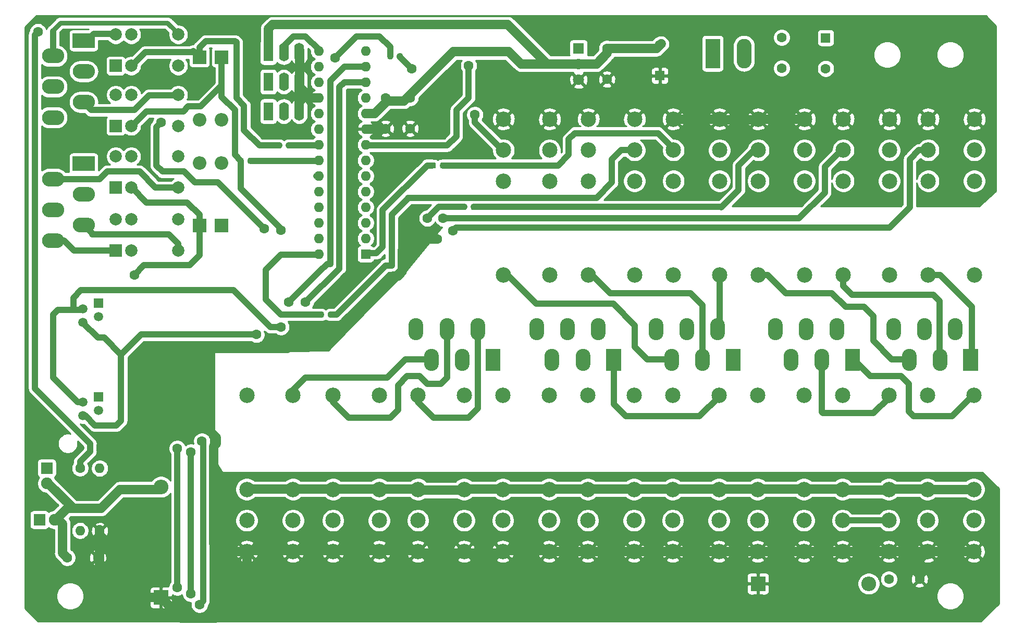
<source format=gtl>
%TF.GenerationSoftware,KiCad,Pcbnew,(5.1.6)-1*%
%TF.CreationDate,2021-11-13T13:18:40+01:00*%
%TF.ProjectId,MCP23017 Sensor Board,4d435032-3330-4313-9720-53656e736f72,rev?*%
%TF.SameCoordinates,Original*%
%TF.FileFunction,Copper,L1,Top*%
%TF.FilePolarity,Positive*%
%FSLAX46Y46*%
G04 Gerber Fmt 4.6, Leading zero omitted, Abs format (unit mm)*
G04 Created by KiCad (PCBNEW (5.1.6)-1) date 2021-11-13 13:18:40*
%MOMM*%
%LPD*%
G01*
G04 APERTURE LIST*
%TA.AperFunction,ComponentPad*%
%ADD10C,1.600000*%
%TD*%
%TA.AperFunction,ComponentPad*%
%ADD11R,1.600000X1.600000*%
%TD*%
%TA.AperFunction,ComponentPad*%
%ADD12O,2.400000X2.400000*%
%TD*%
%TA.AperFunction,ComponentPad*%
%ADD13R,2.400000X2.400000*%
%TD*%
%TA.AperFunction,ComponentPad*%
%ADD14R,1.520000X1.520000*%
%TD*%
%TA.AperFunction,ComponentPad*%
%ADD15C,1.520000*%
%TD*%
%TA.AperFunction,ComponentPad*%
%ADD16C,2.500000*%
%TD*%
%TA.AperFunction,ComponentPad*%
%ADD17O,1.600000X1.600000*%
%TD*%
%TA.AperFunction,ComponentPad*%
%ADD18C,1.900000*%
%TD*%
%TA.AperFunction,ComponentPad*%
%ADD19R,1.900000X1.900000*%
%TD*%
%TA.AperFunction,ComponentPad*%
%ADD20O,1.600000X3.000000*%
%TD*%
%TA.AperFunction,ComponentPad*%
%ADD21R,1.600000X3.000000*%
%TD*%
%TA.AperFunction,ComponentPad*%
%ADD22C,1.800000*%
%TD*%
%TA.AperFunction,ComponentPad*%
%ADD23R,1.800000X1.800000*%
%TD*%
%TA.AperFunction,ComponentPad*%
%ADD24O,2.400000X4.800000*%
%TD*%
%TA.AperFunction,ComponentPad*%
%ADD25R,2.400000X4.800000*%
%TD*%
%TA.AperFunction,ComponentPad*%
%ADD26O,2.400000X3.600000*%
%TD*%
%TA.AperFunction,ComponentPad*%
%ADD27C,0.100000*%
%TD*%
%TA.AperFunction,ComponentPad*%
%ADD28O,3.600000X2.400000*%
%TD*%
%TA.AperFunction,ComponentPad*%
%ADD29C,2.000000*%
%TD*%
%TA.AperFunction,ComponentPad*%
%ADD30R,2.000000X2.000000*%
%TD*%
%TA.AperFunction,ComponentPad*%
%ADD31O,2.200000X2.200000*%
%TD*%
%TA.AperFunction,ComponentPad*%
%ADD32R,2.200000X2.200000*%
%TD*%
%TA.AperFunction,ViaPad*%
%ADD33C,1.600000*%
%TD*%
%TA.AperFunction,Conductor*%
%ADD34C,1.500000*%
%TD*%
%TA.AperFunction,Conductor*%
%ADD35C,1.000000*%
%TD*%
%TA.AperFunction,Conductor*%
%ADD36C,0.750000*%
%TD*%
%TA.AperFunction,Conductor*%
%ADD37C,0.254000*%
%TD*%
G04 APERTURE END LIST*
%TO.P,R13,2*%
%TO.N,/GPA0*%
%TA.AperFunction,SMDPad,CuDef*%
G36*
G01*
X114400000Y-61493750D02*
X114400000Y-62006250D01*
G75*
G02*
X114181250Y-62225000I-218750J0D01*
G01*
X113743750Y-62225000D01*
G75*
G02*
X113525000Y-62006250I0J218750D01*
G01*
X113525000Y-61493750D01*
G75*
G02*
X113743750Y-61275000I218750J0D01*
G01*
X114181250Y-61275000D01*
G75*
G02*
X114400000Y-61493750I0J-218750D01*
G01*
G37*
%TD.AperFunction*%
%TO.P,R13,1*%
%TO.N,Net-(R13-Pad1)*%
%TA.AperFunction,SMDPad,CuDef*%
G36*
G01*
X115975000Y-61493750D02*
X115975000Y-62006250D01*
G75*
G02*
X115756250Y-62225000I-218750J0D01*
G01*
X115318750Y-62225000D01*
G75*
G02*
X115100000Y-62006250I0J218750D01*
G01*
X115100000Y-61493750D01*
G75*
G02*
X115318750Y-61275000I218750J0D01*
G01*
X115756250Y-61275000D01*
G75*
G02*
X115975000Y-61493750I0J-218750D01*
G01*
G37*
%TD.AperFunction*%
%TD*%
%TO.P,R2,2*%
%TO.N,/GPB0*%
%TA.AperFunction,SMDPad,CuDef*%
G36*
G01*
X140100000Y-65256250D02*
X140100000Y-64743750D01*
G75*
G02*
X140318750Y-64525000I218750J0D01*
G01*
X140756250Y-64525000D01*
G75*
G02*
X140975000Y-64743750I0J-218750D01*
G01*
X140975000Y-65256250D01*
G75*
G02*
X140756250Y-65475000I-218750J0D01*
G01*
X140318750Y-65475000D01*
G75*
G02*
X140100000Y-65256250I0J218750D01*
G01*
G37*
%TD.AperFunction*%
%TO.P,R2,1*%
%TO.N,Net-(R2-Pad1)*%
%TA.AperFunction,SMDPad,CuDef*%
G36*
G01*
X138525000Y-65256250D02*
X138525000Y-64743750D01*
G75*
G02*
X138743750Y-64525000I218750J0D01*
G01*
X139181250Y-64525000D01*
G75*
G02*
X139400000Y-64743750I0J-218750D01*
G01*
X139400000Y-65256250D01*
G75*
G02*
X139181250Y-65475000I-218750J0D01*
G01*
X138743750Y-65475000D01*
G75*
G02*
X138525000Y-65256250I0J218750D01*
G01*
G37*
%TD.AperFunction*%
%TD*%
%TO.P,R24,2*%
%TO.N,/GPA7*%
%TA.AperFunction,SMDPad,CuDef*%
G36*
G01*
X121887500Y-89506250D02*
X121887500Y-88993750D01*
G75*
G02*
X122106250Y-88775000I218750J0D01*
G01*
X122543750Y-88775000D01*
G75*
G02*
X122762500Y-88993750I0J-218750D01*
G01*
X122762500Y-89506250D01*
G75*
G02*
X122543750Y-89725000I-218750J0D01*
G01*
X122106250Y-89725000D01*
G75*
G02*
X121887500Y-89506250I0J218750D01*
G01*
G37*
%TD.AperFunction*%
%TO.P,R24,1*%
%TO.N,Net-(R24-Pad1)*%
%TA.AperFunction,SMDPad,CuDef*%
G36*
G01*
X120312500Y-89506250D02*
X120312500Y-88993750D01*
G75*
G02*
X120531250Y-88775000I218750J0D01*
G01*
X120968750Y-88775000D01*
G75*
G02*
X121187500Y-88993750I0J-218750D01*
G01*
X121187500Y-89506250D01*
G75*
G02*
X120968750Y-89725000I-218750J0D01*
G01*
X120531250Y-89725000D01*
G75*
G02*
X120312500Y-89506250I0J218750D01*
G01*
G37*
%TD.AperFunction*%
%TD*%
%TO.P,R20,2*%
%TO.N,/GPA6*%
%TA.AperFunction,SMDPad,CuDef*%
G36*
G01*
X133137500Y-47506250D02*
X133137500Y-46993750D01*
G75*
G02*
X133356250Y-46775000I218750J0D01*
G01*
X133793750Y-46775000D01*
G75*
G02*
X134012500Y-46993750I0J-218750D01*
G01*
X134012500Y-47506250D01*
G75*
G02*
X133793750Y-47725000I-218750J0D01*
G01*
X133356250Y-47725000D01*
G75*
G02*
X133137500Y-47506250I0J218750D01*
G01*
G37*
%TD.AperFunction*%
%TO.P,R20,1*%
%TO.N,Net-(R20-Pad1)*%
%TA.AperFunction,SMDPad,CuDef*%
G36*
G01*
X131562500Y-47506250D02*
X131562500Y-46993750D01*
G75*
G02*
X131781250Y-46775000I218750J0D01*
G01*
X132218750Y-46775000D01*
G75*
G02*
X132437500Y-46993750I0J-218750D01*
G01*
X132437500Y-47506250D01*
G75*
G02*
X132218750Y-47725000I-218750J0D01*
G01*
X131781250Y-47725000D01*
G75*
G02*
X131562500Y-47506250I0J218750D01*
G01*
G37*
%TD.AperFunction*%
%TD*%
%TO.P,R15,2*%
%TO.N,/GPA1*%
%TA.AperFunction,SMDPad,CuDef*%
G36*
G01*
X108150000Y-63993750D02*
X108150000Y-64506250D01*
G75*
G02*
X107931250Y-64725000I-218750J0D01*
G01*
X107493750Y-64725000D01*
G75*
G02*
X107275000Y-64506250I0J218750D01*
G01*
X107275000Y-63993750D01*
G75*
G02*
X107493750Y-63775000I218750J0D01*
G01*
X107931250Y-63775000D01*
G75*
G02*
X108150000Y-63993750I0J-218750D01*
G01*
G37*
%TD.AperFunction*%
%TO.P,R15,1*%
%TO.N,Net-(R15-Pad1)*%
%TA.AperFunction,SMDPad,CuDef*%
G36*
G01*
X109725000Y-63993750D02*
X109725000Y-64506250D01*
G75*
G02*
X109506250Y-64725000I-218750J0D01*
G01*
X109068750Y-64725000D01*
G75*
G02*
X108850000Y-64506250I0J218750D01*
G01*
X108850000Y-63993750D01*
G75*
G02*
X109068750Y-63775000I218750J0D01*
G01*
X109506250Y-63775000D01*
G75*
G02*
X109725000Y-63993750I0J-218750D01*
G01*
G37*
%TD.AperFunction*%
%TD*%
%TO.P,R10,2*%
%TO.N,/GPB4*%
%TA.AperFunction,SMDPad,CuDef*%
G36*
G01*
X145137500Y-72006250D02*
X145137500Y-71493750D01*
G75*
G02*
X145356250Y-71275000I218750J0D01*
G01*
X145793750Y-71275000D01*
G75*
G02*
X146012500Y-71493750I0J-218750D01*
G01*
X146012500Y-72006250D01*
G75*
G02*
X145793750Y-72225000I-218750J0D01*
G01*
X145356250Y-72225000D01*
G75*
G02*
X145137500Y-72006250I0J218750D01*
G01*
G37*
%TD.AperFunction*%
%TO.P,R10,1*%
%TO.N,Net-(R10-Pad1)*%
%TA.AperFunction,SMDPad,CuDef*%
G36*
G01*
X143562500Y-72006250D02*
X143562500Y-71493750D01*
G75*
G02*
X143781250Y-71275000I218750J0D01*
G01*
X144218750Y-71275000D01*
G75*
G02*
X144437500Y-71493750I0J-218750D01*
G01*
X144437500Y-72006250D01*
G75*
G02*
X144218750Y-72225000I-218750J0D01*
G01*
X143781250Y-72225000D01*
G75*
G02*
X143562500Y-72006250I0J218750D01*
G01*
G37*
%TD.AperFunction*%
%TD*%
D10*
%TO.P,C10,2*%
%TO.N,GND*%
X202750000Y-49250000D03*
D11*
%TO.P,C10,1*%
%TO.N,Net-(C1-Pad1)*%
X202750000Y-44250000D03*
%TD*%
D10*
%TO.P,C9,2*%
%TO.N,GND*%
X213000000Y-132250000D03*
%TO.P,C9,1*%
%TO.N,VCC*%
X218000000Y-132250000D03*
%TD*%
D12*
%TO.P,C8,2*%
%TO.N,GND*%
X209750000Y-133000000D03*
D13*
%TO.P,C8,1*%
%TO.N,VCC*%
X191750000Y-133000000D03*
%TD*%
D10*
%TO.P,C7,2*%
%TO.N,GND*%
X79500000Y-128750000D03*
%TO.P,C7,1*%
%TO.N,VCC*%
X84500000Y-128750000D03*
%TD*%
D12*
%TO.P,C6,2*%
%TO.N,GND*%
X94750000Y-117250000D03*
D13*
%TO.P,C6,1*%
%TO.N,VCC*%
X94750000Y-135250000D03*
%TD*%
D10*
%TO.P,C3,2*%
%TO.N,GND*%
X131250000Y-54000000D03*
%TO.P,C3,1*%
%TO.N,VCC*%
X131250000Y-59000000D03*
%TD*%
D14*
%TO.P,J10,1*%
%TO.N,GND*%
X84600000Y-87400000D03*
D15*
%TO.P,J10,2*%
%TO.N,Net-(J10-Pad2)*%
X82060000Y-88300000D03*
%TO.P,J10,3*%
%TO.N,GND*%
X84600000Y-89600000D03*
%TO.P,J10,4*%
%TO.N,Net-(J10-Pad4)*%
X82060000Y-90500000D03*
%TD*%
D16*
%TO.P,R3,14*%
%TO.N,VCC*%
X108700000Y-127740000D03*
X116200000Y-127740000D03*
%TO.P,R3,11*%
%TO.N,/GPA0*%
X108700000Y-122700000D03*
X116200000Y-122700000D03*
%TO.P,R3,12*%
%TO.N,GND*%
X108700000Y-117660000D03*
X116200000Y-117660000D03*
%TO.P,R3,A2*%
%TO.N,/ReAa0*%
X108700000Y-102400000D03*
%TO.P,R3,A1*%
%TO.N,/ReAb0*%
X116200000Y-102400000D03*
%TD*%
%TO.P,R9,14*%
%TO.N,VCC*%
X122700000Y-127740000D03*
X130200000Y-127740000D03*
%TO.P,R9,11*%
%TO.N,/GPA1*%
X122700000Y-122700000D03*
X130200000Y-122700000D03*
%TO.P,R9,12*%
%TO.N,GND*%
X122700000Y-117660000D03*
X130200000Y-117660000D03*
%TO.P,R9,A2*%
%TO.N,/ReAa1*%
X122700000Y-102400000D03*
%TO.P,R9,A1*%
%TO.N,/ReAb1*%
X130200000Y-102400000D03*
%TD*%
D17*
%TO.P,U1,28*%
%TO.N,Net-(R24-Pad1)*%
X120380000Y-79400000D03*
%TO.P,U1,14*%
%TO.N,N/C*%
X128000000Y-46380000D03*
%TO.P,U1,27*%
%TO.N,Net-(R20-Pad1)*%
X120380000Y-76860000D03*
%TO.P,U1,13*%
%TO.N,Net-(J10-Pad4)*%
X128000000Y-48920000D03*
%TO.P,U1,26*%
%TO.N,Net-(R19-Pad1)*%
X120380000Y-74320000D03*
%TO.P,U1,12*%
%TO.N,Net-(J10-Pad2)*%
X128000000Y-51460000D03*
%TO.P,U1,25*%
%TO.N,Net-(R18-Pad1)*%
X120380000Y-71780000D03*
%TO.P,U1,11*%
%TO.N,N/C*%
X128000000Y-54000000D03*
%TO.P,U1,24*%
%TO.N,Net-(R17-Pad1)*%
X120380000Y-69240000D03*
%TO.P,U1,10*%
%TO.N,GND*%
X128000000Y-56540000D03*
%TO.P,U1,23*%
%TO.N,Net-(R16-Pad1)*%
X120380000Y-66700000D03*
%TO.P,U1,9*%
%TO.N,VCC*%
X128000000Y-59080000D03*
%TO.P,U1,22*%
%TO.N,Net-(R15-Pad1)*%
X120380000Y-64160000D03*
%TO.P,U1,8*%
%TO.N,Net-(R8-Pad1)*%
X128000000Y-61620000D03*
%TO.P,U1,21*%
%TO.N,Net-(R13-Pad1)*%
X120380000Y-61620000D03*
%TO.P,U1,7*%
%TO.N,Net-(R12-Pad1)*%
X128000000Y-64160000D03*
%TO.P,U1,20*%
%TO.N,N/C*%
X120380000Y-59080000D03*
%TO.P,U1,6*%
%TO.N,Net-(R11-Pad1)*%
X128000000Y-66700000D03*
%TO.P,U1,19*%
%TO.N,N/C*%
X120380000Y-56540000D03*
%TO.P,U1,5*%
%TO.N,Net-(R10-Pad1)*%
X128000000Y-69240000D03*
%TO.P,U1,18*%
%TO.N,VCC*%
X120380000Y-54000000D03*
%TO.P,U1,4*%
%TO.N,Net-(R7-Pad1)*%
X128000000Y-71780000D03*
%TO.P,U1,17*%
%TO.N,Net-(JP1-Pad2)*%
X120380000Y-51460000D03*
%TO.P,U1,3*%
%TO.N,Net-(R5-Pad1)*%
X128000000Y-74320000D03*
%TO.P,U1,16*%
%TO.N,Net-(JP2-Pad2)*%
X120380000Y-48920000D03*
%TO.P,U1,2*%
%TO.N,Net-(R4-Pad1)*%
X128000000Y-76860000D03*
%TO.P,U1,15*%
%TO.N,Net-(JP3-Pad2)*%
X120380000Y-46380000D03*
D11*
%TO.P,U1,1*%
%TO.N,Net-(R2-Pad1)*%
X128000000Y-79400000D03*
%TD*%
D17*
%TO.P,R8,2*%
%TO.N,Net-(D6-Pad2)*%
X81600000Y-124360000D03*
D10*
%TO.P,R8,1*%
%TO.N,Net-(R8-Pad1)*%
X81600000Y-114200000D03*
%TD*%
D14*
%TO.P,J4,1*%
%TO.N,GND*%
X84600000Y-102600000D03*
D15*
%TO.P,J4,2*%
%TO.N,Net-(J10-Pad2)*%
X82060000Y-103500000D03*
%TO.P,J4,3*%
%TO.N,GND*%
X84600000Y-104800000D03*
%TO.P,J4,4*%
%TO.N,Net-(J10-Pad4)*%
X82060000Y-105700000D03*
%TD*%
D18*
%TO.P,D6,1*%
%TO.N,GND*%
X77500000Y-122600000D03*
D19*
%TO.P,D6,2*%
%TO.N,Net-(D6-Pad2)*%
X75000000Y-122600000D03*
%TD*%
D18*
%TO.P,D1,1*%
%TO.N,GND*%
X76200000Y-116700000D03*
D19*
%TO.P,D1,2*%
%TO.N,Net-(D1-Pad2)*%
X76200000Y-114200000D03*
%TD*%
D10*
%TO.P,C2,2*%
%TO.N,GND*%
X135250000Y-54000000D03*
%TO.P,C2,1*%
%TO.N,VCC*%
X135250000Y-59000000D03*
%TD*%
D20*
%TO.P,JP1,3*%
%TO.N,VCC*%
X117200000Y-56200000D03*
%TO.P,JP1,2*%
%TO.N,Net-(JP1-Pad2)*%
X114700000Y-56200000D03*
D21*
%TO.P,JP1,1*%
%TO.N,GND*%
X112200000Y-56200000D03*
%TD*%
D20*
%TO.P,JP3,3*%
%TO.N,VCC*%
X117200000Y-46600000D03*
%TO.P,JP3,2*%
%TO.N,Net-(JP3-Pad2)*%
X114700000Y-46600000D03*
D21*
%TO.P,JP3,1*%
%TO.N,GND*%
X112200000Y-46600000D03*
%TD*%
D20*
%TO.P,JP2,3*%
%TO.N,VCC*%
X117200000Y-51400000D03*
%TO.P,JP2,2*%
%TO.N,Net-(JP2-Pad2)*%
X114700000Y-51400000D03*
D21*
%TO.P,JP2,1*%
%TO.N,GND*%
X112200000Y-51400000D03*
%TD*%
D22*
%TO.P,U2,3*%
%TO.N,VCC*%
X162600000Y-51080000D03*
%TO.P,U2,2*%
%TO.N,GND*%
X162600000Y-48540000D03*
D23*
%TO.P,U2,1*%
%TO.N,Net-(C1-Pad1)*%
X162600000Y-46000000D03*
%TD*%
D24*
%TO.P,J1,2*%
%TO.N,Net-(C1-Pad1)*%
X189480000Y-46800000D03*
D25*
%TO.P,J1,1*%
%TO.N,GND*%
X184400000Y-46800000D03*
%TD*%
D10*
%TO.P,C5,2*%
%TO.N,GND*%
X167200000Y-46000000D03*
%TO.P,C5,1*%
%TO.N,VCC*%
X167200000Y-51000000D03*
%TD*%
%TO.P,C4,2*%
%TO.N,GND*%
X175800000Y-45400000D03*
D11*
%TO.P,C4,1*%
%TO.N,VCC*%
X175800000Y-50400000D03*
%TD*%
D16*
%TO.P,R36,14*%
%TO.N,VCC*%
X226900000Y-57460000D03*
X219400000Y-57460000D03*
%TO.P,R36,11*%
%TO.N,/GPB6*%
X226900000Y-62500000D03*
X219400000Y-62500000D03*
%TO.P,R36,12*%
%TO.N,GND*%
X226900000Y-67540000D03*
X219400000Y-67540000D03*
%TO.P,R36,A2*%
%TO.N,/ReBa6*%
X226900000Y-82800000D03*
%TO.P,R36,A1*%
%TO.N,/ReBb6*%
X219400000Y-82800000D03*
%TD*%
%TO.P,R35,14*%
%TO.N,VCC*%
X219300000Y-127740000D03*
X226800000Y-127740000D03*
%TO.P,R35,11*%
%TO.N,/GPB3*%
X219300000Y-122700000D03*
X226800000Y-122700000D03*
%TO.P,R35,12*%
%TO.N,GND*%
X219300000Y-117660000D03*
X226800000Y-117660000D03*
%TO.P,R35,A2*%
%TO.N,/ReBa3*%
X219300000Y-102400000D03*
%TO.P,R35,A1*%
%TO.N,/ReBb3*%
X226800000Y-102400000D03*
%TD*%
%TO.P,R34,14*%
%TO.N,VCC*%
X171700000Y-57460000D03*
X164200000Y-57460000D03*
%TO.P,R34,11*%
%TO.N,/GPA7*%
X171700000Y-62500000D03*
X164200000Y-62500000D03*
%TO.P,R34,12*%
%TO.N,GND*%
X171700000Y-67540000D03*
X164200000Y-67540000D03*
%TO.P,R34,A2*%
%TO.N,/ReAa7*%
X171700000Y-82800000D03*
%TO.P,R34,A1*%
%TO.N,/ReAb7*%
X164200000Y-82800000D03*
%TD*%
%TO.P,R32,14*%
%TO.N,VCC*%
X213100000Y-57460000D03*
X205600000Y-57460000D03*
%TO.P,R32,11*%
%TO.N,/GPB5*%
X213100000Y-62500000D03*
X205600000Y-62500000D03*
%TO.P,R32,12*%
%TO.N,GND*%
X213100000Y-67540000D03*
X205600000Y-67540000D03*
%TO.P,R32,A2*%
%TO.N,/ReBa5*%
X213100000Y-82800000D03*
%TO.P,R32,A1*%
%TO.N,/ReBb5*%
X205600000Y-82800000D03*
%TD*%
%TO.P,R31,14*%
%TO.N,VCC*%
X205500000Y-127740000D03*
X213000000Y-127740000D03*
%TO.P,R31,11*%
%TO.N,/GPB2*%
X205500000Y-122700000D03*
X213000000Y-122700000D03*
%TO.P,R31,12*%
%TO.N,GND*%
X205500000Y-117660000D03*
X213000000Y-117660000D03*
%TO.P,R31,A2*%
%TO.N,/ReBa2*%
X205500000Y-102400000D03*
%TO.P,R31,A1*%
%TO.N,/ReBb2*%
X213000000Y-102400000D03*
%TD*%
%TO.P,R30,14*%
%TO.N,VCC*%
X157900000Y-57460000D03*
X150400000Y-57460000D03*
%TO.P,R30,11*%
%TO.N,/GPA6*%
X157900000Y-62500000D03*
X150400000Y-62500000D03*
%TO.P,R30,12*%
%TO.N,GND*%
X157900000Y-67540000D03*
X150400000Y-67540000D03*
%TO.P,R30,A2*%
%TO.N,/ReAa6*%
X157900000Y-82800000D03*
%TO.P,R30,A1*%
%TO.N,/ReAb6*%
X150400000Y-82800000D03*
%TD*%
%TO.P,R28,14*%
%TO.N,VCC*%
X199300000Y-57460000D03*
X191800000Y-57460000D03*
%TO.P,R28,11*%
%TO.N,/GPB4*%
X199300000Y-62500000D03*
X191800000Y-62500000D03*
%TO.P,R28,12*%
%TO.N,GND*%
X199300000Y-67540000D03*
X191800000Y-67540000D03*
%TO.P,R28,A2*%
%TO.N,/ReBa4*%
X199300000Y-82800000D03*
%TO.P,R28,A1*%
%TO.N,/ReBb4*%
X191800000Y-82800000D03*
%TD*%
%TO.P,R27,14*%
%TO.N,VCC*%
X191700000Y-127740000D03*
X199200000Y-127740000D03*
%TO.P,R27,11*%
%TO.N,/GPB1*%
X191700000Y-122700000D03*
X199200000Y-122700000D03*
%TO.P,R27,12*%
%TO.N,GND*%
X191700000Y-117660000D03*
X199200000Y-117660000D03*
%TO.P,R27,A2*%
%TO.N,/ReBa1*%
X191700000Y-102400000D03*
%TO.P,R27,A1*%
%TO.N,/ReBb1*%
X199200000Y-102400000D03*
%TD*%
%TO.P,R26,14*%
%TO.N,VCC*%
X177900000Y-127740000D03*
X185400000Y-127740000D03*
%TO.P,R26,11*%
%TO.N,/GPA5*%
X177900000Y-122700000D03*
X185400000Y-122700000D03*
%TO.P,R26,12*%
%TO.N,GND*%
X177900000Y-117660000D03*
X185400000Y-117660000D03*
%TO.P,R26,A2*%
%TO.N,/ReAa5*%
X177900000Y-102400000D03*
%TO.P,R26,A1*%
%TO.N,/ReAb5*%
X185400000Y-102400000D03*
%TD*%
%TO.P,R22,14*%
%TO.N,VCC*%
X164100000Y-127740000D03*
X171600000Y-127740000D03*
%TO.P,R22,11*%
%TO.N,/GPA4*%
X164100000Y-122700000D03*
X171600000Y-122700000D03*
%TO.P,R22,12*%
%TO.N,GND*%
X164100000Y-117660000D03*
X171600000Y-117660000D03*
%TO.P,R22,A2*%
%TO.N,/ReAa4*%
X164100000Y-102400000D03*
%TO.P,R22,A1*%
%TO.N,/ReAb4*%
X171600000Y-102400000D03*
%TD*%
D26*
%TO.P,J9,2*%
%TO.N,/ReBa6*%
X223800000Y-91600000D03*
%TA.AperFunction,ComponentPad*%
D27*
%TO.P,J9,1*%
%TO.N,/ReBb6*%
G36*
X225100000Y-94800000D02*
G01*
X227500000Y-94800000D01*
X227500000Y-98400000D01*
X225100000Y-98400000D01*
X225100000Y-94800000D01*
G37*
%TD.AperFunction*%
D26*
%TO.P,J9,3*%
%TO.N,/ReBb5*%
X221300000Y-96600000D03*
%TO.P,J9,4*%
%TO.N,/ReBa5*%
X218800000Y-91600000D03*
%TO.P,J9,5*%
%TO.N,/ReBb4*%
X216300000Y-96600000D03*
%TO.P,J9,6*%
%TO.N,/ReBa4*%
X213800000Y-91600000D03*
%TD*%
%TO.P,J8,2*%
%TO.N,/ReBa3*%
X204600000Y-91600000D03*
%TA.AperFunction,ComponentPad*%
D27*
%TO.P,J8,1*%
%TO.N,/ReBb3*%
G36*
X205900000Y-94800000D02*
G01*
X208300000Y-94800000D01*
X208300000Y-98400000D01*
X205900000Y-98400000D01*
X205900000Y-94800000D01*
G37*
%TD.AperFunction*%
D26*
%TO.P,J8,3*%
%TO.N,/ReBb2*%
X202100000Y-96600000D03*
%TO.P,J8,4*%
%TO.N,/ReBa2*%
X199600000Y-91600000D03*
%TO.P,J8,5*%
%TO.N,/ReBb1*%
X197100000Y-96600000D03*
%TO.P,J8,6*%
%TO.N,/ReBa1*%
X194600000Y-91600000D03*
%TD*%
%TO.P,J7,2*%
%TO.N,/ReBa0*%
X185200000Y-91600000D03*
%TA.AperFunction,ComponentPad*%
D27*
%TO.P,J7,1*%
%TO.N,/ReBb0*%
G36*
X186500000Y-94800000D02*
G01*
X188900000Y-94800000D01*
X188900000Y-98400000D01*
X186500000Y-98400000D01*
X186500000Y-94800000D01*
G37*
%TD.AperFunction*%
D26*
%TO.P,J7,3*%
%TO.N,/ReAb7*%
X182700000Y-96600000D03*
%TO.P,J7,4*%
%TO.N,/ReAa7*%
X180200000Y-91600000D03*
%TO.P,J7,5*%
%TO.N,/ReAb6*%
X177700000Y-96600000D03*
%TO.P,J7,6*%
%TO.N,/ReAa6*%
X175200000Y-91600000D03*
%TD*%
%TO.P,J6,2*%
%TO.N,/ReAa5*%
X165800000Y-91600000D03*
%TA.AperFunction,ComponentPad*%
D27*
%TO.P,J6,1*%
%TO.N,/ReAb5*%
G36*
X167100000Y-94800000D02*
G01*
X169500000Y-94800000D01*
X169500000Y-98400000D01*
X167100000Y-98400000D01*
X167100000Y-94800000D01*
G37*
%TD.AperFunction*%
D26*
%TO.P,J6,3*%
%TO.N,/ReAb4*%
X163300000Y-96600000D03*
%TO.P,J6,4*%
%TO.N,/ReAa4*%
X160800000Y-91600000D03*
%TO.P,J6,5*%
%TO.N,/ReAb3*%
X158300000Y-96600000D03*
%TO.P,J6,6*%
%TO.N,/ReAa3*%
X155800000Y-91600000D03*
%TD*%
D28*
%TO.P,J3,2*%
%TO.N,/SecCO3*%
X77200000Y-67200000D03*
%TA.AperFunction,ComponentPad*%
D27*
%TO.P,J3,1*%
%TO.N,/SecNO3*%
G36*
X80400000Y-65900000D02*
G01*
X80400000Y-63500000D01*
X84000000Y-63500000D01*
X84000000Y-65900000D01*
X80400000Y-65900000D01*
G37*
%TD.AperFunction*%
D28*
%TO.P,J3,3*%
%TO.N,/SecNC3*%
X82200000Y-69700000D03*
%TO.P,J3,4*%
%TO.N,/SecNO4*%
X77200000Y-72200000D03*
%TO.P,J3,5*%
%TO.N,/SecCO4*%
X82200000Y-74700000D03*
%TO.P,J3,6*%
%TO.N,/SecNC4*%
X77200000Y-77200000D03*
%TD*%
%TO.P,J2,2*%
%TO.N,/SecCO1*%
X77200000Y-47200000D03*
%TA.AperFunction,ComponentPad*%
D27*
%TO.P,J2,1*%
%TO.N,/SecNO1*%
G36*
X80400000Y-45900000D02*
G01*
X80400000Y-43500000D01*
X84000000Y-43500000D01*
X84000000Y-45900000D01*
X80400000Y-45900000D01*
G37*
%TD.AperFunction*%
D28*
%TO.P,J2,3*%
%TO.N,/SecNC1*%
X82200000Y-49700000D03*
%TO.P,J2,4*%
%TO.N,/SecNO2*%
X77200000Y-52200000D03*
%TO.P,J2,5*%
%TO.N,/SecCO2*%
X82200000Y-54700000D03*
%TO.P,J2,6*%
%TO.N,/SecNC2*%
X77200000Y-57200000D03*
%TD*%
D26*
%TO.P,J5,2*%
%TO.N,/ReAa2*%
X146200000Y-91600000D03*
%TA.AperFunction,ComponentPad*%
D27*
%TO.P,J5,1*%
%TO.N,/ReAb2*%
G36*
X147500000Y-94800000D02*
G01*
X149900000Y-94800000D01*
X149900000Y-98400000D01*
X147500000Y-98400000D01*
X147500000Y-94800000D01*
G37*
%TD.AperFunction*%
D26*
%TO.P,J5,3*%
%TO.N,/ReAb1*%
X143700000Y-96600000D03*
%TO.P,J5,4*%
%TO.N,/ReAa1*%
X141200000Y-91600000D03*
%TO.P,J5,5*%
%TO.N,/ReAb0*%
X138700000Y-96600000D03*
%TO.P,J5,6*%
%TO.N,/ReAa0*%
X136200000Y-91600000D03*
%TD*%
D29*
%TO.P,R33,5*%
%TO.N,/SecCO4*%
X97560000Y-78800000D03*
%TO.P,R33,6*%
X97560000Y-73720000D03*
%TO.P,R33,2*%
%TO.N,/GPA3*%
X89940000Y-78800000D03*
D30*
%TO.P,R33,1*%
%TO.N,/SecNC4*%
X87400000Y-78800000D03*
D29*
%TO.P,R33,9*%
%TO.N,GND*%
X89940000Y-73720000D03*
%TO.P,R33,10*%
%TO.N,/SecNO4*%
X87400000Y-73720000D03*
%TD*%
%TO.P,R14,5*%
%TO.N,/SecCO2*%
X97560000Y-58600000D03*
%TO.P,R14,6*%
X97560000Y-53520000D03*
%TO.P,R14,2*%
%TO.N,/GPA1*%
X89940000Y-58600000D03*
D30*
%TO.P,R14,1*%
%TO.N,/SecNC2*%
X87400000Y-58600000D03*
D29*
%TO.P,R14,9*%
%TO.N,GND*%
X89940000Y-53520000D03*
%TO.P,R14,10*%
%TO.N,/SecNO2*%
X87400000Y-53520000D03*
%TD*%
D16*
%TO.P,R29,14*%
%TO.N,VCC*%
X150300000Y-127740000D03*
X157800000Y-127740000D03*
%TO.P,R29,11*%
%TO.N,/GPA3*%
X150300000Y-122700000D03*
X157800000Y-122700000D03*
%TO.P,R29,12*%
%TO.N,GND*%
X150300000Y-117660000D03*
X157800000Y-117660000D03*
%TO.P,R29,A2*%
%TO.N,/ReAa3*%
X150300000Y-102400000D03*
%TO.P,R29,A1*%
%TO.N,/ReAb3*%
X157800000Y-102400000D03*
%TD*%
D29*
%TO.P,R25,5*%
%TO.N,/SecCO3*%
X97560000Y-68600000D03*
%TO.P,R25,6*%
X97560000Y-63520000D03*
%TO.P,R25,2*%
%TO.N,/GPA2*%
X89940000Y-68600000D03*
D30*
%TO.P,R25,1*%
%TO.N,/SecNC3*%
X87400000Y-68600000D03*
D29*
%TO.P,R25,9*%
%TO.N,GND*%
X89940000Y-63520000D03*
%TO.P,R25,10*%
%TO.N,/SecNO3*%
X87400000Y-63520000D03*
%TD*%
%TO.P,R6,5*%
%TO.N,/SecCO1*%
X97560000Y-48800000D03*
%TO.P,R6,6*%
X97560000Y-43720000D03*
%TO.P,R6,2*%
%TO.N,/GPA0*%
X89940000Y-48800000D03*
D30*
%TO.P,R6,1*%
%TO.N,/SecNC1*%
X87400000Y-48800000D03*
D29*
%TO.P,R6,9*%
%TO.N,GND*%
X89940000Y-43720000D03*
%TO.P,R6,10*%
%TO.N,/SecNO1*%
X87400000Y-43720000D03*
%TD*%
D16*
%TO.P,R23,14*%
%TO.N,VCC*%
X185500000Y-57460000D03*
X178000000Y-57460000D03*
%TO.P,R23,11*%
%TO.N,/GPB0*%
X185500000Y-62500000D03*
X178000000Y-62500000D03*
%TO.P,R23,12*%
%TO.N,GND*%
X185500000Y-67540000D03*
X178000000Y-67540000D03*
%TO.P,R23,A2*%
%TO.N,/ReBa0*%
X185500000Y-82800000D03*
%TO.P,R23,A1*%
%TO.N,/ReBb0*%
X178000000Y-82800000D03*
%TD*%
%TO.P,R21,14*%
%TO.N,VCC*%
X136500000Y-127740000D03*
X144000000Y-127740000D03*
%TO.P,R21,11*%
%TO.N,/GPA2*%
X136500000Y-122700000D03*
X144000000Y-122700000D03*
%TO.P,R21,12*%
%TO.N,GND*%
X136500000Y-117660000D03*
X144000000Y-117660000D03*
%TO.P,R21,A2*%
%TO.N,/ReAa2*%
X136500000Y-102400000D03*
%TO.P,R21,A1*%
%TO.N,/ReAb2*%
X144000000Y-102400000D03*
%TD*%
D17*
%TO.P,R1,2*%
%TO.N,Net-(D1-Pad2)*%
X84800000Y-114240000D03*
D10*
%TO.P,R1,1*%
%TO.N,VCC*%
X84800000Y-124400000D03*
%TD*%
D31*
%TO.P,D21,2*%
%TO.N,GND*%
X104600000Y-64640000D03*
D32*
%TO.P,D21,1*%
%TO.N,/GPA3*%
X104600000Y-74800000D03*
%TD*%
D31*
%TO.P,D10,2*%
%TO.N,GND*%
X104600000Y-57560000D03*
D32*
%TO.P,D10,1*%
%TO.N,/GPA1*%
X104600000Y-47400000D03*
%TD*%
D31*
%TO.P,D20,2*%
%TO.N,GND*%
X101000000Y-64640000D03*
D32*
%TO.P,D20,1*%
%TO.N,/GPA2*%
X101000000Y-74800000D03*
%TD*%
D31*
%TO.P,D4,2*%
%TO.N,GND*%
X101000000Y-57560000D03*
D32*
%TO.P,D4,1*%
%TO.N,/GPA0*%
X101000000Y-47400000D03*
%TD*%
D10*
%TO.P,C1,2*%
%TO.N,GND*%
X195600000Y-49200000D03*
%TO.P,C1,1*%
%TO.N,Net-(C1-Pad1)*%
X195600000Y-44200000D03*
%TD*%
D33*
%TO.N,VCC*%
X139600000Y-77000000D03*
%TO.N,/GPA0*%
X111500000Y-75250000D03*
X94750000Y-58000000D03*
%TO.N,/GPA1*%
X114250000Y-75500000D03*
%TO.N,/GPA2*%
X90400000Y-82800000D03*
%TO.N,Net-(R8-Pad1)*%
X74750000Y-43250000D03*
X144750000Y-48750000D03*
%TO.N,Net-(J10-Pad2)*%
X118250000Y-87250000D03*
X114250000Y-91250000D03*
%TO.N,Net-(J10-Pad4)*%
X115500000Y-87250000D03*
X110250000Y-92500000D03*
%TO.N,Net-(R4-Pad1)*%
X97400000Y-133600000D03*
X97400000Y-111000000D03*
%TO.N,Net-(R5-Pad1)*%
X99600000Y-134600000D03*
X99600000Y-111600000D03*
%TO.N,Net-(R7-Pad1)*%
X101000000Y-136400000D03*
X101400000Y-109800000D03*
%TO.N,Net-(R10-Pad1)*%
X138000000Y-73600000D03*
%TO.N,/GPB5*%
X140600000Y-73600000D03*
%TO.N,/GPB6*%
X142200000Y-75600000D03*
%TO.N,/GPA6*%
X135500000Y-49250000D03*
X145750000Y-56750000D03*
%TO.N,Net-(R20-Pad1)*%
X123000000Y-47500000D03*
%TD*%
D34*
%TO.N,GND*%
X226800000Y-117660000D02*
X219140000Y-117660000D01*
X219140000Y-117660000D02*
X219080000Y-117600000D01*
X219080000Y-117600000D02*
X213200000Y-117600000D01*
X213200000Y-117600000D02*
X213000000Y-117800000D01*
X213000000Y-117800000D02*
X206000000Y-117800000D01*
X206000000Y-117800000D02*
X205800000Y-117600000D01*
X205800000Y-117600000D02*
X199400000Y-117600000D01*
X199400000Y-117600000D02*
X191800000Y-117600000D01*
X191800000Y-117600000D02*
X185400000Y-117600000D01*
X185400000Y-117600000D02*
X177800000Y-117600000D01*
X177800000Y-117600000D02*
X171800000Y-117600000D01*
X171800000Y-117600000D02*
X164400000Y-117600000D01*
X164400000Y-117600000D02*
X158000000Y-117600000D01*
X158000000Y-117600000D02*
X150200000Y-117600000D01*
X150200000Y-117600000D02*
X144200000Y-117600000D01*
X144200000Y-117600000D02*
X144000000Y-117800000D01*
X144000000Y-117800000D02*
X137000000Y-117800000D01*
X137000000Y-117800000D02*
X136800000Y-117600000D01*
X136800000Y-117600000D02*
X130000000Y-117600000D01*
X130000000Y-117600000D02*
X122600000Y-117600000D01*
X122600000Y-117600000D02*
X116200000Y-117600000D01*
X116200000Y-117600000D02*
X108800000Y-117600000D01*
X85000000Y-120750000D02*
X88090000Y-117660000D01*
X80500000Y-120750000D02*
X85000000Y-120750000D01*
X76250000Y-116500000D02*
X80500000Y-120750000D01*
X80500000Y-120750000D02*
X79500000Y-120750000D01*
X79500000Y-120750000D02*
X77500000Y-122750000D01*
X112200000Y-46600000D02*
X112200000Y-42800000D01*
X112200000Y-42800000D02*
X112899990Y-42100010D01*
X112899990Y-42100010D02*
X151100010Y-42100010D01*
X151100010Y-42100010D02*
X157500000Y-48500000D01*
X157500000Y-48500000D02*
X162750000Y-48500000D01*
X162750000Y-48500000D02*
X165500000Y-48500000D01*
X165500000Y-48500000D02*
X167250000Y-46750000D01*
X167250000Y-46750000D02*
X167250000Y-46000000D01*
X167200000Y-46000000D02*
X175250000Y-46000000D01*
X175250000Y-46000000D02*
X176000000Y-45250000D01*
X128000000Y-56540000D02*
X129460000Y-56540000D01*
X129460000Y-56540000D02*
X131500000Y-54500000D01*
X131500000Y-54500000D02*
X134250000Y-54500000D01*
X134250000Y-54500000D02*
X140000000Y-48750000D01*
X140000000Y-48750000D02*
X142250000Y-46500000D01*
X142250000Y-46500000D02*
X150500000Y-46500000D01*
X150500000Y-46500000D02*
X151250000Y-46500000D01*
X151250000Y-46500000D02*
X153250000Y-48500000D01*
X153250000Y-48500000D02*
X162750000Y-48500000D01*
X88090000Y-117660000D02*
X94340000Y-117660000D01*
X94340000Y-117660000D02*
X94750000Y-117250000D01*
X77500000Y-122600000D02*
X78100000Y-122600000D01*
X78100000Y-122600000D02*
X78750000Y-123250000D01*
X78750000Y-123250000D02*
X78750000Y-128000000D01*
X78750000Y-128000000D02*
X79500000Y-128750000D01*
D35*
%TO.N,VCC*%
X117200000Y-46600000D02*
X117200000Y-51600000D01*
X117200000Y-51600000D02*
X117200000Y-56200000D01*
X117200000Y-56200000D02*
X117200000Y-55000000D01*
X117200000Y-55000000D02*
X118200000Y-54000000D01*
X118200000Y-54000000D02*
X120400000Y-54000000D01*
D34*
X199300000Y-57460000D02*
X191860000Y-57460000D01*
X191860000Y-57460000D02*
X191720000Y-57600000D01*
X191720000Y-57600000D02*
X185800000Y-57600000D01*
X185800000Y-57600000D02*
X185600000Y-57400000D01*
X185500000Y-57460000D02*
X177860000Y-57460000D01*
X226800000Y-127740000D02*
X219060000Y-127740000D01*
X219060000Y-127740000D02*
X219000000Y-127800000D01*
X219000000Y-127800000D02*
X213200000Y-127800000D01*
X213200000Y-127800000D02*
X205400000Y-127800000D01*
X205400000Y-127800000D02*
X199000000Y-127800000D01*
X199000000Y-127800000D02*
X191600000Y-127800000D01*
X191600000Y-127800000D02*
X185600000Y-127800000D01*
X185600000Y-127800000D02*
X177800000Y-127800000D01*
X177800000Y-127800000D02*
X171600000Y-127800000D01*
X171600000Y-127800000D02*
X164200000Y-127800000D01*
X164200000Y-127800000D02*
X158000000Y-127800000D01*
X158000000Y-127800000D02*
X157800000Y-127600000D01*
X157800000Y-127600000D02*
X150600000Y-127600000D01*
X150600000Y-127600000D02*
X150200000Y-128000000D01*
X150200000Y-128000000D02*
X144000000Y-128000000D01*
X144000000Y-128000000D02*
X136800000Y-128000000D01*
X136800000Y-128000000D02*
X136400000Y-127600000D01*
X136400000Y-127600000D02*
X130400000Y-127600000D01*
X130400000Y-127600000D02*
X123000000Y-127600000D01*
X123000000Y-127600000D02*
X116200000Y-127600000D01*
X116200000Y-127600000D02*
X109000000Y-127600000D01*
X108700000Y-127740000D02*
X108700000Y-133500000D01*
X108700000Y-133500000D02*
X103600000Y-138600000D01*
X84800000Y-130400000D02*
X84800000Y-124200000D01*
X103750000Y-110250000D02*
X103750000Y-109250000D01*
X103350010Y-110649990D02*
X103750000Y-110250000D01*
X103750000Y-109250000D02*
X101000000Y-106500000D01*
X103350010Y-126500000D02*
X103350010Y-110649990D01*
X108700000Y-127740000D02*
X104590010Y-127740000D01*
X101000000Y-106500000D02*
X101000000Y-96750000D01*
X101000000Y-96750000D02*
X103000000Y-94750000D01*
X104590010Y-127740000D02*
X103350010Y-126500000D01*
X115250000Y-94750000D02*
X115250000Y-94250000D01*
X103000000Y-94750000D02*
X115250000Y-94750000D01*
X118262557Y-91237443D02*
X124737443Y-91237443D01*
X115250000Y-94250000D02*
X118262557Y-91237443D01*
X124737443Y-91237443D02*
X130374887Y-85600000D01*
X130374887Y-85600000D02*
X130374887Y-85125113D01*
X130374887Y-85125113D02*
X132500000Y-83000000D01*
X132500000Y-83000000D02*
X133250000Y-83000000D01*
X133250000Y-83000000D02*
X134000000Y-82250000D01*
X134000000Y-82250000D02*
X134000000Y-78750000D01*
X135750000Y-77000000D02*
X139600000Y-77000000D01*
X134000000Y-78750000D02*
X135750000Y-77000000D01*
X117200000Y-56200000D02*
X117200000Y-51050000D01*
X117200000Y-51050000D02*
X117250000Y-51000000D01*
X117250000Y-51000000D02*
X117250000Y-46250000D01*
X120380000Y-54000000D02*
X119000000Y-54000000D01*
X119000000Y-54000000D02*
X117250000Y-52250000D01*
X117250000Y-52250000D02*
X117250000Y-51000000D01*
X128000000Y-59080000D02*
X131170000Y-59080000D01*
X131170000Y-59080000D02*
X131250000Y-59000000D01*
X103600000Y-138600000D02*
X98100000Y-138600000D01*
X98100000Y-138600000D02*
X94750000Y-135250000D01*
X89650000Y-135250000D02*
X84800000Y-130400000D01*
X94750000Y-135250000D02*
X89650000Y-135250000D01*
X218000000Y-132250000D02*
X218000000Y-129000000D01*
X218000000Y-129000000D02*
X219250000Y-127750000D01*
D35*
%TO.N,/GPA0*%
X101000000Y-47400000D02*
X100000000Y-46400000D01*
X100000000Y-46400000D02*
X99800000Y-46600000D01*
X99800000Y-46600000D02*
X92200000Y-46600000D01*
X92200000Y-46600000D02*
X90000000Y-48800000D01*
X102000000Y-44800000D02*
X101000000Y-45800000D01*
X107000000Y-45000000D02*
X106800000Y-44800000D01*
X101000000Y-45800000D02*
X101000000Y-47200000D01*
X110750000Y-61750000D02*
X108250010Y-59250010D01*
X108250010Y-55250010D02*
X107000000Y-54000000D01*
X106800000Y-44800000D02*
X102000000Y-44800000D01*
X113962500Y-61750000D02*
X110750000Y-61750000D01*
X108250010Y-59250010D02*
X108250010Y-55250010D01*
X107000000Y-54000000D02*
X107000000Y-45000000D01*
X111500000Y-75250000D02*
X104000000Y-67750000D01*
X104000000Y-67750000D02*
X100250000Y-67750000D01*
X100250000Y-67750000D02*
X98500000Y-66000000D01*
X98500000Y-66000000D02*
X95000000Y-66000000D01*
X95000000Y-66000000D02*
X94000000Y-65000000D01*
X94000000Y-65000000D02*
X94000000Y-58750000D01*
X94000000Y-58750000D02*
X94750000Y-58000000D01*
%TO.N,/SecCO1*%
X77200000Y-47200000D02*
X77200000Y-43200000D01*
D36*
X77200000Y-43200000D02*
X77200000Y-43000000D01*
X77200000Y-43000000D02*
X78400000Y-41800000D01*
X78400000Y-41800000D02*
X95800000Y-41800000D01*
X95800000Y-41800000D02*
X97600000Y-43600000D01*
D35*
%TO.N,/SecNO1*%
X82200000Y-44700000D02*
X82700000Y-44700000D01*
X82700000Y-44700000D02*
X83800000Y-43600000D01*
X83800000Y-43600000D02*
X87400000Y-43600000D01*
%TO.N,/SecCO2*%
X82200000Y-54700000D02*
X82200000Y-54800000D01*
X82200000Y-54800000D02*
X83400000Y-56000000D01*
X83400000Y-56000000D02*
X90400000Y-56000000D01*
X90400000Y-56000000D02*
X92800000Y-53600000D01*
X92800000Y-53600000D02*
X97600000Y-53600000D01*
%TO.N,/ReBa0*%
X185500000Y-82800000D02*
X185500000Y-91500000D01*
X185500000Y-91500000D02*
X185250000Y-91750000D01*
%TO.N,/ReAb7*%
X164200000Y-82800000D02*
X164800000Y-82800000D01*
X164800000Y-82800000D02*
X167750000Y-85750000D01*
X167750000Y-85750000D02*
X180750000Y-85750000D01*
X180750000Y-85750000D02*
X182750000Y-87750000D01*
X182750000Y-87750000D02*
X182750000Y-96750000D01*
%TO.N,/ReAb6*%
X150400000Y-82800000D02*
X151050000Y-82800000D01*
X151050000Y-82800000D02*
X155750000Y-87500000D01*
X155750000Y-87500000D02*
X168250000Y-87500000D01*
X168250000Y-87500000D02*
X171750000Y-91000000D01*
X171750000Y-91000000D02*
X171750000Y-94500000D01*
X171750000Y-94500000D02*
X173750000Y-96500000D01*
X173750000Y-96500000D02*
X177750000Y-96500000D01*
%TO.N,/SecCO4*%
X97560000Y-78800000D02*
X97560000Y-77760000D01*
X97560000Y-77760000D02*
X96000000Y-76200000D01*
X96000000Y-76200000D02*
X83600000Y-76200000D01*
X83600000Y-76200000D02*
X83600000Y-76000000D01*
X83600000Y-76000000D02*
X82200000Y-74600000D01*
%TO.N,/SecNC4*%
X77200000Y-77200000D02*
X79000000Y-77200000D01*
X79000000Y-77200000D02*
X80600000Y-78800000D01*
X80600000Y-78800000D02*
X87400000Y-78800000D01*
%TO.N,/ReBb3*%
X207100000Y-96600000D02*
X207350000Y-96600000D01*
X207350000Y-96600000D02*
X210000000Y-99250000D01*
X210000000Y-99250000D02*
X215000000Y-99250000D01*
X215000000Y-99250000D02*
X216250000Y-100500000D01*
X216250000Y-100500000D02*
X216250000Y-105000000D01*
X216250000Y-105000000D02*
X217000000Y-105750000D01*
X217000000Y-105750000D02*
X223250000Y-105750000D01*
X223250000Y-105750000D02*
X226750000Y-102250000D01*
%TO.N,/ReBb6*%
X219400000Y-82800000D02*
X221300000Y-82800000D01*
X221300000Y-82800000D02*
X226500000Y-88000000D01*
X226500000Y-88000000D02*
X226500000Y-96750000D01*
%TO.N,/ReBb5*%
X205600000Y-82800000D02*
X205600000Y-84600000D01*
X205600000Y-84600000D02*
X207000000Y-86000000D01*
X207000000Y-86000000D02*
X220250000Y-86000000D01*
X220250000Y-86000000D02*
X221250000Y-87000000D01*
X221250000Y-87000000D02*
X221250000Y-96750000D01*
%TO.N,/ReBb4*%
X191800000Y-82800000D02*
X193300000Y-82800000D01*
X193300000Y-82800000D02*
X196250000Y-85750000D01*
X196250000Y-85750000D02*
X203750000Y-85750000D01*
X203750000Y-85750000D02*
X206000000Y-88000000D01*
X206000000Y-88000000D02*
X209000000Y-88000000D01*
X209000000Y-88000000D02*
X210500000Y-89500000D01*
X210500000Y-89500000D02*
X210500000Y-93500000D01*
X210500000Y-93500000D02*
X213500000Y-96500000D01*
X213500000Y-96500000D02*
X216250000Y-96500000D01*
%TO.N,/GPA1*%
X104600000Y-47400000D02*
X104600000Y-52000000D01*
X104600000Y-52000000D02*
X101200000Y-55400000D01*
X101200000Y-55400000D02*
X99200000Y-55400000D01*
X99200000Y-55400000D02*
X98400000Y-56200000D01*
X98400000Y-56200000D02*
X92400000Y-56200000D01*
X92400000Y-56200000D02*
X90000000Y-58600000D01*
X104600000Y-52000000D02*
X104600000Y-53850000D01*
X104600000Y-53850000D02*
X106750000Y-56000000D01*
X106750000Y-56000000D02*
X106750000Y-63250000D01*
X106750000Y-63250000D02*
X107750000Y-64250000D01*
X107712500Y-68462500D02*
X107712500Y-64250000D01*
X107712500Y-68712500D02*
X107712500Y-68462500D01*
X114250000Y-75500000D02*
X114250000Y-75250000D01*
X114250000Y-75250000D02*
X107712500Y-68712500D01*
%TO.N,/GPA2*%
X90400000Y-82800000D02*
X92000000Y-81200000D01*
X92000000Y-81200000D02*
X99400000Y-81200000D01*
X99400000Y-81200000D02*
X101000000Y-79600000D01*
X101000000Y-79600000D02*
X101000000Y-74800000D01*
X101000000Y-74800000D02*
X101000000Y-73400000D01*
X101000000Y-73400000D02*
X101000000Y-73000000D01*
X101000000Y-73000000D02*
X99000000Y-71000000D01*
X99000000Y-71000000D02*
X92400000Y-71000000D01*
X92400000Y-71000000D02*
X90000000Y-68600000D01*
%TO.N,/SecCO3*%
X84800000Y-67200000D02*
X77200000Y-67200000D01*
X91250000Y-66000000D02*
X86000000Y-66000000D01*
X97560000Y-68600000D02*
X93850000Y-68600000D01*
X86000000Y-66000000D02*
X84800000Y-67200000D01*
X93850000Y-68600000D02*
X91250000Y-66000000D01*
%TO.N,/ReAa2*%
X136500000Y-102400000D02*
X136500000Y-103500000D01*
X136500000Y-103500000D02*
X139000000Y-106000000D01*
X139000000Y-106000000D02*
X144750000Y-106000000D01*
X144750000Y-106000000D02*
X146250000Y-104500000D01*
X146250000Y-104500000D02*
X146250000Y-91250000D01*
%TO.N,/ReAa1*%
X122700000Y-102400000D02*
X122700000Y-103450000D01*
X122700000Y-103450000D02*
X125250000Y-106000000D01*
X125250000Y-106000000D02*
X132000000Y-106000000D01*
X132000000Y-106000000D02*
X133250000Y-104750000D01*
X133250000Y-104750000D02*
X133250000Y-100750000D01*
X133250000Y-100750000D02*
X134750000Y-99250000D01*
X134750000Y-99250000D02*
X136750000Y-99250000D01*
X136750000Y-99250000D02*
X138000000Y-100500000D01*
X138000000Y-100500000D02*
X140250000Y-100500000D01*
X140250000Y-100500000D02*
X141250000Y-99500000D01*
X141250000Y-99500000D02*
X141250000Y-91500000D01*
%TO.N,/ReAb0*%
X116200000Y-102400000D02*
X116200000Y-101550000D01*
X116200000Y-101550000D02*
X118250000Y-99500000D01*
X118250000Y-99500000D02*
X131500000Y-99500000D01*
X131500000Y-99500000D02*
X134500000Y-96500000D01*
X134500000Y-96500000D02*
X138750000Y-96500000D01*
%TO.N,/ReAb5*%
X168300000Y-96600000D02*
X168300000Y-103800000D01*
X168300000Y-103800000D02*
X170250000Y-105750000D01*
X170250000Y-105750000D02*
X182250000Y-105750000D01*
X182250000Y-105750000D02*
X185500000Y-102500000D01*
%TO.N,/ReBb2*%
X202100000Y-96600000D02*
X202100000Y-105100000D01*
X202100000Y-105100000D02*
X202250000Y-105250000D01*
X202250000Y-105250000D02*
X210500000Y-105250000D01*
X210500000Y-105250000D02*
X213000000Y-102750000D01*
%TO.N,Net-(JP3-Pad2)*%
X114700000Y-46600000D02*
X114700000Y-45550000D01*
X114700000Y-45550000D02*
X116250000Y-44000000D01*
X116250000Y-44000000D02*
X118250000Y-44000000D01*
X118250000Y-44000000D02*
X120500000Y-46250000D01*
X120500000Y-46250000D02*
X120500000Y-46500000D01*
%TO.N,Net-(R8-Pad1)*%
X81600000Y-114200000D02*
X81600000Y-113150000D01*
X81600000Y-113150000D02*
X83250000Y-111500000D01*
X83250000Y-111500000D02*
X83250000Y-110250000D01*
X83250000Y-110250000D02*
X74250000Y-101250000D01*
X74250000Y-101250000D02*
X74250000Y-43750000D01*
X74250000Y-43750000D02*
X74750000Y-43250000D01*
X144750000Y-48750000D02*
X144750000Y-49250000D01*
X135250000Y-61750000D02*
X128000000Y-61750000D01*
X141250000Y-61750000D02*
X135250000Y-61750000D01*
X144750000Y-54000000D02*
X142750000Y-56000000D01*
X142750000Y-56000000D02*
X142750000Y-60250000D01*
X144750000Y-48750000D02*
X144750000Y-54000000D01*
X142750000Y-60250000D02*
X141250000Y-61750000D01*
%TO.N,/GPB2*%
X205500000Y-122700000D02*
X213200000Y-122700000D01*
%TO.N,Net-(J10-Pad2)*%
X82060000Y-103500000D02*
X81250000Y-103500000D01*
X81250000Y-103500000D02*
X77250000Y-99500000D01*
X77250000Y-99500000D02*
X77250000Y-89250000D01*
X77250000Y-89250000D02*
X78000000Y-88500000D01*
X128000000Y-51460000D02*
X124540000Y-51460000D01*
X124540000Y-51460000D02*
X123750000Y-52250000D01*
X123750000Y-52250000D02*
X123750000Y-81750000D01*
X123750000Y-81750000D02*
X118250000Y-87250000D01*
X81750000Y-85250000D02*
X80500000Y-86500000D01*
X80500000Y-88500000D02*
X82000000Y-88500000D01*
X78000000Y-88500000D02*
X80500000Y-88500000D01*
X114250000Y-91250000D02*
X112500000Y-91250000D01*
X112500000Y-91250000D02*
X106500000Y-85250000D01*
X80500000Y-86500000D02*
X80500000Y-88500000D01*
X106500000Y-85250000D02*
X81750000Y-85250000D01*
%TO.N,Net-(J10-Pad4)*%
X82060000Y-105700000D02*
X82450000Y-105700000D01*
X82450000Y-105700000D02*
X84000000Y-107250000D01*
X84000000Y-107250000D02*
X87500000Y-107250000D01*
X87500000Y-107250000D02*
X88250000Y-106500000D01*
X88250000Y-106500000D02*
X88250000Y-95750000D01*
X88250000Y-95750000D02*
X85500000Y-93000000D01*
X85500000Y-93000000D02*
X84500000Y-93000000D01*
X84500000Y-93000000D02*
X82000000Y-90500000D01*
X128000000Y-48920000D02*
X124580000Y-48920000D01*
X124580000Y-48920000D02*
X122250000Y-51250000D01*
X122250000Y-51250000D02*
X122250000Y-81000000D01*
X122250000Y-81000000D02*
X121750000Y-81000000D01*
X121750000Y-81000000D02*
X120500000Y-82250000D01*
X120500000Y-82250000D02*
X115500000Y-87250000D01*
X91500000Y-92500000D02*
X88250000Y-95750000D01*
X110250000Y-92500000D02*
X91500000Y-92500000D01*
%TO.N,/GPB0*%
X178000000Y-62500000D02*
X178000000Y-62250000D01*
X178000000Y-62250000D02*
X175500000Y-59750000D01*
X162000000Y-59750000D02*
X161000000Y-60750000D01*
X161000000Y-60750000D02*
X161000000Y-63250000D01*
X161000000Y-63250000D02*
X159250000Y-65000000D01*
X175500000Y-59750000D02*
X162000000Y-59750000D01*
X140537500Y-65000000D02*
X159250000Y-65000000D01*
%TO.N,Net-(R2-Pad1)*%
X138000000Y-65000000D02*
X130750000Y-72250000D01*
X130750000Y-72250000D02*
X130750000Y-78250000D01*
X130750000Y-78250000D02*
X129750000Y-79250000D01*
X129750000Y-79250000D02*
X128250000Y-79250000D01*
X138000000Y-65000000D02*
X138750000Y-65000000D01*
%TO.N,Net-(R4-Pad1)*%
X97400000Y-133600000D02*
X97400000Y-111000000D01*
%TO.N,Net-(R5-Pad1)*%
X99600000Y-134600000D02*
X99600000Y-133000000D01*
X99600000Y-133000000D02*
X99600000Y-111600000D01*
%TO.N,Net-(R7-Pad1)*%
X101000000Y-136400000D02*
X101600000Y-135800000D01*
X101600000Y-135800000D02*
X101600000Y-110000000D01*
X101600000Y-110000000D02*
X101400000Y-109800000D01*
%TO.N,/GPB4*%
X191800000Y-62500000D02*
X191100000Y-62500000D01*
X191100000Y-62500000D02*
X188600000Y-65000000D01*
X188600000Y-65000000D02*
X188600000Y-69000000D01*
X188600000Y-69000000D02*
X185800000Y-71800000D01*
X185750000Y-71750000D02*
X185800000Y-71800000D01*
X145575000Y-71750000D02*
X185750000Y-71750000D01*
%TO.N,Net-(R10-Pad1)*%
X139800000Y-71800000D02*
X138000000Y-73600000D01*
X139850000Y-71750000D02*
X139800000Y-71800000D01*
X144000000Y-71750000D02*
X139850000Y-71750000D01*
%TO.N,/GPB5*%
X205600000Y-62500000D02*
X205300000Y-62500000D01*
X205300000Y-62500000D02*
X202600000Y-65200000D01*
X202600000Y-65200000D02*
X202600000Y-69400000D01*
X202600000Y-69400000D02*
X198400000Y-73600000D01*
X198400000Y-73600000D02*
X140600000Y-73600000D01*
%TO.N,/GPB6*%
X219400000Y-62500000D02*
X217900000Y-62500000D01*
X217900000Y-62500000D02*
X216400000Y-64000000D01*
X216400000Y-64000000D02*
X216400000Y-71800000D01*
X216400000Y-71800000D02*
X213099990Y-75100010D01*
X213099990Y-75100010D02*
X142699990Y-75100010D01*
X142699990Y-75100010D02*
X142200000Y-75600000D01*
%TO.N,Net-(R13-Pad1)*%
X115537500Y-61750000D02*
X120250000Y-61750000D01*
X120250000Y-61750000D02*
X120500000Y-61500000D01*
%TO.N,Net-(R15-Pad1)*%
X109287500Y-64250000D02*
X120250000Y-64250000D01*
X120250000Y-64250000D02*
X120500000Y-64000000D01*
%TO.N,Net-(R16-Pad1)*%
X120000000Y-66750000D02*
X120500000Y-66750000D01*
%TO.N,/GPA6*%
X145750000Y-56750000D02*
X145750000Y-58000000D01*
X145750000Y-58000000D02*
X150250000Y-62500000D01*
X133575000Y-47325000D02*
X135500000Y-49250000D01*
X133575000Y-47250000D02*
X133575000Y-47325000D01*
%TO.N,Net-(R20-Pad1)*%
X130250000Y-44000000D02*
X126500000Y-44000000D01*
X126500000Y-44000000D02*
X123000000Y-47500000D01*
X132000000Y-45750000D02*
X130250000Y-44000000D01*
X132000000Y-47250000D02*
X132000000Y-45750000D01*
%TO.N,/GPA7*%
X171700000Y-62500000D02*
X169500000Y-62500000D01*
X169500000Y-62500000D02*
X168000000Y-64000000D01*
X168000000Y-64000000D02*
X168000000Y-67750000D01*
X168000000Y-67750000D02*
X165500000Y-70250000D01*
X165500000Y-70250000D02*
X134871334Y-70250000D01*
X134871334Y-70250000D02*
X134871334Y-70378676D01*
X134871334Y-70378676D02*
X132250000Y-73000010D01*
X132250000Y-73000010D02*
X132250000Y-81250000D01*
X132250000Y-81250000D02*
X131250000Y-81250000D01*
X131250000Y-81250000D02*
X123250000Y-89250000D01*
X122325000Y-89250000D02*
X123250000Y-89250000D01*
%TO.N,Net-(R24-Pad1)*%
X111750000Y-82000000D02*
X114250000Y-79500000D01*
X114250000Y-79500000D02*
X120500000Y-79500000D01*
X111750000Y-86750000D02*
X111750000Y-82000000D01*
X114250000Y-89250000D02*
X111750000Y-86750000D01*
X120750000Y-89250000D02*
X114250000Y-89250000D01*
%TD*%
D37*
%TO.N,VCC*%
G36*
X230373000Y-42302606D02*
G01*
X230373000Y-69193820D01*
X227700902Y-71623000D01*
X217535000Y-71623000D01*
X217535000Y-67826203D01*
X217587439Y-68089834D01*
X217729534Y-68432882D01*
X217935825Y-68741618D01*
X218198382Y-69004175D01*
X218507118Y-69210466D01*
X218850166Y-69352561D01*
X219214344Y-69425000D01*
X219585656Y-69425000D01*
X219949834Y-69352561D01*
X220292882Y-69210466D01*
X220601618Y-69004175D01*
X220864175Y-68741618D01*
X221070466Y-68432882D01*
X221212561Y-68089834D01*
X221285000Y-67725656D01*
X221285000Y-67354344D01*
X225015000Y-67354344D01*
X225015000Y-67725656D01*
X225087439Y-68089834D01*
X225229534Y-68432882D01*
X225435825Y-68741618D01*
X225698382Y-69004175D01*
X226007118Y-69210466D01*
X226350166Y-69352561D01*
X226714344Y-69425000D01*
X227085656Y-69425000D01*
X227449834Y-69352561D01*
X227792882Y-69210466D01*
X228101618Y-69004175D01*
X228364175Y-68741618D01*
X228570466Y-68432882D01*
X228712561Y-68089834D01*
X228785000Y-67725656D01*
X228785000Y-67354344D01*
X228712561Y-66990166D01*
X228570466Y-66647118D01*
X228364175Y-66338382D01*
X228101618Y-66075825D01*
X227792882Y-65869534D01*
X227449834Y-65727439D01*
X227085656Y-65655000D01*
X226714344Y-65655000D01*
X226350166Y-65727439D01*
X226007118Y-65869534D01*
X225698382Y-66075825D01*
X225435825Y-66338382D01*
X225229534Y-66647118D01*
X225087439Y-66990166D01*
X225015000Y-67354344D01*
X221285000Y-67354344D01*
X221212561Y-66990166D01*
X221070466Y-66647118D01*
X220864175Y-66338382D01*
X220601618Y-66075825D01*
X220292882Y-65869534D01*
X219949834Y-65727439D01*
X219585656Y-65655000D01*
X219214344Y-65655000D01*
X218850166Y-65727439D01*
X218507118Y-65869534D01*
X218198382Y-66075825D01*
X217935825Y-66338382D01*
X217729534Y-66647118D01*
X217587439Y-66990166D01*
X217535000Y-67253797D01*
X217535000Y-64470131D01*
X218119669Y-63885462D01*
X218198382Y-63964175D01*
X218507118Y-64170466D01*
X218850166Y-64312561D01*
X219214344Y-64385000D01*
X219585656Y-64385000D01*
X219949834Y-64312561D01*
X220292882Y-64170466D01*
X220601618Y-63964175D01*
X220864175Y-63701618D01*
X221070466Y-63392882D01*
X221212561Y-63049834D01*
X221285000Y-62685656D01*
X221285000Y-62314344D01*
X225015000Y-62314344D01*
X225015000Y-62685656D01*
X225087439Y-63049834D01*
X225229534Y-63392882D01*
X225435825Y-63701618D01*
X225698382Y-63964175D01*
X226007118Y-64170466D01*
X226350166Y-64312561D01*
X226714344Y-64385000D01*
X227085656Y-64385000D01*
X227449834Y-64312561D01*
X227792882Y-64170466D01*
X228101618Y-63964175D01*
X228364175Y-63701618D01*
X228570466Y-63392882D01*
X228712561Y-63049834D01*
X228785000Y-62685656D01*
X228785000Y-62314344D01*
X228712561Y-61950166D01*
X228570466Y-61607118D01*
X228364175Y-61298382D01*
X228101618Y-61035825D01*
X227792882Y-60829534D01*
X227449834Y-60687439D01*
X227085656Y-60615000D01*
X226714344Y-60615000D01*
X226350166Y-60687439D01*
X226007118Y-60829534D01*
X225698382Y-61035825D01*
X225435825Y-61298382D01*
X225229534Y-61607118D01*
X225087439Y-61950166D01*
X225015000Y-62314344D01*
X221285000Y-62314344D01*
X221212561Y-61950166D01*
X221070466Y-61607118D01*
X220864175Y-61298382D01*
X220601618Y-61035825D01*
X220292882Y-60829534D01*
X219949834Y-60687439D01*
X219585656Y-60615000D01*
X219214344Y-60615000D01*
X218850166Y-60687439D01*
X218507118Y-60829534D01*
X218198382Y-61035825D01*
X217935825Y-61298382D01*
X217894627Y-61360039D01*
X217844257Y-61365000D01*
X217844248Y-61365000D01*
X217677501Y-61381423D01*
X217463553Y-61446324D01*
X217266377Y-61551716D01*
X217093551Y-61693551D01*
X217058008Y-61736860D01*
X215636865Y-63158004D01*
X215593551Y-63193551D01*
X215451716Y-63366377D01*
X215387319Y-63486857D01*
X215346324Y-63563554D01*
X215281423Y-63777502D01*
X215259509Y-64000000D01*
X215265000Y-64055752D01*
X215265001Y-71329867D01*
X214971868Y-71623000D01*
X201982132Y-71623000D01*
X203363141Y-70241991D01*
X203406449Y-70206449D01*
X203548284Y-70033623D01*
X203653676Y-69836447D01*
X203718577Y-69622499D01*
X203735000Y-69455752D01*
X203740491Y-69400000D01*
X203735000Y-69344249D01*
X203735000Y-67826203D01*
X203787439Y-68089834D01*
X203929534Y-68432882D01*
X204135825Y-68741618D01*
X204398382Y-69004175D01*
X204707118Y-69210466D01*
X205050166Y-69352561D01*
X205414344Y-69425000D01*
X205785656Y-69425000D01*
X206149834Y-69352561D01*
X206492882Y-69210466D01*
X206801618Y-69004175D01*
X207064175Y-68741618D01*
X207270466Y-68432882D01*
X207412561Y-68089834D01*
X207485000Y-67725656D01*
X207485000Y-67354344D01*
X211215000Y-67354344D01*
X211215000Y-67725656D01*
X211287439Y-68089834D01*
X211429534Y-68432882D01*
X211635825Y-68741618D01*
X211898382Y-69004175D01*
X212207118Y-69210466D01*
X212550166Y-69352561D01*
X212914344Y-69425000D01*
X213285656Y-69425000D01*
X213649834Y-69352561D01*
X213992882Y-69210466D01*
X214301618Y-69004175D01*
X214564175Y-68741618D01*
X214770466Y-68432882D01*
X214912561Y-68089834D01*
X214985000Y-67725656D01*
X214985000Y-67354344D01*
X214912561Y-66990166D01*
X214770466Y-66647118D01*
X214564175Y-66338382D01*
X214301618Y-66075825D01*
X213992882Y-65869534D01*
X213649834Y-65727439D01*
X213285656Y-65655000D01*
X212914344Y-65655000D01*
X212550166Y-65727439D01*
X212207118Y-65869534D01*
X211898382Y-66075825D01*
X211635825Y-66338382D01*
X211429534Y-66647118D01*
X211287439Y-66990166D01*
X211215000Y-67354344D01*
X207485000Y-67354344D01*
X207412561Y-66990166D01*
X207270466Y-66647118D01*
X207064175Y-66338382D01*
X206801618Y-66075825D01*
X206492882Y-65869534D01*
X206149834Y-65727439D01*
X205785656Y-65655000D01*
X205414344Y-65655000D01*
X205050166Y-65727439D01*
X204707118Y-65869534D01*
X204398382Y-66075825D01*
X204135825Y-66338382D01*
X203929534Y-66647118D01*
X203787439Y-66990166D01*
X203735000Y-67253797D01*
X203735000Y-65670131D01*
X205085536Y-64319596D01*
X205414344Y-64385000D01*
X205785656Y-64385000D01*
X206149834Y-64312561D01*
X206492882Y-64170466D01*
X206801618Y-63964175D01*
X207064175Y-63701618D01*
X207270466Y-63392882D01*
X207412561Y-63049834D01*
X207485000Y-62685656D01*
X207485000Y-62314344D01*
X211215000Y-62314344D01*
X211215000Y-62685656D01*
X211287439Y-63049834D01*
X211429534Y-63392882D01*
X211635825Y-63701618D01*
X211898382Y-63964175D01*
X212207118Y-64170466D01*
X212550166Y-64312561D01*
X212914344Y-64385000D01*
X213285656Y-64385000D01*
X213649834Y-64312561D01*
X213992882Y-64170466D01*
X214301618Y-63964175D01*
X214564175Y-63701618D01*
X214770466Y-63392882D01*
X214912561Y-63049834D01*
X214985000Y-62685656D01*
X214985000Y-62314344D01*
X214912561Y-61950166D01*
X214770466Y-61607118D01*
X214564175Y-61298382D01*
X214301618Y-61035825D01*
X213992882Y-60829534D01*
X213649834Y-60687439D01*
X213285656Y-60615000D01*
X212914344Y-60615000D01*
X212550166Y-60687439D01*
X212207118Y-60829534D01*
X211898382Y-61035825D01*
X211635825Y-61298382D01*
X211429534Y-61607118D01*
X211287439Y-61950166D01*
X211215000Y-62314344D01*
X207485000Y-62314344D01*
X207412561Y-61950166D01*
X207270466Y-61607118D01*
X207064175Y-61298382D01*
X206801618Y-61035825D01*
X206492882Y-60829534D01*
X206149834Y-60687439D01*
X205785656Y-60615000D01*
X205414344Y-60615000D01*
X205050166Y-60687439D01*
X204707118Y-60829534D01*
X204398382Y-61035825D01*
X204135825Y-61298382D01*
X203929534Y-61607118D01*
X203787439Y-61950166D01*
X203715000Y-62314344D01*
X203715000Y-62479868D01*
X201836865Y-64358004D01*
X201793551Y-64393551D01*
X201651716Y-64566377D01*
X201556909Y-64743750D01*
X201546324Y-64763554D01*
X201481423Y-64977502D01*
X201459509Y-65200000D01*
X201465000Y-65255752D01*
X201465001Y-68929867D01*
X198771869Y-71623000D01*
X187582131Y-71623000D01*
X189363141Y-69841991D01*
X189406449Y-69806449D01*
X189548284Y-69633623D01*
X189653676Y-69436447D01*
X189718577Y-69222499D01*
X189735000Y-69055752D01*
X189740491Y-69000000D01*
X189735000Y-68944249D01*
X189735000Y-67354344D01*
X189915000Y-67354344D01*
X189915000Y-67725656D01*
X189987439Y-68089834D01*
X190129534Y-68432882D01*
X190335825Y-68741618D01*
X190598382Y-69004175D01*
X190907118Y-69210466D01*
X191250166Y-69352561D01*
X191614344Y-69425000D01*
X191985656Y-69425000D01*
X192349834Y-69352561D01*
X192692882Y-69210466D01*
X193001618Y-69004175D01*
X193264175Y-68741618D01*
X193470466Y-68432882D01*
X193612561Y-68089834D01*
X193685000Y-67725656D01*
X193685000Y-67354344D01*
X197415000Y-67354344D01*
X197415000Y-67725656D01*
X197487439Y-68089834D01*
X197629534Y-68432882D01*
X197835825Y-68741618D01*
X198098382Y-69004175D01*
X198407118Y-69210466D01*
X198750166Y-69352561D01*
X199114344Y-69425000D01*
X199485656Y-69425000D01*
X199849834Y-69352561D01*
X200192882Y-69210466D01*
X200501618Y-69004175D01*
X200764175Y-68741618D01*
X200970466Y-68432882D01*
X201112561Y-68089834D01*
X201185000Y-67725656D01*
X201185000Y-67354344D01*
X201112561Y-66990166D01*
X200970466Y-66647118D01*
X200764175Y-66338382D01*
X200501618Y-66075825D01*
X200192882Y-65869534D01*
X199849834Y-65727439D01*
X199485656Y-65655000D01*
X199114344Y-65655000D01*
X198750166Y-65727439D01*
X198407118Y-65869534D01*
X198098382Y-66075825D01*
X197835825Y-66338382D01*
X197629534Y-66647118D01*
X197487439Y-66990166D01*
X197415000Y-67354344D01*
X193685000Y-67354344D01*
X193612561Y-66990166D01*
X193470466Y-66647118D01*
X193264175Y-66338382D01*
X193001618Y-66075825D01*
X192692882Y-65869534D01*
X192349834Y-65727439D01*
X191985656Y-65655000D01*
X191614344Y-65655000D01*
X191250166Y-65727439D01*
X190907118Y-65869534D01*
X190598382Y-66075825D01*
X190335825Y-66338382D01*
X190129534Y-66647118D01*
X189987439Y-66990166D01*
X189915000Y-67354344D01*
X189735000Y-67354344D01*
X189735000Y-65470131D01*
X190997308Y-64207824D01*
X191250166Y-64312561D01*
X191614344Y-64385000D01*
X191985656Y-64385000D01*
X192349834Y-64312561D01*
X192692882Y-64170466D01*
X193001618Y-63964175D01*
X193264175Y-63701618D01*
X193470466Y-63392882D01*
X193612561Y-63049834D01*
X193685000Y-62685656D01*
X193685000Y-62314344D01*
X197415000Y-62314344D01*
X197415000Y-62685656D01*
X197487439Y-63049834D01*
X197629534Y-63392882D01*
X197835825Y-63701618D01*
X198098382Y-63964175D01*
X198407118Y-64170466D01*
X198750166Y-64312561D01*
X199114344Y-64385000D01*
X199485656Y-64385000D01*
X199849834Y-64312561D01*
X200192882Y-64170466D01*
X200501618Y-63964175D01*
X200764175Y-63701618D01*
X200970466Y-63392882D01*
X201112561Y-63049834D01*
X201185000Y-62685656D01*
X201185000Y-62314344D01*
X201112561Y-61950166D01*
X200970466Y-61607118D01*
X200764175Y-61298382D01*
X200501618Y-61035825D01*
X200192882Y-60829534D01*
X199849834Y-60687439D01*
X199485656Y-60615000D01*
X199114344Y-60615000D01*
X198750166Y-60687439D01*
X198407118Y-60829534D01*
X198098382Y-61035825D01*
X197835825Y-61298382D01*
X197629534Y-61607118D01*
X197487439Y-61950166D01*
X197415000Y-62314344D01*
X193685000Y-62314344D01*
X193612561Y-61950166D01*
X193470466Y-61607118D01*
X193264175Y-61298382D01*
X193001618Y-61035825D01*
X192692882Y-60829534D01*
X192349834Y-60687439D01*
X191985656Y-60615000D01*
X191614344Y-60615000D01*
X191250166Y-60687439D01*
X190907118Y-60829534D01*
X190598382Y-61035825D01*
X190335825Y-61298382D01*
X190129534Y-61607118D01*
X189987439Y-61950166D01*
X189973221Y-62021648D01*
X187836865Y-64158004D01*
X187793551Y-64193551D01*
X187651716Y-64366377D01*
X187547020Y-64562252D01*
X187546324Y-64563554D01*
X187481423Y-64777502D01*
X187459509Y-65000000D01*
X187465000Y-65055751D01*
X187465001Y-68529867D01*
X185379869Y-70615000D01*
X166740131Y-70615000D01*
X168763143Y-68591989D01*
X168806449Y-68556449D01*
X168948284Y-68383623D01*
X169053676Y-68186447D01*
X169118577Y-67972499D01*
X169135000Y-67805752D01*
X169140491Y-67750000D01*
X169135000Y-67694249D01*
X169135000Y-67354344D01*
X169815000Y-67354344D01*
X169815000Y-67725656D01*
X169887439Y-68089834D01*
X170029534Y-68432882D01*
X170235825Y-68741618D01*
X170498382Y-69004175D01*
X170807118Y-69210466D01*
X171150166Y-69352561D01*
X171514344Y-69425000D01*
X171885656Y-69425000D01*
X172249834Y-69352561D01*
X172592882Y-69210466D01*
X172901618Y-69004175D01*
X173164175Y-68741618D01*
X173370466Y-68432882D01*
X173512561Y-68089834D01*
X173585000Y-67725656D01*
X173585000Y-67354344D01*
X176115000Y-67354344D01*
X176115000Y-67725656D01*
X176187439Y-68089834D01*
X176329534Y-68432882D01*
X176535825Y-68741618D01*
X176798382Y-69004175D01*
X177107118Y-69210466D01*
X177450166Y-69352561D01*
X177814344Y-69425000D01*
X178185656Y-69425000D01*
X178549834Y-69352561D01*
X178892882Y-69210466D01*
X179201618Y-69004175D01*
X179464175Y-68741618D01*
X179670466Y-68432882D01*
X179812561Y-68089834D01*
X179885000Y-67725656D01*
X179885000Y-67354344D01*
X183615000Y-67354344D01*
X183615000Y-67725656D01*
X183687439Y-68089834D01*
X183829534Y-68432882D01*
X184035825Y-68741618D01*
X184298382Y-69004175D01*
X184607118Y-69210466D01*
X184950166Y-69352561D01*
X185314344Y-69425000D01*
X185685656Y-69425000D01*
X186049834Y-69352561D01*
X186392882Y-69210466D01*
X186701618Y-69004175D01*
X186964175Y-68741618D01*
X187170466Y-68432882D01*
X187312561Y-68089834D01*
X187385000Y-67725656D01*
X187385000Y-67354344D01*
X187312561Y-66990166D01*
X187170466Y-66647118D01*
X186964175Y-66338382D01*
X186701618Y-66075825D01*
X186392882Y-65869534D01*
X186049834Y-65727439D01*
X185685656Y-65655000D01*
X185314344Y-65655000D01*
X184950166Y-65727439D01*
X184607118Y-65869534D01*
X184298382Y-66075825D01*
X184035825Y-66338382D01*
X183829534Y-66647118D01*
X183687439Y-66990166D01*
X183615000Y-67354344D01*
X179885000Y-67354344D01*
X179812561Y-66990166D01*
X179670466Y-66647118D01*
X179464175Y-66338382D01*
X179201618Y-66075825D01*
X178892882Y-65869534D01*
X178549834Y-65727439D01*
X178185656Y-65655000D01*
X177814344Y-65655000D01*
X177450166Y-65727439D01*
X177107118Y-65869534D01*
X176798382Y-66075825D01*
X176535825Y-66338382D01*
X176329534Y-66647118D01*
X176187439Y-66990166D01*
X176115000Y-67354344D01*
X173585000Y-67354344D01*
X173512561Y-66990166D01*
X173370466Y-66647118D01*
X173164175Y-66338382D01*
X172901618Y-66075825D01*
X172592882Y-65869534D01*
X172249834Y-65727439D01*
X171885656Y-65655000D01*
X171514344Y-65655000D01*
X171150166Y-65727439D01*
X170807118Y-65869534D01*
X170498382Y-66075825D01*
X170235825Y-66338382D01*
X170029534Y-66647118D01*
X169887439Y-66990166D01*
X169815000Y-67354344D01*
X169135000Y-67354344D01*
X169135000Y-64470131D01*
X169970132Y-63635000D01*
X170191312Y-63635000D01*
X170235825Y-63701618D01*
X170498382Y-63964175D01*
X170807118Y-64170466D01*
X171150166Y-64312561D01*
X171514344Y-64385000D01*
X171885656Y-64385000D01*
X172249834Y-64312561D01*
X172592882Y-64170466D01*
X172901618Y-63964175D01*
X173164175Y-63701618D01*
X173370466Y-63392882D01*
X173512561Y-63049834D01*
X173585000Y-62685656D01*
X173585000Y-62314344D01*
X173512561Y-61950166D01*
X173370466Y-61607118D01*
X173164175Y-61298382D01*
X172901618Y-61035825D01*
X172675893Y-60885000D01*
X175029869Y-60885000D01*
X176172108Y-62027240D01*
X176115000Y-62314344D01*
X176115000Y-62685656D01*
X176187439Y-63049834D01*
X176329534Y-63392882D01*
X176535825Y-63701618D01*
X176798382Y-63964175D01*
X177107118Y-64170466D01*
X177450166Y-64312561D01*
X177814344Y-64385000D01*
X178185656Y-64385000D01*
X178549834Y-64312561D01*
X178892882Y-64170466D01*
X179201618Y-63964175D01*
X179464175Y-63701618D01*
X179670466Y-63392882D01*
X179812561Y-63049834D01*
X179885000Y-62685656D01*
X179885000Y-62314344D01*
X183615000Y-62314344D01*
X183615000Y-62685656D01*
X183687439Y-63049834D01*
X183829534Y-63392882D01*
X184035825Y-63701618D01*
X184298382Y-63964175D01*
X184607118Y-64170466D01*
X184950166Y-64312561D01*
X185314344Y-64385000D01*
X185685656Y-64385000D01*
X186049834Y-64312561D01*
X186392882Y-64170466D01*
X186701618Y-63964175D01*
X186964175Y-63701618D01*
X187170466Y-63392882D01*
X187312561Y-63049834D01*
X187385000Y-62685656D01*
X187385000Y-62314344D01*
X187312561Y-61950166D01*
X187170466Y-61607118D01*
X186964175Y-61298382D01*
X186701618Y-61035825D01*
X186392882Y-60829534D01*
X186049834Y-60687439D01*
X185685656Y-60615000D01*
X185314344Y-60615000D01*
X184950166Y-60687439D01*
X184607118Y-60829534D01*
X184298382Y-61035825D01*
X184035825Y-61298382D01*
X183829534Y-61607118D01*
X183687439Y-61950166D01*
X183615000Y-62314344D01*
X179885000Y-62314344D01*
X179812561Y-61950166D01*
X179670466Y-61607118D01*
X179464175Y-61298382D01*
X179201618Y-61035825D01*
X178892882Y-60829534D01*
X178549834Y-60687439D01*
X178185656Y-60615000D01*
X177970132Y-60615000D01*
X176341996Y-58986865D01*
X176306449Y-58943551D01*
X176133623Y-58801716D01*
X176081031Y-58773605D01*
X176866000Y-58773605D01*
X176991914Y-59063577D01*
X177324126Y-59229433D01*
X177682312Y-59327290D01*
X178052706Y-59353389D01*
X178421075Y-59306725D01*
X178773262Y-59189094D01*
X179008086Y-59063577D01*
X179134000Y-58773605D01*
X184366000Y-58773605D01*
X184491914Y-59063577D01*
X184824126Y-59229433D01*
X185182312Y-59327290D01*
X185552706Y-59353389D01*
X185921075Y-59306725D01*
X186273262Y-59189094D01*
X186508086Y-59063577D01*
X186634000Y-58773605D01*
X190666000Y-58773605D01*
X190791914Y-59063577D01*
X191124126Y-59229433D01*
X191482312Y-59327290D01*
X191852706Y-59353389D01*
X192221075Y-59306725D01*
X192573262Y-59189094D01*
X192808086Y-59063577D01*
X192934000Y-58773605D01*
X198166000Y-58773605D01*
X198291914Y-59063577D01*
X198624126Y-59229433D01*
X198982312Y-59327290D01*
X199352706Y-59353389D01*
X199721075Y-59306725D01*
X200073262Y-59189094D01*
X200308086Y-59063577D01*
X200434000Y-58773605D01*
X204466000Y-58773605D01*
X204591914Y-59063577D01*
X204924126Y-59229433D01*
X205282312Y-59327290D01*
X205652706Y-59353389D01*
X206021075Y-59306725D01*
X206373262Y-59189094D01*
X206608086Y-59063577D01*
X206734000Y-58773605D01*
X211966000Y-58773605D01*
X212091914Y-59063577D01*
X212424126Y-59229433D01*
X212782312Y-59327290D01*
X213152706Y-59353389D01*
X213521075Y-59306725D01*
X213873262Y-59189094D01*
X214108086Y-59063577D01*
X214234000Y-58773605D01*
X218266000Y-58773605D01*
X218391914Y-59063577D01*
X218724126Y-59229433D01*
X219082312Y-59327290D01*
X219452706Y-59353389D01*
X219821075Y-59306725D01*
X220173262Y-59189094D01*
X220408086Y-59063577D01*
X220534000Y-58773605D01*
X225766000Y-58773605D01*
X225891914Y-59063577D01*
X226224126Y-59229433D01*
X226582312Y-59327290D01*
X226952706Y-59353389D01*
X227321075Y-59306725D01*
X227673262Y-59189094D01*
X227908086Y-59063577D01*
X228034000Y-58773605D01*
X226900000Y-57639605D01*
X225766000Y-58773605D01*
X220534000Y-58773605D01*
X219400000Y-57639605D01*
X218266000Y-58773605D01*
X214234000Y-58773605D01*
X213100000Y-57639605D01*
X211966000Y-58773605D01*
X206734000Y-58773605D01*
X205600000Y-57639605D01*
X204466000Y-58773605D01*
X200434000Y-58773605D01*
X199300000Y-57639605D01*
X198166000Y-58773605D01*
X192934000Y-58773605D01*
X191800000Y-57639605D01*
X190666000Y-58773605D01*
X186634000Y-58773605D01*
X185500000Y-57639605D01*
X184366000Y-58773605D01*
X179134000Y-58773605D01*
X178000000Y-57639605D01*
X176866000Y-58773605D01*
X176081031Y-58773605D01*
X175936447Y-58696324D01*
X175722499Y-58631423D01*
X175555752Y-58615000D01*
X175555751Y-58615000D01*
X175500000Y-58609509D01*
X175444249Y-58615000D01*
X173034608Y-58615000D01*
X173013607Y-58593999D01*
X173303577Y-58468086D01*
X173469433Y-58135874D01*
X173567290Y-57777688D01*
X173585961Y-57512706D01*
X176106611Y-57512706D01*
X176153275Y-57881075D01*
X176270906Y-58233262D01*
X176396423Y-58468086D01*
X176686395Y-58594000D01*
X177820395Y-57460000D01*
X178179605Y-57460000D01*
X179313605Y-58594000D01*
X179603577Y-58468086D01*
X179769433Y-58135874D01*
X179867290Y-57777688D01*
X179885961Y-57512706D01*
X183606611Y-57512706D01*
X183653275Y-57881075D01*
X183770906Y-58233262D01*
X183896423Y-58468086D01*
X184186395Y-58594000D01*
X185320395Y-57460000D01*
X185679605Y-57460000D01*
X186813605Y-58594000D01*
X187103577Y-58468086D01*
X187269433Y-58135874D01*
X187367290Y-57777688D01*
X187385961Y-57512706D01*
X189906611Y-57512706D01*
X189953275Y-57881075D01*
X190070906Y-58233262D01*
X190196423Y-58468086D01*
X190486395Y-58594000D01*
X191620395Y-57460000D01*
X191979605Y-57460000D01*
X193113605Y-58594000D01*
X193403577Y-58468086D01*
X193569433Y-58135874D01*
X193667290Y-57777688D01*
X193685961Y-57512706D01*
X197406611Y-57512706D01*
X197453275Y-57881075D01*
X197570906Y-58233262D01*
X197696423Y-58468086D01*
X197986395Y-58594000D01*
X199120395Y-57460000D01*
X199479605Y-57460000D01*
X200613605Y-58594000D01*
X200903577Y-58468086D01*
X201069433Y-58135874D01*
X201167290Y-57777688D01*
X201185961Y-57512706D01*
X203706611Y-57512706D01*
X203753275Y-57881075D01*
X203870906Y-58233262D01*
X203996423Y-58468086D01*
X204286395Y-58594000D01*
X205420395Y-57460000D01*
X205779605Y-57460000D01*
X206913605Y-58594000D01*
X207203577Y-58468086D01*
X207369433Y-58135874D01*
X207467290Y-57777688D01*
X207485961Y-57512706D01*
X211206611Y-57512706D01*
X211253275Y-57881075D01*
X211370906Y-58233262D01*
X211496423Y-58468086D01*
X211786395Y-58594000D01*
X212920395Y-57460000D01*
X213279605Y-57460000D01*
X214413605Y-58594000D01*
X214703577Y-58468086D01*
X214869433Y-58135874D01*
X214967290Y-57777688D01*
X214985961Y-57512706D01*
X217506611Y-57512706D01*
X217553275Y-57881075D01*
X217670906Y-58233262D01*
X217796423Y-58468086D01*
X218086395Y-58594000D01*
X219220395Y-57460000D01*
X219579605Y-57460000D01*
X220713605Y-58594000D01*
X221003577Y-58468086D01*
X221169433Y-58135874D01*
X221267290Y-57777688D01*
X221285961Y-57512706D01*
X225006611Y-57512706D01*
X225053275Y-57881075D01*
X225170906Y-58233262D01*
X225296423Y-58468086D01*
X225586395Y-58594000D01*
X226720395Y-57460000D01*
X227079605Y-57460000D01*
X228213605Y-58594000D01*
X228503577Y-58468086D01*
X228669433Y-58135874D01*
X228767290Y-57777688D01*
X228793389Y-57407294D01*
X228746725Y-57038925D01*
X228629094Y-56686738D01*
X228503577Y-56451914D01*
X228213605Y-56326000D01*
X227079605Y-57460000D01*
X226720395Y-57460000D01*
X225586395Y-56326000D01*
X225296423Y-56451914D01*
X225130567Y-56784126D01*
X225032710Y-57142312D01*
X225006611Y-57512706D01*
X221285961Y-57512706D01*
X221293389Y-57407294D01*
X221246725Y-57038925D01*
X221129094Y-56686738D01*
X221003577Y-56451914D01*
X220713605Y-56326000D01*
X219579605Y-57460000D01*
X219220395Y-57460000D01*
X218086395Y-56326000D01*
X217796423Y-56451914D01*
X217630567Y-56784126D01*
X217532710Y-57142312D01*
X217506611Y-57512706D01*
X214985961Y-57512706D01*
X214993389Y-57407294D01*
X214946725Y-57038925D01*
X214829094Y-56686738D01*
X214703577Y-56451914D01*
X214413605Y-56326000D01*
X213279605Y-57460000D01*
X212920395Y-57460000D01*
X211786395Y-56326000D01*
X211496423Y-56451914D01*
X211330567Y-56784126D01*
X211232710Y-57142312D01*
X211206611Y-57512706D01*
X207485961Y-57512706D01*
X207493389Y-57407294D01*
X207446725Y-57038925D01*
X207329094Y-56686738D01*
X207203577Y-56451914D01*
X206913605Y-56326000D01*
X205779605Y-57460000D01*
X205420395Y-57460000D01*
X204286395Y-56326000D01*
X203996423Y-56451914D01*
X203830567Y-56784126D01*
X203732710Y-57142312D01*
X203706611Y-57512706D01*
X201185961Y-57512706D01*
X201193389Y-57407294D01*
X201146725Y-57038925D01*
X201029094Y-56686738D01*
X200903577Y-56451914D01*
X200613605Y-56326000D01*
X199479605Y-57460000D01*
X199120395Y-57460000D01*
X197986395Y-56326000D01*
X197696423Y-56451914D01*
X197530567Y-56784126D01*
X197432710Y-57142312D01*
X197406611Y-57512706D01*
X193685961Y-57512706D01*
X193693389Y-57407294D01*
X193646725Y-57038925D01*
X193529094Y-56686738D01*
X193403577Y-56451914D01*
X193113605Y-56326000D01*
X191979605Y-57460000D01*
X191620395Y-57460000D01*
X190486395Y-56326000D01*
X190196423Y-56451914D01*
X190030567Y-56784126D01*
X189932710Y-57142312D01*
X189906611Y-57512706D01*
X187385961Y-57512706D01*
X187393389Y-57407294D01*
X187346725Y-57038925D01*
X187229094Y-56686738D01*
X187103577Y-56451914D01*
X186813605Y-56326000D01*
X185679605Y-57460000D01*
X185320395Y-57460000D01*
X184186395Y-56326000D01*
X183896423Y-56451914D01*
X183730567Y-56784126D01*
X183632710Y-57142312D01*
X183606611Y-57512706D01*
X179885961Y-57512706D01*
X179893389Y-57407294D01*
X179846725Y-57038925D01*
X179729094Y-56686738D01*
X179603577Y-56451914D01*
X179313605Y-56326000D01*
X178179605Y-57460000D01*
X177820395Y-57460000D01*
X176686395Y-56326000D01*
X176396423Y-56451914D01*
X176230567Y-56784126D01*
X176132710Y-57142312D01*
X176106611Y-57512706D01*
X173585961Y-57512706D01*
X173593389Y-57407294D01*
X173546725Y-57038925D01*
X173429094Y-56686738D01*
X173303577Y-56451914D01*
X173013605Y-56326000D01*
X171879605Y-57460000D01*
X171893748Y-57474143D01*
X171714143Y-57653748D01*
X171700000Y-57639605D01*
X171685858Y-57653748D01*
X171506253Y-57474143D01*
X171520395Y-57460000D01*
X170386395Y-56326000D01*
X170096423Y-56451914D01*
X169930567Y-56784126D01*
X169832710Y-57142312D01*
X169806611Y-57512706D01*
X169853275Y-57881075D01*
X169970906Y-58233262D01*
X170096423Y-58468086D01*
X170386393Y-58593999D01*
X170365392Y-58615000D01*
X165534608Y-58615000D01*
X165513607Y-58593999D01*
X165803577Y-58468086D01*
X165969433Y-58135874D01*
X166067290Y-57777688D01*
X166093389Y-57407294D01*
X166046725Y-57038925D01*
X165929094Y-56686738D01*
X165803577Y-56451914D01*
X165513605Y-56326000D01*
X164379605Y-57460000D01*
X164393748Y-57474143D01*
X164214143Y-57653748D01*
X164200000Y-57639605D01*
X164185858Y-57653748D01*
X164006253Y-57474143D01*
X164020395Y-57460000D01*
X162886395Y-56326000D01*
X162596423Y-56451914D01*
X162430567Y-56784126D01*
X162332710Y-57142312D01*
X162306611Y-57512706D01*
X162353275Y-57881075D01*
X162470906Y-58233262D01*
X162596423Y-58468086D01*
X162886393Y-58593999D01*
X162865392Y-58615000D01*
X162055752Y-58615000D01*
X162000000Y-58609509D01*
X161944248Y-58615000D01*
X161777501Y-58631423D01*
X161563553Y-58696324D01*
X161366377Y-58801716D01*
X161236856Y-58908011D01*
X161236855Y-58908012D01*
X161193551Y-58943551D01*
X161158013Y-58986855D01*
X160236864Y-59908005D01*
X160193551Y-59943551D01*
X160051716Y-60116377D01*
X159950494Y-60305752D01*
X159946324Y-60313554D01*
X159881423Y-60527502D01*
X159859509Y-60750000D01*
X159865000Y-60805752D01*
X159865001Y-62779867D01*
X159741743Y-62903124D01*
X159785000Y-62685656D01*
X159785000Y-62314344D01*
X159712561Y-61950166D01*
X159570466Y-61607118D01*
X159364175Y-61298382D01*
X159101618Y-61035825D01*
X158792882Y-60829534D01*
X158449834Y-60687439D01*
X158085656Y-60615000D01*
X157714344Y-60615000D01*
X157350166Y-60687439D01*
X157007118Y-60829534D01*
X156698382Y-61035825D01*
X156435825Y-61298382D01*
X156229534Y-61607118D01*
X156087439Y-61950166D01*
X156015000Y-62314344D01*
X156015000Y-62685656D01*
X156087439Y-63049834D01*
X156229534Y-63392882D01*
X156435825Y-63701618D01*
X156599207Y-63865000D01*
X151700793Y-63865000D01*
X151864175Y-63701618D01*
X152070466Y-63392882D01*
X152212561Y-63049834D01*
X152285000Y-62685656D01*
X152285000Y-62314344D01*
X152212561Y-61950166D01*
X152070466Y-61607118D01*
X151864175Y-61298382D01*
X151601618Y-61035825D01*
X151292882Y-60829534D01*
X150949834Y-60687439D01*
X150585656Y-60615000D01*
X150214344Y-60615000D01*
X150010649Y-60655517D01*
X148128737Y-58773605D01*
X149266000Y-58773605D01*
X149391914Y-59063577D01*
X149724126Y-59229433D01*
X150082312Y-59327290D01*
X150452706Y-59353389D01*
X150821075Y-59306725D01*
X151173262Y-59189094D01*
X151408086Y-59063577D01*
X151534000Y-58773605D01*
X156766000Y-58773605D01*
X156891914Y-59063577D01*
X157224126Y-59229433D01*
X157582312Y-59327290D01*
X157952706Y-59353389D01*
X158321075Y-59306725D01*
X158673262Y-59189094D01*
X158908086Y-59063577D01*
X159034000Y-58773605D01*
X157900000Y-57639605D01*
X156766000Y-58773605D01*
X151534000Y-58773605D01*
X150400000Y-57639605D01*
X149266000Y-58773605D01*
X148128737Y-58773605D01*
X146926823Y-57571691D01*
X146966235Y-57512706D01*
X148506611Y-57512706D01*
X148553275Y-57881075D01*
X148670906Y-58233262D01*
X148796423Y-58468086D01*
X149086395Y-58594000D01*
X150220395Y-57460000D01*
X150579605Y-57460000D01*
X151713605Y-58594000D01*
X152003577Y-58468086D01*
X152169433Y-58135874D01*
X152267290Y-57777688D01*
X152285961Y-57512706D01*
X156006611Y-57512706D01*
X156053275Y-57881075D01*
X156170906Y-58233262D01*
X156296423Y-58468086D01*
X156586395Y-58594000D01*
X157720395Y-57460000D01*
X158079605Y-57460000D01*
X159213605Y-58594000D01*
X159503577Y-58468086D01*
X159669433Y-58135874D01*
X159767290Y-57777688D01*
X159793389Y-57407294D01*
X159746725Y-57038925D01*
X159629094Y-56686738D01*
X159503577Y-56451914D01*
X159213605Y-56326000D01*
X158079605Y-57460000D01*
X157720395Y-57460000D01*
X156586395Y-56326000D01*
X156296423Y-56451914D01*
X156130567Y-56784126D01*
X156032710Y-57142312D01*
X156006611Y-57512706D01*
X152285961Y-57512706D01*
X152293389Y-57407294D01*
X152246725Y-57038925D01*
X152129094Y-56686738D01*
X152003577Y-56451914D01*
X151713605Y-56326000D01*
X150579605Y-57460000D01*
X150220395Y-57460000D01*
X149086395Y-56326000D01*
X148796423Y-56451914D01*
X148630567Y-56784126D01*
X148532710Y-57142312D01*
X148506611Y-57512706D01*
X146966235Y-57512706D01*
X147021680Y-57429727D01*
X147129853Y-57168574D01*
X147185000Y-56891335D01*
X147185000Y-56608665D01*
X147129853Y-56331426D01*
X147053211Y-56146395D01*
X149266000Y-56146395D01*
X150400000Y-57280395D01*
X151534000Y-56146395D01*
X156766000Y-56146395D01*
X157900000Y-57280395D01*
X159034000Y-56146395D01*
X163066000Y-56146395D01*
X164200000Y-57280395D01*
X165334000Y-56146395D01*
X170566000Y-56146395D01*
X171700000Y-57280395D01*
X172834000Y-56146395D01*
X176866000Y-56146395D01*
X178000000Y-57280395D01*
X179134000Y-56146395D01*
X184366000Y-56146395D01*
X185500000Y-57280395D01*
X186634000Y-56146395D01*
X190666000Y-56146395D01*
X191800000Y-57280395D01*
X192934000Y-56146395D01*
X198166000Y-56146395D01*
X199300000Y-57280395D01*
X200434000Y-56146395D01*
X204466000Y-56146395D01*
X205600000Y-57280395D01*
X206734000Y-56146395D01*
X211966000Y-56146395D01*
X213100000Y-57280395D01*
X214234000Y-56146395D01*
X218266000Y-56146395D01*
X219400000Y-57280395D01*
X220534000Y-56146395D01*
X225766000Y-56146395D01*
X226900000Y-57280395D01*
X228034000Y-56146395D01*
X227908086Y-55856423D01*
X227575874Y-55690567D01*
X227217688Y-55592710D01*
X226847294Y-55566611D01*
X226478925Y-55613275D01*
X226126738Y-55730906D01*
X225891914Y-55856423D01*
X225766000Y-56146395D01*
X220534000Y-56146395D01*
X220408086Y-55856423D01*
X220075874Y-55690567D01*
X219717688Y-55592710D01*
X219347294Y-55566611D01*
X218978925Y-55613275D01*
X218626738Y-55730906D01*
X218391914Y-55856423D01*
X218266000Y-56146395D01*
X214234000Y-56146395D01*
X214108086Y-55856423D01*
X213775874Y-55690567D01*
X213417688Y-55592710D01*
X213047294Y-55566611D01*
X212678925Y-55613275D01*
X212326738Y-55730906D01*
X212091914Y-55856423D01*
X211966000Y-56146395D01*
X206734000Y-56146395D01*
X206608086Y-55856423D01*
X206275874Y-55690567D01*
X205917688Y-55592710D01*
X205547294Y-55566611D01*
X205178925Y-55613275D01*
X204826738Y-55730906D01*
X204591914Y-55856423D01*
X204466000Y-56146395D01*
X200434000Y-56146395D01*
X200308086Y-55856423D01*
X199975874Y-55690567D01*
X199617688Y-55592710D01*
X199247294Y-55566611D01*
X198878925Y-55613275D01*
X198526738Y-55730906D01*
X198291914Y-55856423D01*
X198166000Y-56146395D01*
X192934000Y-56146395D01*
X192808086Y-55856423D01*
X192475874Y-55690567D01*
X192117688Y-55592710D01*
X191747294Y-55566611D01*
X191378925Y-55613275D01*
X191026738Y-55730906D01*
X190791914Y-55856423D01*
X190666000Y-56146395D01*
X186634000Y-56146395D01*
X186508086Y-55856423D01*
X186175874Y-55690567D01*
X185817688Y-55592710D01*
X185447294Y-55566611D01*
X185078925Y-55613275D01*
X184726738Y-55730906D01*
X184491914Y-55856423D01*
X184366000Y-56146395D01*
X179134000Y-56146395D01*
X179008086Y-55856423D01*
X178675874Y-55690567D01*
X178317688Y-55592710D01*
X177947294Y-55566611D01*
X177578925Y-55613275D01*
X177226738Y-55730906D01*
X176991914Y-55856423D01*
X176866000Y-56146395D01*
X172834000Y-56146395D01*
X172708086Y-55856423D01*
X172375874Y-55690567D01*
X172017688Y-55592710D01*
X171647294Y-55566611D01*
X171278925Y-55613275D01*
X170926738Y-55730906D01*
X170691914Y-55856423D01*
X170566000Y-56146395D01*
X165334000Y-56146395D01*
X165208086Y-55856423D01*
X164875874Y-55690567D01*
X164517688Y-55592710D01*
X164147294Y-55566611D01*
X163778925Y-55613275D01*
X163426738Y-55730906D01*
X163191914Y-55856423D01*
X163066000Y-56146395D01*
X159034000Y-56146395D01*
X158908086Y-55856423D01*
X158575874Y-55690567D01*
X158217688Y-55592710D01*
X157847294Y-55566611D01*
X157478925Y-55613275D01*
X157126738Y-55730906D01*
X156891914Y-55856423D01*
X156766000Y-56146395D01*
X151534000Y-56146395D01*
X151408086Y-55856423D01*
X151075874Y-55690567D01*
X150717688Y-55592710D01*
X150347294Y-55566611D01*
X149978925Y-55613275D01*
X149626738Y-55730906D01*
X149391914Y-55856423D01*
X149266000Y-56146395D01*
X147053211Y-56146395D01*
X147021680Y-56070273D01*
X146864637Y-55835241D01*
X146664759Y-55635363D01*
X146429727Y-55478320D01*
X146168574Y-55370147D01*
X145891335Y-55315000D01*
X145608665Y-55315000D01*
X145331426Y-55370147D01*
X145070273Y-55478320D01*
X144835241Y-55635363D01*
X144635363Y-55835241D01*
X144478320Y-56070273D01*
X144370147Y-56331426D01*
X144315000Y-56608665D01*
X144315000Y-56891335D01*
X144370147Y-57168574D01*
X144478320Y-57429727D01*
X144615000Y-57634284D01*
X144615000Y-57944249D01*
X144609509Y-58000000D01*
X144615000Y-58055751D01*
X144615000Y-58055752D01*
X144631423Y-58222499D01*
X144696324Y-58436447D01*
X144801717Y-58633623D01*
X144943552Y-58806449D01*
X144986860Y-58841991D01*
X148515000Y-62370132D01*
X148515000Y-62685656D01*
X148587439Y-63049834D01*
X148729534Y-63392882D01*
X148935825Y-63701618D01*
X149099207Y-63865000D01*
X140481748Y-63865000D01*
X140315001Y-63881423D01*
X140286326Y-63890122D01*
X140151592Y-63903392D01*
X139990858Y-63952150D01*
X139842725Y-64031329D01*
X139750000Y-64107426D01*
X139657275Y-64031329D01*
X139509142Y-63952150D01*
X139348408Y-63903392D01*
X139181250Y-63886928D01*
X138990646Y-63886928D01*
X138972499Y-63881423D01*
X138805752Y-63865000D01*
X138055741Y-63865000D01*
X137999999Y-63859510D01*
X137944257Y-63865000D01*
X137944248Y-63865000D01*
X137777501Y-63881423D01*
X137563553Y-63946324D01*
X137366377Y-64051716D01*
X137193551Y-64193551D01*
X137158011Y-64236857D01*
X129986865Y-71408004D01*
X129943551Y-71443551D01*
X129801716Y-71616377D01*
X129730294Y-71750000D01*
X129696324Y-71813554D01*
X129631423Y-72027502D01*
X129609509Y-72250000D01*
X129615000Y-72305752D01*
X129615001Y-77779867D01*
X129279868Y-78115000D01*
X129209981Y-78115000D01*
X129154494Y-78069463D01*
X129044180Y-78010498D01*
X128924482Y-77974188D01*
X128916039Y-77973357D01*
X129114637Y-77774759D01*
X129271680Y-77539727D01*
X129379853Y-77278574D01*
X129435000Y-77001335D01*
X129435000Y-76718665D01*
X129379853Y-76441426D01*
X129271680Y-76180273D01*
X129114637Y-75945241D01*
X128914759Y-75745363D01*
X128682241Y-75590000D01*
X128914759Y-75434637D01*
X129114637Y-75234759D01*
X129271680Y-74999727D01*
X129379853Y-74738574D01*
X129435000Y-74461335D01*
X129435000Y-74178665D01*
X129379853Y-73901426D01*
X129271680Y-73640273D01*
X129114637Y-73405241D01*
X128914759Y-73205363D01*
X128682241Y-73050000D01*
X128914759Y-72894637D01*
X129114637Y-72694759D01*
X129271680Y-72459727D01*
X129379853Y-72198574D01*
X129435000Y-71921335D01*
X129435000Y-71638665D01*
X129379853Y-71361426D01*
X129271680Y-71100273D01*
X129114637Y-70865241D01*
X128914759Y-70665363D01*
X128682241Y-70510000D01*
X128914759Y-70354637D01*
X129114637Y-70154759D01*
X129271680Y-69919727D01*
X129379853Y-69658574D01*
X129435000Y-69381335D01*
X129435000Y-69098665D01*
X129379853Y-68821426D01*
X129271680Y-68560273D01*
X129114637Y-68325241D01*
X128914759Y-68125363D01*
X128682241Y-67970000D01*
X128914759Y-67814637D01*
X129114637Y-67614759D01*
X129271680Y-67379727D01*
X129379853Y-67118574D01*
X129435000Y-66841335D01*
X129435000Y-66558665D01*
X129379853Y-66281426D01*
X129271680Y-66020273D01*
X129114637Y-65785241D01*
X128914759Y-65585363D01*
X128682241Y-65430000D01*
X128914759Y-65274637D01*
X129114637Y-65074759D01*
X129271680Y-64839727D01*
X129379853Y-64578574D01*
X129435000Y-64301335D01*
X129435000Y-64018665D01*
X129379853Y-63741426D01*
X129271680Y-63480273D01*
X129114637Y-63245241D01*
X128914759Y-63045363D01*
X128682241Y-62890000D01*
X128689724Y-62885000D01*
X141194249Y-62885000D01*
X141250000Y-62890491D01*
X141305751Y-62885000D01*
X141305752Y-62885000D01*
X141472499Y-62868577D01*
X141686447Y-62803676D01*
X141883623Y-62698284D01*
X142056449Y-62556449D01*
X142091996Y-62513135D01*
X143513140Y-61091992D01*
X143556449Y-61056449D01*
X143698284Y-60883623D01*
X143803676Y-60686447D01*
X143868577Y-60472499D01*
X143885000Y-60305752D01*
X143885000Y-60305743D01*
X143890490Y-60250001D01*
X143885000Y-60194259D01*
X143885000Y-56470131D01*
X145513141Y-54841991D01*
X145556449Y-54806449D01*
X145698284Y-54633623D01*
X145803676Y-54436447D01*
X145868577Y-54222499D01*
X145879705Y-54109519D01*
X145890491Y-54000001D01*
X145885000Y-53944249D01*
X145885000Y-52144080D01*
X161715525Y-52144080D01*
X161799208Y-52398261D01*
X162071775Y-52529158D01*
X162364642Y-52604365D01*
X162666553Y-52620991D01*
X162965907Y-52578397D01*
X163251199Y-52478222D01*
X163400792Y-52398261D01*
X163484475Y-52144080D01*
X163333097Y-51992702D01*
X166386903Y-51992702D01*
X166458486Y-52236671D01*
X166713996Y-52357571D01*
X166988184Y-52426300D01*
X167270512Y-52440217D01*
X167550130Y-52398787D01*
X167816292Y-52303603D01*
X167941514Y-52236671D01*
X168013097Y-51992702D01*
X167200000Y-51179605D01*
X166386903Y-51992702D01*
X163333097Y-51992702D01*
X162600000Y-51259605D01*
X161715525Y-52144080D01*
X145885000Y-52144080D01*
X145885000Y-51146553D01*
X161059009Y-51146553D01*
X161101603Y-51445907D01*
X161201778Y-51731199D01*
X161281739Y-51880792D01*
X161535920Y-51964475D01*
X162420395Y-51080000D01*
X162779605Y-51080000D01*
X163664080Y-51964475D01*
X163918261Y-51880792D01*
X164049158Y-51608225D01*
X164124365Y-51315358D01*
X164137848Y-51070512D01*
X165759783Y-51070512D01*
X165801213Y-51350130D01*
X165896397Y-51616292D01*
X165963329Y-51741514D01*
X166207298Y-51813097D01*
X167020395Y-51000000D01*
X167379605Y-51000000D01*
X168192702Y-51813097D01*
X168436671Y-51741514D01*
X168557571Y-51486004D01*
X168626300Y-51211816D01*
X168626882Y-51200000D01*
X174361928Y-51200000D01*
X174374188Y-51324482D01*
X174410498Y-51444180D01*
X174469463Y-51554494D01*
X174548815Y-51651185D01*
X174645506Y-51730537D01*
X174755820Y-51789502D01*
X174875518Y-51825812D01*
X175000000Y-51838072D01*
X175514250Y-51835000D01*
X175673000Y-51676250D01*
X175673000Y-50527000D01*
X175927000Y-50527000D01*
X175927000Y-51676250D01*
X176085750Y-51835000D01*
X176600000Y-51838072D01*
X176724482Y-51825812D01*
X176844180Y-51789502D01*
X176954494Y-51730537D01*
X177051185Y-51651185D01*
X177130537Y-51554494D01*
X177189502Y-51444180D01*
X177225812Y-51324482D01*
X177238072Y-51200000D01*
X177235000Y-50685750D01*
X177076250Y-50527000D01*
X175927000Y-50527000D01*
X175673000Y-50527000D01*
X174523750Y-50527000D01*
X174365000Y-50685750D01*
X174361928Y-51200000D01*
X168626882Y-51200000D01*
X168640217Y-50929488D01*
X168598787Y-50649870D01*
X168503603Y-50383708D01*
X168436671Y-50258486D01*
X168192702Y-50186903D01*
X167379605Y-51000000D01*
X167020395Y-51000000D01*
X166207298Y-50186903D01*
X165963329Y-50258486D01*
X165842429Y-50513996D01*
X165773700Y-50788184D01*
X165759783Y-51070512D01*
X164137848Y-51070512D01*
X164140991Y-51013447D01*
X164098397Y-50714093D01*
X163998222Y-50428801D01*
X163918261Y-50279208D01*
X163664080Y-50195525D01*
X162779605Y-51080000D01*
X162420395Y-51080000D01*
X161535920Y-50195525D01*
X161281739Y-50279208D01*
X161150842Y-50551775D01*
X161075635Y-50844642D01*
X161059009Y-51146553D01*
X145885000Y-51146553D01*
X145885000Y-49634284D01*
X146021680Y-49429727D01*
X146129853Y-49168574D01*
X146185000Y-48891335D01*
X146185000Y-48608665D01*
X146129853Y-48331426D01*
X146021680Y-48070273D01*
X145897885Y-47885000D01*
X150676315Y-47885000D01*
X152222550Y-49431236D01*
X152265919Y-49484081D01*
X152318764Y-49527450D01*
X152318766Y-49527452D01*
X152407166Y-49600000D01*
X152476812Y-49657157D01*
X152717419Y-49785764D01*
X152978493Y-49864960D01*
X153181963Y-49885000D01*
X153181972Y-49885000D01*
X153249999Y-49891700D01*
X153318026Y-49885000D01*
X157431971Y-49885000D01*
X157500000Y-49891700D01*
X157568029Y-49885000D01*
X161758627Y-49885000D01*
X161715525Y-50015920D01*
X162600000Y-50900395D01*
X163484475Y-50015920D01*
X163481637Y-50007298D01*
X166386903Y-50007298D01*
X167200000Y-50820395D01*
X168013097Y-50007298D01*
X167941514Y-49763329D01*
X167686004Y-49642429D01*
X167516738Y-49600000D01*
X174361928Y-49600000D01*
X174365000Y-50114250D01*
X174523750Y-50273000D01*
X175673000Y-50273000D01*
X175673000Y-49123750D01*
X175927000Y-49123750D01*
X175927000Y-50273000D01*
X177076250Y-50273000D01*
X177235000Y-50114250D01*
X177238072Y-49600000D01*
X177225812Y-49475518D01*
X177189502Y-49355820D01*
X177130537Y-49245506D01*
X177051185Y-49148815D01*
X176954494Y-49069463D01*
X176844180Y-49010498D01*
X176724482Y-48974188D01*
X176600000Y-48961928D01*
X176085750Y-48965000D01*
X175927000Y-49123750D01*
X175673000Y-49123750D01*
X175514250Y-48965000D01*
X175000000Y-48961928D01*
X174875518Y-48974188D01*
X174755820Y-49010498D01*
X174645506Y-49069463D01*
X174548815Y-49148815D01*
X174469463Y-49245506D01*
X174410498Y-49355820D01*
X174374188Y-49475518D01*
X174361928Y-49600000D01*
X167516738Y-49600000D01*
X167411816Y-49573700D01*
X167129488Y-49559783D01*
X166849870Y-49601213D01*
X166583708Y-49696397D01*
X166458486Y-49763329D01*
X166386903Y-50007298D01*
X163481637Y-50007298D01*
X163441373Y-49885000D01*
X165431971Y-49885000D01*
X165500000Y-49891700D01*
X165568029Y-49885000D01*
X165568037Y-49885000D01*
X165771507Y-49864960D01*
X166032581Y-49785764D01*
X166273188Y-49657157D01*
X166484081Y-49484081D01*
X166527454Y-49431231D01*
X168181241Y-47777445D01*
X168234080Y-47734081D01*
X168277445Y-47681241D01*
X168277452Y-47681234D01*
X168407157Y-47523188D01*
X168481020Y-47385000D01*
X175181971Y-47385000D01*
X175250000Y-47391700D01*
X175318029Y-47385000D01*
X175318037Y-47385000D01*
X175521507Y-47364960D01*
X175782581Y-47285764D01*
X176023188Y-47157157D01*
X176234081Y-46984081D01*
X176277454Y-46931231D01*
X176652343Y-46556342D01*
X176714759Y-46514637D01*
X176914637Y-46314759D01*
X176956342Y-46252343D01*
X177027452Y-46181233D01*
X177157156Y-46023188D01*
X177285763Y-45782581D01*
X177364959Y-45521508D01*
X177391700Y-45250001D01*
X177364959Y-44978494D01*
X177285763Y-44717420D01*
X177157156Y-44476813D01*
X177094118Y-44400000D01*
X182561928Y-44400000D01*
X182561928Y-49200000D01*
X182574188Y-49324482D01*
X182610498Y-49444180D01*
X182669463Y-49554494D01*
X182748815Y-49651185D01*
X182845506Y-49730537D01*
X182955820Y-49789502D01*
X183075518Y-49825812D01*
X183200000Y-49838072D01*
X185600000Y-49838072D01*
X185724482Y-49825812D01*
X185844180Y-49789502D01*
X185954494Y-49730537D01*
X186051185Y-49651185D01*
X186130537Y-49554494D01*
X186189502Y-49444180D01*
X186225812Y-49324482D01*
X186238072Y-49200000D01*
X186238072Y-45509862D01*
X187645000Y-45509862D01*
X187645001Y-48090139D01*
X187671553Y-48359723D01*
X187776480Y-48705622D01*
X187946872Y-49024404D01*
X188176182Y-49303819D01*
X188455597Y-49533129D01*
X188774379Y-49703521D01*
X189120278Y-49808448D01*
X189480000Y-49843878D01*
X189839723Y-49808448D01*
X190185622Y-49703521D01*
X190504404Y-49533129D01*
X190783819Y-49303819D01*
X190985011Y-49058665D01*
X194165000Y-49058665D01*
X194165000Y-49341335D01*
X194220147Y-49618574D01*
X194328320Y-49879727D01*
X194485363Y-50114759D01*
X194685241Y-50314637D01*
X194920273Y-50471680D01*
X195181426Y-50579853D01*
X195458665Y-50635000D01*
X195741335Y-50635000D01*
X196018574Y-50579853D01*
X196279727Y-50471680D01*
X196514759Y-50314637D01*
X196714637Y-50114759D01*
X196871680Y-49879727D01*
X196979853Y-49618574D01*
X197035000Y-49341335D01*
X197035000Y-49108665D01*
X201315000Y-49108665D01*
X201315000Y-49391335D01*
X201370147Y-49668574D01*
X201478320Y-49929727D01*
X201635363Y-50164759D01*
X201835241Y-50364637D01*
X202070273Y-50521680D01*
X202331426Y-50629853D01*
X202608665Y-50685000D01*
X202891335Y-50685000D01*
X203168574Y-50629853D01*
X203429727Y-50521680D01*
X203664759Y-50364637D01*
X203864637Y-50164759D01*
X204021680Y-49929727D01*
X204129853Y-49668574D01*
X204185000Y-49391335D01*
X204185000Y-49108665D01*
X204129853Y-48831426D01*
X204021680Y-48570273D01*
X203864637Y-48335241D01*
X203664759Y-48135363D01*
X203429727Y-47978320D01*
X203168574Y-47870147D01*
X202891335Y-47815000D01*
X202608665Y-47815000D01*
X202331426Y-47870147D01*
X202070273Y-47978320D01*
X201835241Y-48135363D01*
X201635363Y-48335241D01*
X201478320Y-48570273D01*
X201370147Y-48831426D01*
X201315000Y-49108665D01*
X197035000Y-49108665D01*
X197035000Y-49058665D01*
X196979853Y-48781426D01*
X196871680Y-48520273D01*
X196714637Y-48285241D01*
X196514759Y-48085363D01*
X196279727Y-47928320D01*
X196018574Y-47820147D01*
X195741335Y-47765000D01*
X195458665Y-47765000D01*
X195181426Y-47820147D01*
X194920273Y-47928320D01*
X194685241Y-48085363D01*
X194485363Y-48285241D01*
X194328320Y-48520273D01*
X194220147Y-48781426D01*
X194165000Y-49058665D01*
X190985011Y-49058665D01*
X191013129Y-49024404D01*
X191183521Y-48705622D01*
X191288448Y-48359723D01*
X191315000Y-48090139D01*
X191315000Y-46779872D01*
X210515000Y-46779872D01*
X210515000Y-47220128D01*
X210600890Y-47651925D01*
X210769369Y-48058669D01*
X211013962Y-48424729D01*
X211325271Y-48736038D01*
X211691331Y-48980631D01*
X212098075Y-49149110D01*
X212529872Y-49235000D01*
X212970128Y-49235000D01*
X213401925Y-49149110D01*
X213808669Y-48980631D01*
X214174729Y-48736038D01*
X214486038Y-48424729D01*
X214730631Y-48058669D01*
X214899110Y-47651925D01*
X214985000Y-47220128D01*
X214985000Y-46779872D01*
X220765000Y-46779872D01*
X220765000Y-47220128D01*
X220850890Y-47651925D01*
X221019369Y-48058669D01*
X221263962Y-48424729D01*
X221575271Y-48736038D01*
X221941331Y-48980631D01*
X222348075Y-49149110D01*
X222779872Y-49235000D01*
X223220128Y-49235000D01*
X223651925Y-49149110D01*
X224058669Y-48980631D01*
X224424729Y-48736038D01*
X224736038Y-48424729D01*
X224980631Y-48058669D01*
X225149110Y-47651925D01*
X225235000Y-47220128D01*
X225235000Y-46779872D01*
X225149110Y-46348075D01*
X224980631Y-45941331D01*
X224736038Y-45575271D01*
X224424729Y-45263962D01*
X224058669Y-45019369D01*
X223651925Y-44850890D01*
X223220128Y-44765000D01*
X222779872Y-44765000D01*
X222348075Y-44850890D01*
X221941331Y-45019369D01*
X221575271Y-45263962D01*
X221263962Y-45575271D01*
X221019369Y-45941331D01*
X220850890Y-46348075D01*
X220765000Y-46779872D01*
X214985000Y-46779872D01*
X214899110Y-46348075D01*
X214730631Y-45941331D01*
X214486038Y-45575271D01*
X214174729Y-45263962D01*
X213808669Y-45019369D01*
X213401925Y-44850890D01*
X212970128Y-44765000D01*
X212529872Y-44765000D01*
X212098075Y-44850890D01*
X211691331Y-45019369D01*
X211325271Y-45263962D01*
X211013962Y-45575271D01*
X210769369Y-45941331D01*
X210600890Y-46348075D01*
X210515000Y-46779872D01*
X191315000Y-46779872D01*
X191315000Y-45509861D01*
X191288448Y-45240277D01*
X191183521Y-44894378D01*
X191013129Y-44575596D01*
X190783819Y-44296181D01*
X190504403Y-44066871D01*
X190489051Y-44058665D01*
X194165000Y-44058665D01*
X194165000Y-44341335D01*
X194220147Y-44618574D01*
X194328320Y-44879727D01*
X194485363Y-45114759D01*
X194685241Y-45314637D01*
X194920273Y-45471680D01*
X195181426Y-45579853D01*
X195458665Y-45635000D01*
X195741335Y-45635000D01*
X196018574Y-45579853D01*
X196279727Y-45471680D01*
X196514759Y-45314637D01*
X196714637Y-45114759D01*
X196871680Y-44879727D01*
X196979853Y-44618574D01*
X197035000Y-44341335D01*
X197035000Y-44058665D01*
X196979853Y-43781426D01*
X196871680Y-43520273D01*
X196824726Y-43450000D01*
X201311928Y-43450000D01*
X201311928Y-45050000D01*
X201324188Y-45174482D01*
X201360498Y-45294180D01*
X201419463Y-45404494D01*
X201498815Y-45501185D01*
X201595506Y-45580537D01*
X201705820Y-45639502D01*
X201825518Y-45675812D01*
X201950000Y-45688072D01*
X203550000Y-45688072D01*
X203674482Y-45675812D01*
X203794180Y-45639502D01*
X203904494Y-45580537D01*
X204001185Y-45501185D01*
X204080537Y-45404494D01*
X204139502Y-45294180D01*
X204175812Y-45174482D01*
X204188072Y-45050000D01*
X204188072Y-43450000D01*
X204175812Y-43325518D01*
X204139502Y-43205820D01*
X204080537Y-43095506D01*
X204001185Y-42998815D01*
X203904494Y-42919463D01*
X203794180Y-42860498D01*
X203674482Y-42824188D01*
X203550000Y-42811928D01*
X201950000Y-42811928D01*
X201825518Y-42824188D01*
X201705820Y-42860498D01*
X201595506Y-42919463D01*
X201498815Y-42998815D01*
X201419463Y-43095506D01*
X201360498Y-43205820D01*
X201324188Y-43325518D01*
X201311928Y-43450000D01*
X196824726Y-43450000D01*
X196714637Y-43285241D01*
X196514759Y-43085363D01*
X196279727Y-42928320D01*
X196018574Y-42820147D01*
X195741335Y-42765000D01*
X195458665Y-42765000D01*
X195181426Y-42820147D01*
X194920273Y-42928320D01*
X194685241Y-43085363D01*
X194485363Y-43285241D01*
X194328320Y-43520273D01*
X194220147Y-43781426D01*
X194165000Y-44058665D01*
X190489051Y-44058665D01*
X190185621Y-43896479D01*
X189839722Y-43791552D01*
X189480000Y-43756122D01*
X189120277Y-43791552D01*
X188774378Y-43896479D01*
X188455596Y-44066871D01*
X188176181Y-44296181D01*
X187946871Y-44575597D01*
X187776479Y-44894379D01*
X187671552Y-45240278D01*
X187645000Y-45509862D01*
X186238072Y-45509862D01*
X186238072Y-44400000D01*
X186225812Y-44275518D01*
X186189502Y-44155820D01*
X186130537Y-44045506D01*
X186051185Y-43948815D01*
X185954494Y-43869463D01*
X185844180Y-43810498D01*
X185724482Y-43774188D01*
X185600000Y-43761928D01*
X183200000Y-43761928D01*
X183075518Y-43774188D01*
X182955820Y-43810498D01*
X182845506Y-43869463D01*
X182748815Y-43948815D01*
X182669463Y-44045506D01*
X182610498Y-44155820D01*
X182574188Y-44275518D01*
X182561928Y-44400000D01*
X177094118Y-44400000D01*
X176984081Y-44265919D01*
X176773187Y-44092844D01*
X176532580Y-43964237D01*
X176271506Y-43885041D01*
X175999999Y-43858300D01*
X175728492Y-43885041D01*
X175467419Y-43964237D01*
X175298749Y-44054393D01*
X175120273Y-44128320D01*
X174885241Y-44285363D01*
X174685363Y-44485241D01*
X174598661Y-44615000D01*
X167592699Y-44615000D01*
X167341335Y-44565000D01*
X167058665Y-44565000D01*
X166781426Y-44620147D01*
X166520273Y-44728320D01*
X166285241Y-44885363D01*
X166085363Y-45085241D01*
X165928320Y-45320273D01*
X165820147Y-45581426D01*
X165765000Y-45858665D01*
X165765000Y-46141335D01*
X165787395Y-46253920D01*
X164926315Y-47115000D01*
X164098354Y-47115000D01*
X164125812Y-47024482D01*
X164138072Y-46900000D01*
X164138072Y-45100000D01*
X164125812Y-44975518D01*
X164089502Y-44855820D01*
X164030537Y-44745506D01*
X163951185Y-44648815D01*
X163854494Y-44569463D01*
X163744180Y-44510498D01*
X163624482Y-44474188D01*
X163500000Y-44461928D01*
X161700000Y-44461928D01*
X161575518Y-44474188D01*
X161455820Y-44510498D01*
X161345506Y-44569463D01*
X161248815Y-44648815D01*
X161169463Y-44745506D01*
X161110498Y-44855820D01*
X161074188Y-44975518D01*
X161061928Y-45100000D01*
X161061928Y-46900000D01*
X161074188Y-47024482D01*
X161101646Y-47115000D01*
X158073686Y-47115000D01*
X152127464Y-41168779D01*
X152084091Y-41115929D01*
X151873198Y-40942853D01*
X151632591Y-40814246D01*
X151371517Y-40735050D01*
X151168047Y-40715010D01*
X151168039Y-40715010D01*
X151100010Y-40708310D01*
X151031981Y-40715010D01*
X112968016Y-40715010D01*
X112899989Y-40708310D01*
X112831962Y-40715010D01*
X112831953Y-40715010D01*
X112628483Y-40735050D01*
X112367409Y-40814246D01*
X112126802Y-40942853D01*
X111915909Y-41115929D01*
X111872536Y-41168779D01*
X111268765Y-41772550D01*
X111215920Y-41815919D01*
X111172551Y-41868764D01*
X111172548Y-41868767D01*
X111042844Y-42026812D01*
X110914236Y-42267420D01*
X110835040Y-42528493D01*
X110808300Y-42800000D01*
X110815001Y-42868039D01*
X110815000Y-44847397D01*
X110810498Y-44855820D01*
X110774188Y-44975518D01*
X110761928Y-45100000D01*
X110761928Y-48100000D01*
X110774188Y-48224482D01*
X110810498Y-48344180D01*
X110869463Y-48454494D01*
X110948815Y-48551185D01*
X111045506Y-48630537D01*
X111155820Y-48689502D01*
X111275518Y-48725812D01*
X111400000Y-48738072D01*
X113000000Y-48738072D01*
X113124482Y-48725812D01*
X113244180Y-48689502D01*
X113354494Y-48630537D01*
X113451185Y-48551185D01*
X113530537Y-48454494D01*
X113589502Y-48344180D01*
X113619473Y-48245377D01*
X113680393Y-48319608D01*
X113898900Y-48498932D01*
X114148193Y-48632182D01*
X114418692Y-48714236D01*
X114700000Y-48741943D01*
X114981309Y-48714236D01*
X115251808Y-48632182D01*
X115501101Y-48498932D01*
X115719608Y-48319608D01*
X115898932Y-48101101D01*
X115950001Y-48005559D01*
X116001069Y-48101101D01*
X116180393Y-48319608D01*
X116398900Y-48498932D01*
X116648193Y-48632182D01*
X116918692Y-48714236D01*
X117200000Y-48741943D01*
X117481309Y-48714236D01*
X117751808Y-48632182D01*
X118001101Y-48498932D01*
X118219608Y-48319608D01*
X118398932Y-48101101D01*
X118532182Y-47851808D01*
X118614236Y-47581309D01*
X118635000Y-47370492D01*
X118635000Y-45990132D01*
X118945000Y-46300132D01*
X118945000Y-46521335D01*
X119000147Y-46798574D01*
X119108320Y-47059727D01*
X119265363Y-47294759D01*
X119465241Y-47494637D01*
X119697759Y-47650000D01*
X119465241Y-47805363D01*
X119265363Y-48005241D01*
X119108320Y-48240273D01*
X119000147Y-48501426D01*
X118945000Y-48778665D01*
X118945000Y-49061335D01*
X119000147Y-49338574D01*
X119108320Y-49599727D01*
X119265363Y-49834759D01*
X119465241Y-50034637D01*
X119697759Y-50190000D01*
X119465241Y-50345363D01*
X119265363Y-50545241D01*
X119108320Y-50780273D01*
X119000147Y-51041426D01*
X118945000Y-51318665D01*
X118945000Y-51601335D01*
X119000147Y-51878574D01*
X119108320Y-52139727D01*
X119265363Y-52374759D01*
X119465241Y-52574637D01*
X119700273Y-52731680D01*
X119710865Y-52736067D01*
X119524869Y-52847615D01*
X119316481Y-53036586D01*
X119148963Y-53262580D01*
X119028754Y-53516913D01*
X118988096Y-53650961D01*
X119110085Y-53873000D01*
X120253000Y-53873000D01*
X120253000Y-53853000D01*
X120507000Y-53853000D01*
X120507000Y-53873000D01*
X120527000Y-53873000D01*
X120527000Y-54127000D01*
X120507000Y-54127000D01*
X120507000Y-54147000D01*
X120253000Y-54147000D01*
X120253000Y-54127000D01*
X119110085Y-54127000D01*
X118988096Y-54349039D01*
X119028754Y-54483087D01*
X119148963Y-54737420D01*
X119316481Y-54963414D01*
X119524869Y-55152385D01*
X119710865Y-55263933D01*
X119700273Y-55268320D01*
X119465241Y-55425363D01*
X119265363Y-55625241D01*
X119108320Y-55860273D01*
X119000147Y-56121426D01*
X118945000Y-56398665D01*
X118945000Y-56681335D01*
X119000147Y-56958574D01*
X119108320Y-57219727D01*
X119265363Y-57454759D01*
X119465241Y-57654637D01*
X119697759Y-57810000D01*
X119465241Y-57965363D01*
X119265363Y-58165241D01*
X119108320Y-58400273D01*
X119000147Y-58661426D01*
X118945000Y-58938665D01*
X118945000Y-59221335D01*
X119000147Y-59498574D01*
X119108320Y-59759727D01*
X119265363Y-59994759D01*
X119465241Y-60194637D01*
X119697759Y-60350000D01*
X119465241Y-60505363D01*
X119355604Y-60615000D01*
X115481748Y-60615000D01*
X115315001Y-60631423D01*
X115286326Y-60640122D01*
X115151592Y-60653392D01*
X114990858Y-60702150D01*
X114842725Y-60781329D01*
X114750000Y-60857426D01*
X114657275Y-60781329D01*
X114509142Y-60702150D01*
X114348408Y-60653392D01*
X114213674Y-60640122D01*
X114184999Y-60631423D01*
X114018252Y-60615000D01*
X111220132Y-60615000D01*
X109385010Y-58779879D01*
X109385010Y-55305761D01*
X109390501Y-55250009D01*
X109368587Y-55027511D01*
X109303686Y-54813563D01*
X109242986Y-54700000D01*
X110761928Y-54700000D01*
X110761928Y-57700000D01*
X110774188Y-57824482D01*
X110810498Y-57944180D01*
X110869463Y-58054494D01*
X110948815Y-58151185D01*
X111045506Y-58230537D01*
X111155820Y-58289502D01*
X111275518Y-58325812D01*
X111400000Y-58338072D01*
X113000000Y-58338072D01*
X113124482Y-58325812D01*
X113244180Y-58289502D01*
X113354494Y-58230537D01*
X113451185Y-58151185D01*
X113530537Y-58054494D01*
X113589502Y-57944180D01*
X113619473Y-57845377D01*
X113680393Y-57919608D01*
X113898900Y-58098932D01*
X114148193Y-58232182D01*
X114418692Y-58314236D01*
X114700000Y-58341943D01*
X114981309Y-58314236D01*
X115251808Y-58232182D01*
X115501101Y-58098932D01*
X115719608Y-57919608D01*
X115898932Y-57701101D01*
X115950001Y-57605559D01*
X116001069Y-57701101D01*
X116180393Y-57919608D01*
X116398900Y-58098932D01*
X116648193Y-58232182D01*
X116918692Y-58314236D01*
X117200000Y-58341943D01*
X117481309Y-58314236D01*
X117751808Y-58232182D01*
X118001101Y-58098932D01*
X118219608Y-57919608D01*
X118398932Y-57701101D01*
X118532182Y-57451808D01*
X118614236Y-57181309D01*
X118635000Y-56970492D01*
X118635000Y-55429508D01*
X118614236Y-55218691D01*
X118532182Y-54948192D01*
X118398932Y-54698899D01*
X118219607Y-54480392D01*
X118001100Y-54301068D01*
X117751807Y-54167818D01*
X117481308Y-54085764D01*
X117200000Y-54058057D01*
X116918691Y-54085764D01*
X116648192Y-54167818D01*
X116398899Y-54301068D01*
X116180392Y-54480393D01*
X116001068Y-54698900D01*
X115950000Y-54794441D01*
X115898932Y-54698899D01*
X115719607Y-54480392D01*
X115501100Y-54301068D01*
X115251807Y-54167818D01*
X114981308Y-54085764D01*
X114700000Y-54058057D01*
X114418691Y-54085764D01*
X114148192Y-54167818D01*
X113898899Y-54301068D01*
X113680392Y-54480393D01*
X113619473Y-54554623D01*
X113589502Y-54455820D01*
X113530537Y-54345506D01*
X113451185Y-54248815D01*
X113354494Y-54169463D01*
X113244180Y-54110498D01*
X113124482Y-54074188D01*
X113000000Y-54061928D01*
X111400000Y-54061928D01*
X111275518Y-54074188D01*
X111155820Y-54110498D01*
X111045506Y-54169463D01*
X110948815Y-54248815D01*
X110869463Y-54345506D01*
X110810498Y-54455820D01*
X110774188Y-54575518D01*
X110761928Y-54700000D01*
X109242986Y-54700000D01*
X109198294Y-54616387D01*
X109056459Y-54443561D01*
X109013150Y-54408018D01*
X108135000Y-53529869D01*
X108135000Y-49900000D01*
X110761928Y-49900000D01*
X110761928Y-52900000D01*
X110774188Y-53024482D01*
X110810498Y-53144180D01*
X110869463Y-53254494D01*
X110948815Y-53351185D01*
X111045506Y-53430537D01*
X111155820Y-53489502D01*
X111275518Y-53525812D01*
X111400000Y-53538072D01*
X113000000Y-53538072D01*
X113124482Y-53525812D01*
X113244180Y-53489502D01*
X113354494Y-53430537D01*
X113451185Y-53351185D01*
X113530537Y-53254494D01*
X113589502Y-53144180D01*
X113619473Y-53045377D01*
X113680393Y-53119608D01*
X113898900Y-53298932D01*
X114148193Y-53432182D01*
X114418692Y-53514236D01*
X114700000Y-53541943D01*
X114981309Y-53514236D01*
X115251808Y-53432182D01*
X115501101Y-53298932D01*
X115719608Y-53119608D01*
X115898932Y-52901101D01*
X115950001Y-52805559D01*
X116001069Y-52901101D01*
X116180393Y-53119608D01*
X116398900Y-53298932D01*
X116648193Y-53432182D01*
X116918692Y-53514236D01*
X117200000Y-53541943D01*
X117481309Y-53514236D01*
X117751808Y-53432182D01*
X118001101Y-53298932D01*
X118219608Y-53119608D01*
X118398932Y-52901101D01*
X118532182Y-52651808D01*
X118614236Y-52381309D01*
X118635000Y-52170492D01*
X118635000Y-50629508D01*
X118614236Y-50418691D01*
X118532182Y-50148192D01*
X118398932Y-49898899D01*
X118219607Y-49680392D01*
X118001100Y-49501068D01*
X117751807Y-49367818D01*
X117481308Y-49285764D01*
X117200000Y-49258057D01*
X116918691Y-49285764D01*
X116648192Y-49367818D01*
X116398899Y-49501068D01*
X116180392Y-49680393D01*
X116001068Y-49898900D01*
X115950000Y-49994441D01*
X115898932Y-49898899D01*
X115719607Y-49680392D01*
X115501100Y-49501068D01*
X115251807Y-49367818D01*
X114981308Y-49285764D01*
X114700000Y-49258057D01*
X114418691Y-49285764D01*
X114148192Y-49367818D01*
X113898899Y-49501068D01*
X113680392Y-49680393D01*
X113619473Y-49754623D01*
X113589502Y-49655820D01*
X113530537Y-49545506D01*
X113451185Y-49448815D01*
X113354494Y-49369463D01*
X113244180Y-49310498D01*
X113124482Y-49274188D01*
X113000000Y-49261928D01*
X111400000Y-49261928D01*
X111275518Y-49274188D01*
X111155820Y-49310498D01*
X111045506Y-49369463D01*
X110948815Y-49448815D01*
X110869463Y-49545506D01*
X110810498Y-49655820D01*
X110774188Y-49775518D01*
X110761928Y-49900000D01*
X108135000Y-49900000D01*
X108135000Y-45055752D01*
X108140491Y-45000000D01*
X108125805Y-44850890D01*
X108118577Y-44777501D01*
X108053676Y-44563553D01*
X107948284Y-44366377D01*
X107806449Y-44193551D01*
X107763139Y-44158007D01*
X107641995Y-44036863D01*
X107606449Y-43993551D01*
X107433623Y-43851716D01*
X107236447Y-43746324D01*
X107022499Y-43681423D01*
X106855752Y-43665000D01*
X106855751Y-43665000D01*
X106800000Y-43659509D01*
X106744249Y-43665000D01*
X102055752Y-43665000D01*
X102000000Y-43659509D01*
X101944248Y-43665000D01*
X101777501Y-43681423D01*
X101563553Y-43746324D01*
X101366377Y-43851716D01*
X101236856Y-43958011D01*
X101236855Y-43958012D01*
X101193551Y-43993551D01*
X101158013Y-44036855D01*
X100236864Y-44958005D01*
X100193551Y-44993551D01*
X100051716Y-45166377D01*
X100001840Y-45259690D01*
X100000000Y-45259509D01*
X99777502Y-45281423D01*
X99563554Y-45346324D01*
X99366378Y-45451716D01*
X99350191Y-45465000D01*
X92255752Y-45465000D01*
X92200000Y-45459509D01*
X92144248Y-45465000D01*
X91977501Y-45481423D01*
X91763553Y-45546324D01*
X91566377Y-45651716D01*
X91393551Y-45793551D01*
X91358011Y-45836857D01*
X90029869Y-47165000D01*
X89778967Y-47165000D01*
X89463088Y-47227832D01*
X89165537Y-47351082D01*
X88955191Y-47491630D01*
X88930537Y-47445506D01*
X88851185Y-47348815D01*
X88754494Y-47269463D01*
X88644180Y-47210498D01*
X88524482Y-47174188D01*
X88400000Y-47161928D01*
X86400000Y-47161928D01*
X86275518Y-47174188D01*
X86155820Y-47210498D01*
X86045506Y-47269463D01*
X85948815Y-47348815D01*
X85869463Y-47445506D01*
X85810498Y-47555820D01*
X85774188Y-47675518D01*
X85761928Y-47800000D01*
X85761928Y-49800000D01*
X85774188Y-49924482D01*
X85810498Y-50044180D01*
X85869463Y-50154494D01*
X85948815Y-50251185D01*
X86045506Y-50330537D01*
X86155820Y-50389502D01*
X86275518Y-50425812D01*
X86400000Y-50438072D01*
X88400000Y-50438072D01*
X88524482Y-50425812D01*
X88644180Y-50389502D01*
X88754494Y-50330537D01*
X88851185Y-50251185D01*
X88930537Y-50154494D01*
X88955191Y-50108370D01*
X89165537Y-50248918D01*
X89463088Y-50372168D01*
X89778967Y-50435000D01*
X90101033Y-50435000D01*
X90416912Y-50372168D01*
X90714463Y-50248918D01*
X90982252Y-50069987D01*
X91209987Y-49842252D01*
X91388918Y-49574463D01*
X91512168Y-49276912D01*
X91575000Y-48961033D01*
X91575000Y-48830131D01*
X92670132Y-47735000D01*
X96312761Y-47735000D01*
X96290013Y-47757748D01*
X96111082Y-48025537D01*
X95987832Y-48323088D01*
X95925000Y-48638967D01*
X95925000Y-48961033D01*
X95987832Y-49276912D01*
X96111082Y-49574463D01*
X96290013Y-49842252D01*
X96517748Y-50069987D01*
X96785537Y-50248918D01*
X97083088Y-50372168D01*
X97398967Y-50435000D01*
X97721033Y-50435000D01*
X98036912Y-50372168D01*
X98334463Y-50248918D01*
X98602252Y-50069987D01*
X98829987Y-49842252D01*
X99008918Y-49574463D01*
X99132168Y-49276912D01*
X99195000Y-48961033D01*
X99195000Y-48638967D01*
X99132168Y-48323088D01*
X99008918Y-48025537D01*
X98829987Y-47757748D01*
X98807239Y-47735000D01*
X99261928Y-47735000D01*
X99261928Y-48500000D01*
X99274188Y-48624482D01*
X99310498Y-48744180D01*
X99369463Y-48854494D01*
X99448815Y-48951185D01*
X99545506Y-49030537D01*
X99655820Y-49089502D01*
X99775518Y-49125812D01*
X99900000Y-49138072D01*
X102100000Y-49138072D01*
X102224482Y-49125812D01*
X102344180Y-49089502D01*
X102454494Y-49030537D01*
X102551185Y-48951185D01*
X102630537Y-48854494D01*
X102689502Y-48744180D01*
X102725812Y-48624482D01*
X102738072Y-48500000D01*
X102738072Y-46300000D01*
X102725812Y-46175518D01*
X102689502Y-46055820D01*
X102630537Y-45945506D01*
X102621915Y-45935000D01*
X102978085Y-45935000D01*
X102969463Y-45945506D01*
X102910498Y-46055820D01*
X102874188Y-46175518D01*
X102861928Y-46300000D01*
X102861928Y-48500000D01*
X102874188Y-48624482D01*
X102910498Y-48744180D01*
X102969463Y-48854494D01*
X103048815Y-48951185D01*
X103145506Y-49030537D01*
X103255820Y-49089502D01*
X103375518Y-49125812D01*
X103465000Y-49134625D01*
X103465001Y-51529867D01*
X100729869Y-54265000D01*
X99255752Y-54265000D01*
X99200000Y-54259509D01*
X99144248Y-54265000D01*
X99015885Y-54277643D01*
X99132168Y-53996912D01*
X99195000Y-53681033D01*
X99195000Y-53358967D01*
X99132168Y-53043088D01*
X99008918Y-52745537D01*
X98829987Y-52477748D01*
X98602252Y-52250013D01*
X98334463Y-52071082D01*
X98036912Y-51947832D01*
X97721033Y-51885000D01*
X97398967Y-51885000D01*
X97083088Y-51947832D01*
X96785537Y-52071082D01*
X96517748Y-52250013D01*
X96302761Y-52465000D01*
X92855752Y-52465000D01*
X92800000Y-52459509D01*
X92577501Y-52481423D01*
X92363553Y-52546324D01*
X92166377Y-52651716D01*
X92036856Y-52758011D01*
X92036854Y-52758013D01*
X91993551Y-52793551D01*
X91958013Y-52836854D01*
X91551922Y-53242945D01*
X91512168Y-53043088D01*
X91388918Y-52745537D01*
X91209987Y-52477748D01*
X90982252Y-52250013D01*
X90714463Y-52071082D01*
X90416912Y-51947832D01*
X90101033Y-51885000D01*
X89778967Y-51885000D01*
X89463088Y-51947832D01*
X89165537Y-52071082D01*
X88897748Y-52250013D01*
X88670013Y-52477748D01*
X88670000Y-52477767D01*
X88669987Y-52477748D01*
X88442252Y-52250013D01*
X88174463Y-52071082D01*
X87876912Y-51947832D01*
X87561033Y-51885000D01*
X87238967Y-51885000D01*
X86923088Y-51947832D01*
X86625537Y-52071082D01*
X86357748Y-52250013D01*
X86130013Y-52477748D01*
X85951082Y-52745537D01*
X85827832Y-53043088D01*
X85765000Y-53358967D01*
X85765000Y-53681033D01*
X85827832Y-53996912D01*
X85951082Y-54294463D01*
X86130013Y-54562252D01*
X86357748Y-54789987D01*
X86470013Y-54865000D01*
X84627627Y-54865000D01*
X84643878Y-54700000D01*
X84608448Y-54340277D01*
X84503521Y-53994378D01*
X84333129Y-53675596D01*
X84103819Y-53396181D01*
X83824404Y-53166871D01*
X83505622Y-52996479D01*
X83159723Y-52891552D01*
X82890139Y-52865000D01*
X81509861Y-52865000D01*
X81240277Y-52891552D01*
X80894378Y-52996479D01*
X80575596Y-53166871D01*
X80296181Y-53396181D01*
X80066871Y-53675596D01*
X79896479Y-53994378D01*
X79791552Y-54340277D01*
X79756122Y-54700000D01*
X79791552Y-55059723D01*
X79896479Y-55405622D01*
X80066871Y-55724404D01*
X80296181Y-56003819D01*
X80575596Y-56233129D01*
X80894378Y-56403521D01*
X81240277Y-56508448D01*
X81509861Y-56535000D01*
X82329868Y-56535000D01*
X82558008Y-56763140D01*
X82593551Y-56806449D01*
X82766377Y-56948284D01*
X82963553Y-57053676D01*
X83177501Y-57118577D01*
X83344248Y-57135000D01*
X83344257Y-57135000D01*
X83399999Y-57140490D01*
X83455741Y-57135000D01*
X85965649Y-57135000D01*
X85948815Y-57148815D01*
X85869463Y-57245506D01*
X85810498Y-57355820D01*
X85774188Y-57475518D01*
X85761928Y-57600000D01*
X85761928Y-59600000D01*
X85774188Y-59724482D01*
X85810498Y-59844180D01*
X85869463Y-59954494D01*
X85948815Y-60051185D01*
X86045506Y-60130537D01*
X86155820Y-60189502D01*
X86275518Y-60225812D01*
X86400000Y-60238072D01*
X88400000Y-60238072D01*
X88524482Y-60225812D01*
X88644180Y-60189502D01*
X88754494Y-60130537D01*
X88851185Y-60051185D01*
X88930537Y-59954494D01*
X88955191Y-59908370D01*
X89165537Y-60048918D01*
X89463088Y-60172168D01*
X89778967Y-60235000D01*
X90101033Y-60235000D01*
X90416912Y-60172168D01*
X90714463Y-60048918D01*
X90982252Y-59869987D01*
X91209987Y-59642252D01*
X91388918Y-59374463D01*
X91512168Y-59076912D01*
X91575000Y-58761033D01*
X91575000Y-58630132D01*
X92870133Y-57335000D01*
X93472220Y-57335000D01*
X93370147Y-57581426D01*
X93322150Y-57822719D01*
X93236860Y-57908009D01*
X93193552Y-57943551D01*
X93051717Y-58116377D01*
X92995384Y-58221770D01*
X92946324Y-58313554D01*
X92881423Y-58527502D01*
X92859509Y-58750000D01*
X92865001Y-58805761D01*
X92865000Y-64944248D01*
X92859509Y-65000000D01*
X92865000Y-65055751D01*
X92881423Y-65222498D01*
X92946324Y-65436446D01*
X93051716Y-65633623D01*
X93193551Y-65806449D01*
X93236864Y-65841995D01*
X94158011Y-66763144D01*
X94193551Y-66806449D01*
X94236854Y-66841987D01*
X94236856Y-66841989D01*
X94366377Y-66948284D01*
X94563553Y-67053676D01*
X94777501Y-67118577D01*
X95000000Y-67140491D01*
X95055752Y-67135000D01*
X96824362Y-67135000D01*
X96785537Y-67151082D01*
X96517748Y-67330013D01*
X96382761Y-67465000D01*
X94320132Y-67465000D01*
X92091996Y-65236865D01*
X92056449Y-65193551D01*
X91883623Y-65051716D01*
X91686447Y-64946324D01*
X91472499Y-64881423D01*
X91305752Y-64865000D01*
X91305751Y-64865000D01*
X91250000Y-64859509D01*
X91194249Y-64865000D01*
X90869987Y-64865000D01*
X90982252Y-64789987D01*
X91209987Y-64562252D01*
X91388918Y-64294463D01*
X91512168Y-63996912D01*
X91575000Y-63681033D01*
X91575000Y-63358967D01*
X91512168Y-63043088D01*
X91388918Y-62745537D01*
X91209987Y-62477748D01*
X90982252Y-62250013D01*
X90714463Y-62071082D01*
X90416912Y-61947832D01*
X90101033Y-61885000D01*
X89778967Y-61885000D01*
X89463088Y-61947832D01*
X89165537Y-62071082D01*
X88897748Y-62250013D01*
X88670013Y-62477748D01*
X88670000Y-62477767D01*
X88669987Y-62477748D01*
X88442252Y-62250013D01*
X88174463Y-62071082D01*
X87876912Y-61947832D01*
X87561033Y-61885000D01*
X87238967Y-61885000D01*
X86923088Y-61947832D01*
X86625537Y-62071082D01*
X86357748Y-62250013D01*
X86130013Y-62477748D01*
X85951082Y-62745537D01*
X85827832Y-63043088D01*
X85765000Y-63358967D01*
X85765000Y-63681033D01*
X85827832Y-63996912D01*
X85951082Y-64294463D01*
X86130013Y-64562252D01*
X86357748Y-64789987D01*
X86470013Y-64865000D01*
X86055741Y-64865000D01*
X85999999Y-64859510D01*
X85944257Y-64865000D01*
X85944248Y-64865000D01*
X85777501Y-64881423D01*
X85563553Y-64946324D01*
X85366377Y-65051716D01*
X85193551Y-65193551D01*
X85158008Y-65236860D01*
X84638072Y-65756796D01*
X84638072Y-63500000D01*
X84625812Y-63375518D01*
X84589502Y-63255820D01*
X84530537Y-63145506D01*
X84451185Y-63048815D01*
X84354494Y-62969463D01*
X84244180Y-62910498D01*
X84124482Y-62874188D01*
X84000000Y-62861928D01*
X80400000Y-62861928D01*
X80275518Y-62874188D01*
X80155820Y-62910498D01*
X80045506Y-62969463D01*
X79948815Y-63048815D01*
X79869463Y-63145506D01*
X79810498Y-63255820D01*
X79774188Y-63375518D01*
X79761928Y-63500000D01*
X79761928Y-65900000D01*
X79774188Y-66024482D01*
X79786479Y-66065000D01*
X79242365Y-66065000D01*
X79103819Y-65896181D01*
X78824404Y-65666871D01*
X78505622Y-65496479D01*
X78159723Y-65391552D01*
X77890139Y-65365000D01*
X76509861Y-65365000D01*
X76240277Y-65391552D01*
X75894378Y-65496479D01*
X75575596Y-65666871D01*
X75385000Y-65823289D01*
X75385000Y-58576711D01*
X75575596Y-58733129D01*
X75894378Y-58903521D01*
X76240277Y-59008448D01*
X76509861Y-59035000D01*
X77890139Y-59035000D01*
X78159723Y-59008448D01*
X78505622Y-58903521D01*
X78824404Y-58733129D01*
X79103819Y-58503819D01*
X79333129Y-58224404D01*
X79503521Y-57905622D01*
X79608448Y-57559723D01*
X79643878Y-57200000D01*
X79608448Y-56840277D01*
X79503521Y-56494378D01*
X79333129Y-56175596D01*
X79103819Y-55896181D01*
X78824404Y-55666871D01*
X78505622Y-55496479D01*
X78159723Y-55391552D01*
X77890139Y-55365000D01*
X76509861Y-55365000D01*
X76240277Y-55391552D01*
X75894378Y-55496479D01*
X75575596Y-55666871D01*
X75385000Y-55823289D01*
X75385000Y-53576711D01*
X75575596Y-53733129D01*
X75894378Y-53903521D01*
X76240277Y-54008448D01*
X76509861Y-54035000D01*
X77890139Y-54035000D01*
X78159723Y-54008448D01*
X78505622Y-53903521D01*
X78824404Y-53733129D01*
X79103819Y-53503819D01*
X79333129Y-53224404D01*
X79503521Y-52905622D01*
X79608448Y-52559723D01*
X79643878Y-52200000D01*
X79608448Y-51840277D01*
X79503521Y-51494378D01*
X79333129Y-51175596D01*
X79103819Y-50896181D01*
X78824404Y-50666871D01*
X78505622Y-50496479D01*
X78159723Y-50391552D01*
X77890139Y-50365000D01*
X76509861Y-50365000D01*
X76240277Y-50391552D01*
X75894378Y-50496479D01*
X75575596Y-50666871D01*
X75385000Y-50823289D01*
X75385000Y-49700000D01*
X79756122Y-49700000D01*
X79791552Y-50059723D01*
X79896479Y-50405622D01*
X80066871Y-50724404D01*
X80296181Y-51003819D01*
X80575596Y-51233129D01*
X80894378Y-51403521D01*
X81240277Y-51508448D01*
X81509861Y-51535000D01*
X82890139Y-51535000D01*
X83159723Y-51508448D01*
X83505622Y-51403521D01*
X83824404Y-51233129D01*
X84103819Y-51003819D01*
X84333129Y-50724404D01*
X84503521Y-50405622D01*
X84608448Y-50059723D01*
X84643878Y-49700000D01*
X84608448Y-49340277D01*
X84503521Y-48994378D01*
X84333129Y-48675596D01*
X84103819Y-48396181D01*
X83824404Y-48166871D01*
X83505622Y-47996479D01*
X83159723Y-47891552D01*
X82890139Y-47865000D01*
X81509861Y-47865000D01*
X81240277Y-47891552D01*
X80894378Y-47996479D01*
X80575596Y-48166871D01*
X80296181Y-48396181D01*
X80066871Y-48675596D01*
X79896479Y-48994378D01*
X79791552Y-49340277D01*
X79756122Y-49700000D01*
X75385000Y-49700000D01*
X75385000Y-48576711D01*
X75575596Y-48733129D01*
X75894378Y-48903521D01*
X76240277Y-49008448D01*
X76509861Y-49035000D01*
X77890139Y-49035000D01*
X78159723Y-49008448D01*
X78505622Y-48903521D01*
X78824404Y-48733129D01*
X79103819Y-48503819D01*
X79333129Y-48224404D01*
X79503521Y-47905622D01*
X79608448Y-47559723D01*
X79643878Y-47200000D01*
X79608448Y-46840277D01*
X79503521Y-46494378D01*
X79333129Y-46175596D01*
X79103819Y-45896181D01*
X78824404Y-45666871D01*
X78505622Y-45496479D01*
X78335000Y-45444722D01*
X78335000Y-43293355D01*
X78818355Y-42810000D01*
X82980052Y-42810000D01*
X82958008Y-42836860D01*
X82932940Y-42861928D01*
X80400000Y-42861928D01*
X80275518Y-42874188D01*
X80155820Y-42910498D01*
X80045506Y-42969463D01*
X79948815Y-43048815D01*
X79869463Y-43145506D01*
X79810498Y-43255820D01*
X79774188Y-43375518D01*
X79761928Y-43500000D01*
X79761928Y-45900000D01*
X79774188Y-46024482D01*
X79810498Y-46144180D01*
X79869463Y-46254494D01*
X79948815Y-46351185D01*
X80045506Y-46430537D01*
X80155820Y-46489502D01*
X80275518Y-46525812D01*
X80400000Y-46538072D01*
X84000000Y-46538072D01*
X84124482Y-46525812D01*
X84244180Y-46489502D01*
X84354494Y-46430537D01*
X84451185Y-46351185D01*
X84530537Y-46254494D01*
X84589502Y-46144180D01*
X84625812Y-46024482D01*
X84638072Y-45900000D01*
X84638072Y-44735000D01*
X86111804Y-44735000D01*
X86130013Y-44762252D01*
X86357748Y-44989987D01*
X86625537Y-45168918D01*
X86923088Y-45292168D01*
X87238967Y-45355000D01*
X87561033Y-45355000D01*
X87876912Y-45292168D01*
X88174463Y-45168918D01*
X88442252Y-44989987D01*
X88669987Y-44762252D01*
X88670000Y-44762233D01*
X88670013Y-44762252D01*
X88897748Y-44989987D01*
X89165537Y-45168918D01*
X89463088Y-45292168D01*
X89778967Y-45355000D01*
X90101033Y-45355000D01*
X90416912Y-45292168D01*
X90714463Y-45168918D01*
X90982252Y-44989987D01*
X91209987Y-44762252D01*
X91388918Y-44494463D01*
X91512168Y-44196912D01*
X91575000Y-43881033D01*
X91575000Y-43558967D01*
X91512168Y-43243088D01*
X91388918Y-42945537D01*
X91298355Y-42810000D01*
X95381645Y-42810000D01*
X95959113Y-43387468D01*
X95925000Y-43558967D01*
X95925000Y-43881033D01*
X95987832Y-44196912D01*
X96111082Y-44494463D01*
X96290013Y-44762252D01*
X96517748Y-44989987D01*
X96785537Y-45168918D01*
X97083088Y-45292168D01*
X97398967Y-45355000D01*
X97721033Y-45355000D01*
X98036912Y-45292168D01*
X98334463Y-45168918D01*
X98602252Y-44989987D01*
X98829987Y-44762252D01*
X99008918Y-44494463D01*
X99132168Y-44196912D01*
X99195000Y-43881033D01*
X99195000Y-43558967D01*
X99132168Y-43243088D01*
X99008918Y-42945537D01*
X98829987Y-42677748D01*
X98602252Y-42450013D01*
X98334463Y-42271082D01*
X98036912Y-42147832D01*
X97721033Y-42085000D01*
X97513355Y-42085000D01*
X96549261Y-41120906D01*
X96517633Y-41082367D01*
X96363840Y-40956153D01*
X96188380Y-40862368D01*
X95997994Y-40804615D01*
X95849608Y-40790000D01*
X95800000Y-40785114D01*
X95750392Y-40790000D01*
X78449604Y-40790000D01*
X78399999Y-40785114D01*
X78350394Y-40790000D01*
X78350392Y-40790000D01*
X78202006Y-40804615D01*
X78011620Y-40862368D01*
X77836160Y-40956153D01*
X77682367Y-41082367D01*
X77650739Y-41120906D01*
X76520905Y-42250740D01*
X76482367Y-42282367D01*
X76356153Y-42436160D01*
X76351613Y-42444654D01*
X76251717Y-42566377D01*
X76146325Y-42763553D01*
X76127476Y-42825688D01*
X76021680Y-42570273D01*
X75864637Y-42335241D01*
X75664759Y-42135363D01*
X75429727Y-41978320D01*
X75168574Y-41870147D01*
X74891335Y-41815000D01*
X74608665Y-41815000D01*
X74331426Y-41870147D01*
X74070273Y-41978320D01*
X73835241Y-42135363D01*
X73635363Y-42335241D01*
X73478320Y-42570273D01*
X73370147Y-42831426D01*
X73317225Y-43097481D01*
X73301717Y-43116377D01*
X73245384Y-43221770D01*
X73196324Y-43313554D01*
X73131423Y-43527502D01*
X73109509Y-43750000D01*
X73115001Y-43805762D01*
X73115000Y-101194249D01*
X73109509Y-101250000D01*
X73115000Y-101305751D01*
X73131423Y-101472498D01*
X73196324Y-101686446D01*
X73301716Y-101883623D01*
X73443551Y-102056449D01*
X73486865Y-102091996D01*
X80009239Y-108614371D01*
X79761033Y-108565000D01*
X79438967Y-108565000D01*
X79123088Y-108627832D01*
X78825537Y-108751082D01*
X78557748Y-108930013D01*
X78330013Y-109157748D01*
X78151082Y-109425537D01*
X78027832Y-109723088D01*
X77965000Y-110038967D01*
X77965000Y-110361033D01*
X78027832Y-110676912D01*
X78151082Y-110974463D01*
X78330013Y-111242252D01*
X78557748Y-111469987D01*
X78825537Y-111648918D01*
X79123088Y-111772168D01*
X79438967Y-111835000D01*
X79761033Y-111835000D01*
X80076912Y-111772168D01*
X80374463Y-111648918D01*
X80642252Y-111469987D01*
X80869987Y-111242252D01*
X81048918Y-110974463D01*
X81172168Y-110676912D01*
X81235000Y-110361033D01*
X81235000Y-110038967D01*
X81185629Y-109790761D01*
X82115000Y-110720132D01*
X82115000Y-111029868D01*
X80836860Y-112308009D01*
X80793552Y-112343551D01*
X80651717Y-112516377D01*
X80546324Y-112713553D01*
X80491129Y-112895506D01*
X80481423Y-112927502D01*
X80459509Y-113150000D01*
X80465000Y-113205751D01*
X80465000Y-113315716D01*
X80328320Y-113520273D01*
X80220147Y-113781426D01*
X80165000Y-114058665D01*
X80165000Y-114341335D01*
X80220147Y-114618574D01*
X80328320Y-114879727D01*
X80485363Y-115114759D01*
X80685241Y-115314637D01*
X80920273Y-115471680D01*
X81181426Y-115579853D01*
X81458665Y-115635000D01*
X81741335Y-115635000D01*
X82018574Y-115579853D01*
X82279727Y-115471680D01*
X82514759Y-115314637D01*
X82714637Y-115114759D01*
X82871680Y-114879727D01*
X82979853Y-114618574D01*
X83035000Y-114341335D01*
X83035000Y-114098665D01*
X83365000Y-114098665D01*
X83365000Y-114381335D01*
X83420147Y-114658574D01*
X83528320Y-114919727D01*
X83685363Y-115154759D01*
X83885241Y-115354637D01*
X84120273Y-115511680D01*
X84381426Y-115619853D01*
X84658665Y-115675000D01*
X84941335Y-115675000D01*
X85218574Y-115619853D01*
X85479727Y-115511680D01*
X85714759Y-115354637D01*
X85914637Y-115154759D01*
X86071680Y-114919727D01*
X86179853Y-114658574D01*
X86235000Y-114381335D01*
X86235000Y-114098665D01*
X86179853Y-113821426D01*
X86071680Y-113560273D01*
X85914637Y-113325241D01*
X85714759Y-113125363D01*
X85479727Y-112968320D01*
X85218574Y-112860147D01*
X84941335Y-112805000D01*
X84658665Y-112805000D01*
X84381426Y-112860147D01*
X84120273Y-112968320D01*
X83885241Y-113125363D01*
X83685363Y-113325241D01*
X83528320Y-113560273D01*
X83420147Y-113821426D01*
X83365000Y-114098665D01*
X83035000Y-114098665D01*
X83035000Y-114058665D01*
X82979853Y-113781426D01*
X82871680Y-113520273D01*
X82856931Y-113498200D01*
X84013140Y-112341991D01*
X84056449Y-112306449D01*
X84198284Y-112133623D01*
X84303676Y-111936447D01*
X84368577Y-111722499D01*
X84385000Y-111555752D01*
X84385000Y-111555743D01*
X84390490Y-111500001D01*
X84385000Y-111444259D01*
X84385000Y-110305751D01*
X84390491Y-110249999D01*
X84368577Y-110027501D01*
X84303676Y-109813553D01*
X84258118Y-109728320D01*
X84198284Y-109616377D01*
X84056449Y-109443551D01*
X84013141Y-109408009D01*
X81641877Y-107036745D01*
X81653093Y-107041391D01*
X81922604Y-107095000D01*
X82197396Y-107095000D01*
X82232822Y-107087953D01*
X83158009Y-108013140D01*
X83193551Y-108056449D01*
X83366377Y-108198284D01*
X83563553Y-108303676D01*
X83777501Y-108368577D01*
X83999999Y-108390491D01*
X84055751Y-108385000D01*
X87444249Y-108385000D01*
X87500000Y-108390491D01*
X87555751Y-108385000D01*
X87555752Y-108385000D01*
X87722499Y-108368577D01*
X87936447Y-108303676D01*
X88133623Y-108198284D01*
X88306449Y-108056449D01*
X88341996Y-108013135D01*
X89013135Y-107341996D01*
X89056449Y-107306449D01*
X89198284Y-107133623D01*
X89303676Y-106936447D01*
X89353471Y-106772295D01*
X89368577Y-106722500D01*
X89377330Y-106633623D01*
X89385000Y-106555752D01*
X89385000Y-106555745D01*
X89390490Y-106500001D01*
X89385000Y-106444257D01*
X89385000Y-96220131D01*
X91970132Y-93635000D01*
X109365716Y-93635000D01*
X109570273Y-93771680D01*
X109831426Y-93879853D01*
X110108665Y-93935000D01*
X110391335Y-93935000D01*
X110668574Y-93879853D01*
X110929727Y-93771680D01*
X111164759Y-93614637D01*
X111364637Y-93414759D01*
X111521680Y-93179727D01*
X111629853Y-92918574D01*
X111685000Y-92641335D01*
X111685000Y-92358665D01*
X111629853Y-92081426D01*
X111561659Y-91916791D01*
X111658009Y-92013141D01*
X111693551Y-92056449D01*
X111866377Y-92198284D01*
X112063553Y-92303676D01*
X112277501Y-92368577D01*
X112444248Y-92385000D01*
X112444257Y-92385000D01*
X112499999Y-92390490D01*
X112555741Y-92385000D01*
X113365716Y-92385000D01*
X113570273Y-92521680D01*
X113831426Y-92629853D01*
X114108665Y-92685000D01*
X114391335Y-92685000D01*
X114668574Y-92629853D01*
X114929727Y-92521680D01*
X115164759Y-92364637D01*
X115364637Y-92164759D01*
X115521680Y-91929727D01*
X115629853Y-91668574D01*
X115685000Y-91391335D01*
X115685000Y-91108665D01*
X115629853Y-90831426D01*
X115521680Y-90570273D01*
X115397885Y-90385000D01*
X120805752Y-90385000D01*
X120972499Y-90368577D01*
X121001174Y-90359878D01*
X121135908Y-90346608D01*
X121296642Y-90297850D01*
X121444775Y-90218671D01*
X121537500Y-90142574D01*
X121630225Y-90218671D01*
X121778358Y-90297850D01*
X121939092Y-90346608D01*
X122073826Y-90359878D01*
X122102501Y-90368577D01*
X122269248Y-90385000D01*
X123194249Y-90385000D01*
X123250000Y-90390491D01*
X123305751Y-90385000D01*
X123305752Y-90385000D01*
X123472499Y-90368577D01*
X123686447Y-90303676D01*
X123883623Y-90198284D01*
X124056449Y-90056449D01*
X124091996Y-90013135D01*
X131720132Y-82385000D01*
X132194249Y-82385000D01*
X132250000Y-82390491D01*
X132342040Y-82381426D01*
X132472499Y-82368577D01*
X132686447Y-82303676D01*
X132883623Y-82198284D01*
X133056449Y-82056449D01*
X133198284Y-81883623D01*
X133303676Y-81686447D01*
X133368577Y-81472499D01*
X133390491Y-81250000D01*
X133385000Y-81194248D01*
X133385000Y-73470141D01*
X135470142Y-71385000D01*
X138609868Y-71385000D01*
X137822718Y-72172150D01*
X137581426Y-72220147D01*
X137320273Y-72328320D01*
X137085241Y-72485363D01*
X136885363Y-72685241D01*
X136728320Y-72920273D01*
X136620147Y-73181426D01*
X136565000Y-73458665D01*
X136565000Y-73741335D01*
X136620147Y-74018574D01*
X136728320Y-74279727D01*
X136885363Y-74514759D01*
X137085241Y-74714637D01*
X137320273Y-74871680D01*
X137581426Y-74979853D01*
X137858665Y-75035000D01*
X138141335Y-75035000D01*
X138418574Y-74979853D01*
X138679727Y-74871680D01*
X138914759Y-74714637D01*
X139114637Y-74514759D01*
X139271680Y-74279727D01*
X139300000Y-74211356D01*
X139328320Y-74279727D01*
X139485363Y-74514759D01*
X139685241Y-74714637D01*
X139920273Y-74871680D01*
X140181426Y-74979853D01*
X140418857Y-75027082D01*
X134405612Y-82414782D01*
X126660197Y-90160197D01*
X126657925Y-90162529D01*
X121944779Y-95123735D01*
X103498284Y-95373012D01*
X103473543Y-95375786D01*
X103449818Y-95383335D01*
X103428022Y-95395366D01*
X103408992Y-95411419D01*
X103393460Y-95430876D01*
X103382021Y-95452989D01*
X103375117Y-95476909D01*
X103373000Y-95500000D01*
X103373000Y-112750000D01*
X103375440Y-112774776D01*
X103382667Y-112798601D01*
X103392304Y-112817310D01*
X104642304Y-114817310D01*
X104657505Y-114837027D01*
X104676260Y-114853400D01*
X104697850Y-114865799D01*
X104721443Y-114873748D01*
X104750000Y-114877000D01*
X228197394Y-114877000D01*
X230873000Y-117552606D01*
X230873000Y-136197394D01*
X227947394Y-139123000D01*
X74802606Y-139123000D01*
X72685000Y-137005394D01*
X72685000Y-134779872D01*
X77765000Y-134779872D01*
X77765000Y-135220128D01*
X77850890Y-135651925D01*
X78019369Y-136058669D01*
X78263962Y-136424729D01*
X78575271Y-136736038D01*
X78941331Y-136980631D01*
X79348075Y-137149110D01*
X79779872Y-137235000D01*
X80220128Y-137235000D01*
X80651925Y-137149110D01*
X81058669Y-136980631D01*
X81424729Y-136736038D01*
X81710767Y-136450000D01*
X92911928Y-136450000D01*
X92924188Y-136574482D01*
X92960498Y-136694180D01*
X93019463Y-136804494D01*
X93098815Y-136901185D01*
X93195506Y-136980537D01*
X93305820Y-137039502D01*
X93425518Y-137075812D01*
X93550000Y-137088072D01*
X94464250Y-137085000D01*
X94623000Y-136926250D01*
X94623000Y-135377000D01*
X94877000Y-135377000D01*
X94877000Y-136926250D01*
X95035750Y-137085000D01*
X95950000Y-137088072D01*
X96074482Y-137075812D01*
X96194180Y-137039502D01*
X96304494Y-136980537D01*
X96401185Y-136901185D01*
X96480537Y-136804494D01*
X96539502Y-136694180D01*
X96575812Y-136574482D01*
X96588072Y-136450000D01*
X96585000Y-135535750D01*
X96426250Y-135377000D01*
X94877000Y-135377000D01*
X94623000Y-135377000D01*
X93073750Y-135377000D01*
X92915000Y-135535750D01*
X92911928Y-136450000D01*
X81710767Y-136450000D01*
X81736038Y-136424729D01*
X81980631Y-136058669D01*
X82149110Y-135651925D01*
X82235000Y-135220128D01*
X82235000Y-134779872D01*
X82149110Y-134348075D01*
X82025644Y-134050000D01*
X92911928Y-134050000D01*
X92915000Y-134964250D01*
X93073750Y-135123000D01*
X94623000Y-135123000D01*
X94623000Y-133573750D01*
X94464250Y-133415000D01*
X93550000Y-133411928D01*
X93425518Y-133424188D01*
X93305820Y-133460498D01*
X93195506Y-133519463D01*
X93098815Y-133598815D01*
X93019463Y-133695506D01*
X92960498Y-133805820D01*
X92924188Y-133925518D01*
X92911928Y-134050000D01*
X82025644Y-134050000D01*
X81980631Y-133941331D01*
X81736038Y-133575271D01*
X81424729Y-133263962D01*
X81058669Y-133019369D01*
X80651925Y-132850890D01*
X80220128Y-132765000D01*
X79779872Y-132765000D01*
X79348075Y-132850890D01*
X78941331Y-133019369D01*
X78575271Y-133263962D01*
X78263962Y-133575271D01*
X78019369Y-133941331D01*
X77850890Y-134348075D01*
X77765000Y-134779872D01*
X72685000Y-134779872D01*
X72685000Y-121650000D01*
X73411928Y-121650000D01*
X73411928Y-123550000D01*
X73424188Y-123674482D01*
X73460498Y-123794180D01*
X73519463Y-123904494D01*
X73598815Y-124001185D01*
X73695506Y-124080537D01*
X73805820Y-124139502D01*
X73925518Y-124175812D01*
X74050000Y-124188072D01*
X75950000Y-124188072D01*
X76074482Y-124175812D01*
X76194180Y-124139502D01*
X76304494Y-124080537D01*
X76401185Y-124001185D01*
X76480537Y-123904494D01*
X76511814Y-123845979D01*
X76749221Y-124004609D01*
X77037673Y-124124089D01*
X77343891Y-124185000D01*
X77365000Y-124185000D01*
X77365001Y-127931961D01*
X77358300Y-128000000D01*
X77385040Y-128271507D01*
X77464236Y-128532580D01*
X77592844Y-128773188D01*
X77722548Y-128931233D01*
X77722551Y-128931236D01*
X77765920Y-128984081D01*
X77818765Y-129027450D01*
X78242975Y-129451660D01*
X78385363Y-129664759D01*
X78585241Y-129864637D01*
X78820273Y-130021680D01*
X79081426Y-130129853D01*
X79358665Y-130185000D01*
X79641335Y-130185000D01*
X79918574Y-130129853D01*
X80179727Y-130021680D01*
X80414759Y-129864637D01*
X80536694Y-129742702D01*
X83686903Y-129742702D01*
X83758486Y-129986671D01*
X84013996Y-130107571D01*
X84288184Y-130176300D01*
X84570512Y-130190217D01*
X84850130Y-130148787D01*
X85116292Y-130053603D01*
X85241514Y-129986671D01*
X85313097Y-129742702D01*
X84500000Y-128929605D01*
X83686903Y-129742702D01*
X80536694Y-129742702D01*
X80614637Y-129664759D01*
X80771680Y-129429727D01*
X80879853Y-129168574D01*
X80935000Y-128891335D01*
X80935000Y-128820512D01*
X83059783Y-128820512D01*
X83101213Y-129100130D01*
X83196397Y-129366292D01*
X83263329Y-129491514D01*
X83507298Y-129563097D01*
X84320395Y-128750000D01*
X84679605Y-128750000D01*
X85492702Y-129563097D01*
X85736671Y-129491514D01*
X85857571Y-129236004D01*
X85926300Y-128961816D01*
X85940217Y-128679488D01*
X85898787Y-128399870D01*
X85803603Y-128133708D01*
X85736671Y-128008486D01*
X85492702Y-127936903D01*
X84679605Y-128750000D01*
X84320395Y-128750000D01*
X83507298Y-127936903D01*
X83263329Y-128008486D01*
X83142429Y-128263996D01*
X83073700Y-128538184D01*
X83059783Y-128820512D01*
X80935000Y-128820512D01*
X80935000Y-128608665D01*
X80879853Y-128331426D01*
X80771680Y-128070273D01*
X80614637Y-127835241D01*
X80536694Y-127757298D01*
X83686903Y-127757298D01*
X84500000Y-128570395D01*
X85313097Y-127757298D01*
X85241514Y-127513329D01*
X84986004Y-127392429D01*
X84711816Y-127323700D01*
X84429488Y-127309783D01*
X84149870Y-127351213D01*
X83883708Y-127446397D01*
X83758486Y-127513329D01*
X83686903Y-127757298D01*
X80536694Y-127757298D01*
X80414759Y-127635363D01*
X80201660Y-127492975D01*
X80135000Y-127426315D01*
X80135000Y-124218665D01*
X80165000Y-124218665D01*
X80165000Y-124501335D01*
X80220147Y-124778574D01*
X80328320Y-125039727D01*
X80485363Y-125274759D01*
X80685241Y-125474637D01*
X80920273Y-125631680D01*
X81181426Y-125739853D01*
X81458665Y-125795000D01*
X81741335Y-125795000D01*
X82018574Y-125739853D01*
X82279727Y-125631680D01*
X82514759Y-125474637D01*
X82596694Y-125392702D01*
X83986903Y-125392702D01*
X84058486Y-125636671D01*
X84313996Y-125757571D01*
X84588184Y-125826300D01*
X84870512Y-125840217D01*
X85150130Y-125798787D01*
X85416292Y-125703603D01*
X85541514Y-125636671D01*
X85613097Y-125392702D01*
X84800000Y-124579605D01*
X83986903Y-125392702D01*
X82596694Y-125392702D01*
X82714637Y-125274759D01*
X82871680Y-125039727D01*
X82979853Y-124778574D01*
X83035000Y-124501335D01*
X83035000Y-124470512D01*
X83359783Y-124470512D01*
X83401213Y-124750130D01*
X83496397Y-125016292D01*
X83563329Y-125141514D01*
X83807298Y-125213097D01*
X84620395Y-124400000D01*
X84979605Y-124400000D01*
X85792702Y-125213097D01*
X86036671Y-125141514D01*
X86157571Y-124886004D01*
X86226300Y-124611816D01*
X86240217Y-124329488D01*
X86198787Y-124049870D01*
X86103603Y-123783708D01*
X86036671Y-123658486D01*
X85792702Y-123586903D01*
X84979605Y-124400000D01*
X84620395Y-124400000D01*
X83807298Y-123586903D01*
X83563329Y-123658486D01*
X83442429Y-123913996D01*
X83373700Y-124188184D01*
X83359783Y-124470512D01*
X83035000Y-124470512D01*
X83035000Y-124218665D01*
X82979853Y-123941426D01*
X82871680Y-123680273D01*
X82714637Y-123445241D01*
X82676694Y-123407298D01*
X83986903Y-123407298D01*
X84800000Y-124220395D01*
X85613097Y-123407298D01*
X85541514Y-123163329D01*
X85286004Y-123042429D01*
X85011816Y-122973700D01*
X84729488Y-122959783D01*
X84449870Y-123001213D01*
X84183708Y-123096397D01*
X84058486Y-123163329D01*
X83986903Y-123407298D01*
X82676694Y-123407298D01*
X82514759Y-123245363D01*
X82279727Y-123088320D01*
X82018574Y-122980147D01*
X81741335Y-122925000D01*
X81458665Y-122925000D01*
X81181426Y-122980147D01*
X80920273Y-123088320D01*
X80685241Y-123245363D01*
X80485363Y-123445241D01*
X80328320Y-123680273D01*
X80220147Y-123941426D01*
X80165000Y-124218665D01*
X80135000Y-124218665D01*
X80135000Y-123318029D01*
X80141700Y-123250000D01*
X80135000Y-123181971D01*
X80135000Y-123181963D01*
X80114960Y-122978493D01*
X80035764Y-122717419D01*
X79907157Y-122476812D01*
X79828147Y-122380539D01*
X80073686Y-122135000D01*
X80431971Y-122135000D01*
X80500000Y-122141700D01*
X80568029Y-122135000D01*
X84931971Y-122135000D01*
X85000000Y-122141700D01*
X85068029Y-122135000D01*
X85068037Y-122135000D01*
X85271507Y-122114960D01*
X85532581Y-122035764D01*
X85773188Y-121907157D01*
X85984081Y-121734081D01*
X86027454Y-121681231D01*
X88663686Y-119045000D01*
X94271971Y-119045000D01*
X94340000Y-119051700D01*
X94381373Y-119047625D01*
X94569268Y-119085000D01*
X94930732Y-119085000D01*
X95285250Y-119014482D01*
X95619199Y-118876156D01*
X95919744Y-118675338D01*
X96175338Y-118419744D01*
X96265001Y-118285554D01*
X96265000Y-132715716D01*
X96128320Y-132920273D01*
X96020147Y-133181426D01*
X95973830Y-133414275D01*
X95950000Y-133411928D01*
X95035750Y-133415000D01*
X94877000Y-133573750D01*
X94877000Y-135123000D01*
X96426250Y-135123000D01*
X96585000Y-134964250D01*
X96585613Y-134781704D01*
X96720273Y-134871680D01*
X96981426Y-134979853D01*
X97258665Y-135035000D01*
X97541335Y-135035000D01*
X97818574Y-134979853D01*
X98079727Y-134871680D01*
X98177882Y-134806095D01*
X98220147Y-135018574D01*
X98328320Y-135279727D01*
X98485363Y-135514759D01*
X98685241Y-135714637D01*
X98920273Y-135871680D01*
X99181426Y-135979853D01*
X99458665Y-136035000D01*
X99609490Y-136035000D01*
X99565000Y-136258665D01*
X99565000Y-136541335D01*
X99620147Y-136818574D01*
X99728320Y-137079727D01*
X99885363Y-137314759D01*
X100085241Y-137514637D01*
X100320273Y-137671680D01*
X100581426Y-137779853D01*
X100858665Y-137835000D01*
X101141335Y-137835000D01*
X101418574Y-137779853D01*
X101679727Y-137671680D01*
X101914759Y-137514637D01*
X102114637Y-137314759D01*
X102271680Y-137079727D01*
X102379853Y-136818574D01*
X102427038Y-136581361D01*
X102548284Y-136433623D01*
X102653676Y-136236447D01*
X102718577Y-136022499D01*
X102735000Y-135855752D01*
X102735000Y-135855751D01*
X102740491Y-135800001D01*
X102735000Y-135744249D01*
X102735000Y-134200000D01*
X189911928Y-134200000D01*
X189924188Y-134324482D01*
X189960498Y-134444180D01*
X190019463Y-134554494D01*
X190098815Y-134651185D01*
X190195506Y-134730537D01*
X190305820Y-134789502D01*
X190425518Y-134825812D01*
X190550000Y-134838072D01*
X191464250Y-134835000D01*
X191623000Y-134676250D01*
X191623000Y-133127000D01*
X191877000Y-133127000D01*
X191877000Y-134676250D01*
X192035750Y-134835000D01*
X192950000Y-134838072D01*
X193074482Y-134825812D01*
X193194180Y-134789502D01*
X193304494Y-134730537D01*
X193401185Y-134651185D01*
X193480537Y-134554494D01*
X193539502Y-134444180D01*
X193575812Y-134324482D01*
X193588072Y-134200000D01*
X193585000Y-133285750D01*
X193426250Y-133127000D01*
X191877000Y-133127000D01*
X191623000Y-133127000D01*
X190073750Y-133127000D01*
X189915000Y-133285750D01*
X189911928Y-134200000D01*
X102735000Y-134200000D01*
X102735000Y-131800000D01*
X189911928Y-131800000D01*
X189915000Y-132714250D01*
X190073750Y-132873000D01*
X191623000Y-132873000D01*
X191623000Y-131323750D01*
X191877000Y-131323750D01*
X191877000Y-132873000D01*
X193426250Y-132873000D01*
X193479982Y-132819268D01*
X207915000Y-132819268D01*
X207915000Y-133180732D01*
X207985518Y-133535250D01*
X208123844Y-133869199D01*
X208324662Y-134169744D01*
X208580256Y-134425338D01*
X208880801Y-134626156D01*
X209214750Y-134764482D01*
X209569268Y-134835000D01*
X209930732Y-134835000D01*
X210207879Y-134779872D01*
X220765000Y-134779872D01*
X220765000Y-135220128D01*
X220850890Y-135651925D01*
X221019369Y-136058669D01*
X221263962Y-136424729D01*
X221575271Y-136736038D01*
X221941331Y-136980631D01*
X222348075Y-137149110D01*
X222779872Y-137235000D01*
X223220128Y-137235000D01*
X223651925Y-137149110D01*
X224058669Y-136980631D01*
X224424729Y-136736038D01*
X224736038Y-136424729D01*
X224980631Y-136058669D01*
X225149110Y-135651925D01*
X225235000Y-135220128D01*
X225235000Y-134779872D01*
X225149110Y-134348075D01*
X224980631Y-133941331D01*
X224736038Y-133575271D01*
X224424729Y-133263962D01*
X224058669Y-133019369D01*
X223651925Y-132850890D01*
X223220128Y-132765000D01*
X222779872Y-132765000D01*
X222348075Y-132850890D01*
X221941331Y-133019369D01*
X221575271Y-133263962D01*
X221263962Y-133575271D01*
X221019369Y-133941331D01*
X220850890Y-134348075D01*
X220765000Y-134779872D01*
X210207879Y-134779872D01*
X210285250Y-134764482D01*
X210619199Y-134626156D01*
X210919744Y-134425338D01*
X211175338Y-134169744D01*
X211376156Y-133869199D01*
X211514482Y-133535250D01*
X211585000Y-133180732D01*
X211585000Y-132819268D01*
X211514482Y-132464750D01*
X211376156Y-132130801D01*
X211361366Y-132108665D01*
X211565000Y-132108665D01*
X211565000Y-132391335D01*
X211620147Y-132668574D01*
X211728320Y-132929727D01*
X211885363Y-133164759D01*
X212085241Y-133364637D01*
X212320273Y-133521680D01*
X212581426Y-133629853D01*
X212858665Y-133685000D01*
X213141335Y-133685000D01*
X213418574Y-133629853D01*
X213679727Y-133521680D01*
X213914759Y-133364637D01*
X214036694Y-133242702D01*
X217186903Y-133242702D01*
X217258486Y-133486671D01*
X217513996Y-133607571D01*
X217788184Y-133676300D01*
X218070512Y-133690217D01*
X218350130Y-133648787D01*
X218616292Y-133553603D01*
X218741514Y-133486671D01*
X218813097Y-133242702D01*
X218000000Y-132429605D01*
X217186903Y-133242702D01*
X214036694Y-133242702D01*
X214114637Y-133164759D01*
X214271680Y-132929727D01*
X214379853Y-132668574D01*
X214435000Y-132391335D01*
X214435000Y-132320512D01*
X216559783Y-132320512D01*
X216601213Y-132600130D01*
X216696397Y-132866292D01*
X216763329Y-132991514D01*
X217007298Y-133063097D01*
X217820395Y-132250000D01*
X218179605Y-132250000D01*
X218992702Y-133063097D01*
X219236671Y-132991514D01*
X219357571Y-132736004D01*
X219426300Y-132461816D01*
X219440217Y-132179488D01*
X219398787Y-131899870D01*
X219303603Y-131633708D01*
X219236671Y-131508486D01*
X218992702Y-131436903D01*
X218179605Y-132250000D01*
X217820395Y-132250000D01*
X217007298Y-131436903D01*
X216763329Y-131508486D01*
X216642429Y-131763996D01*
X216573700Y-132038184D01*
X216559783Y-132320512D01*
X214435000Y-132320512D01*
X214435000Y-132108665D01*
X214379853Y-131831426D01*
X214271680Y-131570273D01*
X214114637Y-131335241D01*
X214036694Y-131257298D01*
X217186903Y-131257298D01*
X218000000Y-132070395D01*
X218813097Y-131257298D01*
X218741514Y-131013329D01*
X218486004Y-130892429D01*
X218211816Y-130823700D01*
X217929488Y-130809783D01*
X217649870Y-130851213D01*
X217383708Y-130946397D01*
X217258486Y-131013329D01*
X217186903Y-131257298D01*
X214036694Y-131257298D01*
X213914759Y-131135363D01*
X213679727Y-130978320D01*
X213418574Y-130870147D01*
X213141335Y-130815000D01*
X212858665Y-130815000D01*
X212581426Y-130870147D01*
X212320273Y-130978320D01*
X212085241Y-131135363D01*
X211885363Y-131335241D01*
X211728320Y-131570273D01*
X211620147Y-131831426D01*
X211565000Y-132108665D01*
X211361366Y-132108665D01*
X211175338Y-131830256D01*
X210919744Y-131574662D01*
X210619199Y-131373844D01*
X210285250Y-131235518D01*
X209930732Y-131165000D01*
X209569268Y-131165000D01*
X209214750Y-131235518D01*
X208880801Y-131373844D01*
X208580256Y-131574662D01*
X208324662Y-131830256D01*
X208123844Y-132130801D01*
X207985518Y-132464750D01*
X207915000Y-132819268D01*
X193479982Y-132819268D01*
X193585000Y-132714250D01*
X193588072Y-131800000D01*
X193575812Y-131675518D01*
X193539502Y-131555820D01*
X193480537Y-131445506D01*
X193401185Y-131348815D01*
X193304494Y-131269463D01*
X193194180Y-131210498D01*
X193074482Y-131174188D01*
X192950000Y-131161928D01*
X192035750Y-131165000D01*
X191877000Y-131323750D01*
X191623000Y-131323750D01*
X191464250Y-131165000D01*
X190550000Y-131161928D01*
X190425518Y-131174188D01*
X190305820Y-131210498D01*
X190195506Y-131269463D01*
X190098815Y-131348815D01*
X190019463Y-131445506D01*
X189960498Y-131555820D01*
X189924188Y-131675518D01*
X189911928Y-131800000D01*
X102735000Y-131800000D01*
X102735000Y-129053605D01*
X107566000Y-129053605D01*
X107691914Y-129343577D01*
X108024126Y-129509433D01*
X108382312Y-129607290D01*
X108752706Y-129633389D01*
X109121075Y-129586725D01*
X109473262Y-129469094D01*
X109708086Y-129343577D01*
X109834000Y-129053605D01*
X115066000Y-129053605D01*
X115191914Y-129343577D01*
X115524126Y-129509433D01*
X115882312Y-129607290D01*
X116252706Y-129633389D01*
X116621075Y-129586725D01*
X116973262Y-129469094D01*
X117208086Y-129343577D01*
X117334000Y-129053605D01*
X121566000Y-129053605D01*
X121691914Y-129343577D01*
X122024126Y-129509433D01*
X122382312Y-129607290D01*
X122752706Y-129633389D01*
X123121075Y-129586725D01*
X123473262Y-129469094D01*
X123708086Y-129343577D01*
X123834000Y-129053605D01*
X129066000Y-129053605D01*
X129191914Y-129343577D01*
X129524126Y-129509433D01*
X129882312Y-129607290D01*
X130252706Y-129633389D01*
X130621075Y-129586725D01*
X130973262Y-129469094D01*
X131208086Y-129343577D01*
X131334000Y-129053605D01*
X135366000Y-129053605D01*
X135491914Y-129343577D01*
X135824126Y-129509433D01*
X136182312Y-129607290D01*
X136552706Y-129633389D01*
X136921075Y-129586725D01*
X137273262Y-129469094D01*
X137508086Y-129343577D01*
X137634000Y-129053605D01*
X142866000Y-129053605D01*
X142991914Y-129343577D01*
X143324126Y-129509433D01*
X143682312Y-129607290D01*
X144052706Y-129633389D01*
X144421075Y-129586725D01*
X144773262Y-129469094D01*
X145008086Y-129343577D01*
X145134000Y-129053605D01*
X149166000Y-129053605D01*
X149291914Y-129343577D01*
X149624126Y-129509433D01*
X149982312Y-129607290D01*
X150352706Y-129633389D01*
X150721075Y-129586725D01*
X151073262Y-129469094D01*
X151308086Y-129343577D01*
X151434000Y-129053605D01*
X156666000Y-129053605D01*
X156791914Y-129343577D01*
X157124126Y-129509433D01*
X157482312Y-129607290D01*
X157852706Y-129633389D01*
X158221075Y-129586725D01*
X158573262Y-129469094D01*
X158808086Y-129343577D01*
X158934000Y-129053605D01*
X162966000Y-129053605D01*
X163091914Y-129343577D01*
X163424126Y-129509433D01*
X163782312Y-129607290D01*
X164152706Y-129633389D01*
X164521075Y-129586725D01*
X164873262Y-129469094D01*
X165108086Y-129343577D01*
X165234000Y-129053605D01*
X170466000Y-129053605D01*
X170591914Y-129343577D01*
X170924126Y-129509433D01*
X171282312Y-129607290D01*
X171652706Y-129633389D01*
X172021075Y-129586725D01*
X172373262Y-129469094D01*
X172608086Y-129343577D01*
X172734000Y-129053605D01*
X176766000Y-129053605D01*
X176891914Y-129343577D01*
X177224126Y-129509433D01*
X177582312Y-129607290D01*
X177952706Y-129633389D01*
X178321075Y-129586725D01*
X178673262Y-129469094D01*
X178908086Y-129343577D01*
X179034000Y-129053605D01*
X184266000Y-129053605D01*
X184391914Y-129343577D01*
X184724126Y-129509433D01*
X185082312Y-129607290D01*
X185452706Y-129633389D01*
X185821075Y-129586725D01*
X186173262Y-129469094D01*
X186408086Y-129343577D01*
X186534000Y-129053605D01*
X190566000Y-129053605D01*
X190691914Y-129343577D01*
X191024126Y-129509433D01*
X191382312Y-129607290D01*
X191752706Y-129633389D01*
X192121075Y-129586725D01*
X192473262Y-129469094D01*
X192708086Y-129343577D01*
X192834000Y-129053605D01*
X198066000Y-129053605D01*
X198191914Y-129343577D01*
X198524126Y-129509433D01*
X198882312Y-129607290D01*
X199252706Y-129633389D01*
X199621075Y-129586725D01*
X199973262Y-129469094D01*
X200208086Y-129343577D01*
X200334000Y-129053605D01*
X204366000Y-129053605D01*
X204491914Y-129343577D01*
X204824126Y-129509433D01*
X205182312Y-129607290D01*
X205552706Y-129633389D01*
X205921075Y-129586725D01*
X206273262Y-129469094D01*
X206508086Y-129343577D01*
X206634000Y-129053605D01*
X211866000Y-129053605D01*
X211991914Y-129343577D01*
X212324126Y-129509433D01*
X212682312Y-129607290D01*
X213052706Y-129633389D01*
X213421075Y-129586725D01*
X213773262Y-129469094D01*
X214008086Y-129343577D01*
X214134000Y-129053605D01*
X218166000Y-129053605D01*
X218291914Y-129343577D01*
X218624126Y-129509433D01*
X218982312Y-129607290D01*
X219352706Y-129633389D01*
X219721075Y-129586725D01*
X220073262Y-129469094D01*
X220308086Y-129343577D01*
X220434000Y-129053605D01*
X225666000Y-129053605D01*
X225791914Y-129343577D01*
X226124126Y-129509433D01*
X226482312Y-129607290D01*
X226852706Y-129633389D01*
X227221075Y-129586725D01*
X227573262Y-129469094D01*
X227808086Y-129343577D01*
X227934000Y-129053605D01*
X226800000Y-127919605D01*
X225666000Y-129053605D01*
X220434000Y-129053605D01*
X219300000Y-127919605D01*
X218166000Y-129053605D01*
X214134000Y-129053605D01*
X213000000Y-127919605D01*
X211866000Y-129053605D01*
X206634000Y-129053605D01*
X205500000Y-127919605D01*
X204366000Y-129053605D01*
X200334000Y-129053605D01*
X199200000Y-127919605D01*
X198066000Y-129053605D01*
X192834000Y-129053605D01*
X191700000Y-127919605D01*
X190566000Y-129053605D01*
X186534000Y-129053605D01*
X185400000Y-127919605D01*
X184266000Y-129053605D01*
X179034000Y-129053605D01*
X177900000Y-127919605D01*
X176766000Y-129053605D01*
X172734000Y-129053605D01*
X171600000Y-127919605D01*
X170466000Y-129053605D01*
X165234000Y-129053605D01*
X164100000Y-127919605D01*
X162966000Y-129053605D01*
X158934000Y-129053605D01*
X157800000Y-127919605D01*
X156666000Y-129053605D01*
X151434000Y-129053605D01*
X150300000Y-127919605D01*
X149166000Y-129053605D01*
X145134000Y-129053605D01*
X144000000Y-127919605D01*
X142866000Y-129053605D01*
X137634000Y-129053605D01*
X136500000Y-127919605D01*
X135366000Y-129053605D01*
X131334000Y-129053605D01*
X130200000Y-127919605D01*
X129066000Y-129053605D01*
X123834000Y-129053605D01*
X122700000Y-127919605D01*
X121566000Y-129053605D01*
X117334000Y-129053605D01*
X116200000Y-127919605D01*
X115066000Y-129053605D01*
X109834000Y-129053605D01*
X108700000Y-127919605D01*
X107566000Y-129053605D01*
X102735000Y-129053605D01*
X102735000Y-127792706D01*
X106806611Y-127792706D01*
X106853275Y-128161075D01*
X106970906Y-128513262D01*
X107096423Y-128748086D01*
X107386395Y-128874000D01*
X108520395Y-127740000D01*
X108879605Y-127740000D01*
X110013605Y-128874000D01*
X110303577Y-128748086D01*
X110469433Y-128415874D01*
X110567290Y-128057688D01*
X110585961Y-127792706D01*
X114306611Y-127792706D01*
X114353275Y-128161075D01*
X114470906Y-128513262D01*
X114596423Y-128748086D01*
X114886395Y-128874000D01*
X116020395Y-127740000D01*
X116379605Y-127740000D01*
X117513605Y-128874000D01*
X117803577Y-128748086D01*
X117969433Y-128415874D01*
X118067290Y-128057688D01*
X118085961Y-127792706D01*
X120806611Y-127792706D01*
X120853275Y-128161075D01*
X120970906Y-128513262D01*
X121096423Y-128748086D01*
X121386395Y-128874000D01*
X122520395Y-127740000D01*
X122879605Y-127740000D01*
X124013605Y-128874000D01*
X124303577Y-128748086D01*
X124469433Y-128415874D01*
X124567290Y-128057688D01*
X124585961Y-127792706D01*
X128306611Y-127792706D01*
X128353275Y-128161075D01*
X128470906Y-128513262D01*
X128596423Y-128748086D01*
X128886395Y-128874000D01*
X130020395Y-127740000D01*
X130379605Y-127740000D01*
X131513605Y-128874000D01*
X131803577Y-128748086D01*
X131969433Y-128415874D01*
X132067290Y-128057688D01*
X132085961Y-127792706D01*
X134606611Y-127792706D01*
X134653275Y-128161075D01*
X134770906Y-128513262D01*
X134896423Y-128748086D01*
X135186395Y-128874000D01*
X136320395Y-127740000D01*
X136679605Y-127740000D01*
X137813605Y-128874000D01*
X138103577Y-128748086D01*
X138269433Y-128415874D01*
X138367290Y-128057688D01*
X138385961Y-127792706D01*
X142106611Y-127792706D01*
X142153275Y-128161075D01*
X142270906Y-128513262D01*
X142396423Y-128748086D01*
X142686395Y-128874000D01*
X143820395Y-127740000D01*
X144179605Y-127740000D01*
X145313605Y-128874000D01*
X145603577Y-128748086D01*
X145769433Y-128415874D01*
X145867290Y-128057688D01*
X145885961Y-127792706D01*
X148406611Y-127792706D01*
X148453275Y-128161075D01*
X148570906Y-128513262D01*
X148696423Y-128748086D01*
X148986395Y-128874000D01*
X150120395Y-127740000D01*
X150479605Y-127740000D01*
X151613605Y-128874000D01*
X151903577Y-128748086D01*
X152069433Y-128415874D01*
X152167290Y-128057688D01*
X152185961Y-127792706D01*
X155906611Y-127792706D01*
X155953275Y-128161075D01*
X156070906Y-128513262D01*
X156196423Y-128748086D01*
X156486395Y-128874000D01*
X157620395Y-127740000D01*
X157979605Y-127740000D01*
X159113605Y-128874000D01*
X159403577Y-128748086D01*
X159569433Y-128415874D01*
X159667290Y-128057688D01*
X159685961Y-127792706D01*
X162206611Y-127792706D01*
X162253275Y-128161075D01*
X162370906Y-128513262D01*
X162496423Y-128748086D01*
X162786395Y-128874000D01*
X163920395Y-127740000D01*
X164279605Y-127740000D01*
X165413605Y-128874000D01*
X165703577Y-128748086D01*
X165869433Y-128415874D01*
X165967290Y-128057688D01*
X165985961Y-127792706D01*
X169706611Y-127792706D01*
X169753275Y-128161075D01*
X169870906Y-128513262D01*
X169996423Y-128748086D01*
X170286395Y-128874000D01*
X171420395Y-127740000D01*
X171779605Y-127740000D01*
X172913605Y-128874000D01*
X173203577Y-128748086D01*
X173369433Y-128415874D01*
X173467290Y-128057688D01*
X173485961Y-127792706D01*
X176006611Y-127792706D01*
X176053275Y-128161075D01*
X176170906Y-128513262D01*
X176296423Y-128748086D01*
X176586395Y-128874000D01*
X177720395Y-127740000D01*
X178079605Y-127740000D01*
X179213605Y-128874000D01*
X179503577Y-128748086D01*
X179669433Y-128415874D01*
X179767290Y-128057688D01*
X179785961Y-127792706D01*
X183506611Y-127792706D01*
X183553275Y-128161075D01*
X183670906Y-128513262D01*
X183796423Y-128748086D01*
X184086395Y-128874000D01*
X185220395Y-127740000D01*
X185579605Y-127740000D01*
X186713605Y-128874000D01*
X187003577Y-128748086D01*
X187169433Y-128415874D01*
X187267290Y-128057688D01*
X187285961Y-127792706D01*
X189806611Y-127792706D01*
X189853275Y-128161075D01*
X189970906Y-128513262D01*
X190096423Y-128748086D01*
X190386395Y-128874000D01*
X191520395Y-127740000D01*
X191879605Y-127740000D01*
X193013605Y-128874000D01*
X193303577Y-128748086D01*
X193469433Y-128415874D01*
X193567290Y-128057688D01*
X193585961Y-127792706D01*
X197306611Y-127792706D01*
X197353275Y-128161075D01*
X197470906Y-128513262D01*
X197596423Y-128748086D01*
X197886395Y-128874000D01*
X199020395Y-127740000D01*
X199379605Y-127740000D01*
X200513605Y-128874000D01*
X200803577Y-128748086D01*
X200969433Y-128415874D01*
X201067290Y-128057688D01*
X201085961Y-127792706D01*
X203606611Y-127792706D01*
X203653275Y-128161075D01*
X203770906Y-128513262D01*
X203896423Y-128748086D01*
X204186395Y-128874000D01*
X205320395Y-127740000D01*
X205679605Y-127740000D01*
X206813605Y-128874000D01*
X207103577Y-128748086D01*
X207269433Y-128415874D01*
X207367290Y-128057688D01*
X207385961Y-127792706D01*
X211106611Y-127792706D01*
X211153275Y-128161075D01*
X211270906Y-128513262D01*
X211396423Y-128748086D01*
X211686395Y-128874000D01*
X212820395Y-127740000D01*
X213179605Y-127740000D01*
X214313605Y-128874000D01*
X214603577Y-128748086D01*
X214769433Y-128415874D01*
X214867290Y-128057688D01*
X214885961Y-127792706D01*
X217406611Y-127792706D01*
X217453275Y-128161075D01*
X217570906Y-128513262D01*
X217696423Y-128748086D01*
X217986395Y-128874000D01*
X219120395Y-127740000D01*
X219479605Y-127740000D01*
X220613605Y-128874000D01*
X220903577Y-128748086D01*
X221069433Y-128415874D01*
X221167290Y-128057688D01*
X221185961Y-127792706D01*
X224906611Y-127792706D01*
X224953275Y-128161075D01*
X225070906Y-128513262D01*
X225196423Y-128748086D01*
X225486395Y-128874000D01*
X226620395Y-127740000D01*
X226979605Y-127740000D01*
X228113605Y-128874000D01*
X228403577Y-128748086D01*
X228569433Y-128415874D01*
X228667290Y-128057688D01*
X228693389Y-127687294D01*
X228646725Y-127318925D01*
X228529094Y-126966738D01*
X228403577Y-126731914D01*
X228113605Y-126606000D01*
X226979605Y-127740000D01*
X226620395Y-127740000D01*
X225486395Y-126606000D01*
X225196423Y-126731914D01*
X225030567Y-127064126D01*
X224932710Y-127422312D01*
X224906611Y-127792706D01*
X221185961Y-127792706D01*
X221193389Y-127687294D01*
X221146725Y-127318925D01*
X221029094Y-126966738D01*
X220903577Y-126731914D01*
X220613605Y-126606000D01*
X219479605Y-127740000D01*
X219120395Y-127740000D01*
X217986395Y-126606000D01*
X217696423Y-126731914D01*
X217530567Y-127064126D01*
X217432710Y-127422312D01*
X217406611Y-127792706D01*
X214885961Y-127792706D01*
X214893389Y-127687294D01*
X214846725Y-127318925D01*
X214729094Y-126966738D01*
X214603577Y-126731914D01*
X214313605Y-126606000D01*
X213179605Y-127740000D01*
X212820395Y-127740000D01*
X211686395Y-126606000D01*
X211396423Y-126731914D01*
X211230567Y-127064126D01*
X211132710Y-127422312D01*
X211106611Y-127792706D01*
X207385961Y-127792706D01*
X207393389Y-127687294D01*
X207346725Y-127318925D01*
X207229094Y-126966738D01*
X207103577Y-126731914D01*
X206813605Y-126606000D01*
X205679605Y-127740000D01*
X205320395Y-127740000D01*
X204186395Y-126606000D01*
X203896423Y-126731914D01*
X203730567Y-127064126D01*
X203632710Y-127422312D01*
X203606611Y-127792706D01*
X201085961Y-127792706D01*
X201093389Y-127687294D01*
X201046725Y-127318925D01*
X200929094Y-126966738D01*
X200803577Y-126731914D01*
X200513605Y-126606000D01*
X199379605Y-127740000D01*
X199020395Y-127740000D01*
X197886395Y-126606000D01*
X197596423Y-126731914D01*
X197430567Y-127064126D01*
X197332710Y-127422312D01*
X197306611Y-127792706D01*
X193585961Y-127792706D01*
X193593389Y-127687294D01*
X193546725Y-127318925D01*
X193429094Y-126966738D01*
X193303577Y-126731914D01*
X193013605Y-126606000D01*
X191879605Y-127740000D01*
X191520395Y-127740000D01*
X190386395Y-126606000D01*
X190096423Y-126731914D01*
X189930567Y-127064126D01*
X189832710Y-127422312D01*
X189806611Y-127792706D01*
X187285961Y-127792706D01*
X187293389Y-127687294D01*
X187246725Y-127318925D01*
X187129094Y-126966738D01*
X187003577Y-126731914D01*
X186713605Y-126606000D01*
X185579605Y-127740000D01*
X185220395Y-127740000D01*
X184086395Y-126606000D01*
X183796423Y-126731914D01*
X183630567Y-127064126D01*
X183532710Y-127422312D01*
X183506611Y-127792706D01*
X179785961Y-127792706D01*
X179793389Y-127687294D01*
X179746725Y-127318925D01*
X179629094Y-126966738D01*
X179503577Y-126731914D01*
X179213605Y-126606000D01*
X178079605Y-127740000D01*
X177720395Y-127740000D01*
X176586395Y-126606000D01*
X176296423Y-126731914D01*
X176130567Y-127064126D01*
X176032710Y-127422312D01*
X176006611Y-127792706D01*
X173485961Y-127792706D01*
X173493389Y-127687294D01*
X173446725Y-127318925D01*
X173329094Y-126966738D01*
X173203577Y-126731914D01*
X172913605Y-126606000D01*
X171779605Y-127740000D01*
X171420395Y-127740000D01*
X170286395Y-126606000D01*
X169996423Y-126731914D01*
X169830567Y-127064126D01*
X169732710Y-127422312D01*
X169706611Y-127792706D01*
X165985961Y-127792706D01*
X165993389Y-127687294D01*
X165946725Y-127318925D01*
X165829094Y-126966738D01*
X165703577Y-126731914D01*
X165413605Y-126606000D01*
X164279605Y-127740000D01*
X163920395Y-127740000D01*
X162786395Y-126606000D01*
X162496423Y-126731914D01*
X162330567Y-127064126D01*
X162232710Y-127422312D01*
X162206611Y-127792706D01*
X159685961Y-127792706D01*
X159693389Y-127687294D01*
X159646725Y-127318925D01*
X159529094Y-126966738D01*
X159403577Y-126731914D01*
X159113605Y-126606000D01*
X157979605Y-127740000D01*
X157620395Y-127740000D01*
X156486395Y-126606000D01*
X156196423Y-126731914D01*
X156030567Y-127064126D01*
X155932710Y-127422312D01*
X155906611Y-127792706D01*
X152185961Y-127792706D01*
X152193389Y-127687294D01*
X152146725Y-127318925D01*
X152029094Y-126966738D01*
X151903577Y-126731914D01*
X151613605Y-126606000D01*
X150479605Y-127740000D01*
X150120395Y-127740000D01*
X148986395Y-126606000D01*
X148696423Y-126731914D01*
X148530567Y-127064126D01*
X148432710Y-127422312D01*
X148406611Y-127792706D01*
X145885961Y-127792706D01*
X145893389Y-127687294D01*
X145846725Y-127318925D01*
X145729094Y-126966738D01*
X145603577Y-126731914D01*
X145313605Y-126606000D01*
X144179605Y-127740000D01*
X143820395Y-127740000D01*
X142686395Y-126606000D01*
X142396423Y-126731914D01*
X142230567Y-127064126D01*
X142132710Y-127422312D01*
X142106611Y-127792706D01*
X138385961Y-127792706D01*
X138393389Y-127687294D01*
X138346725Y-127318925D01*
X138229094Y-126966738D01*
X138103577Y-126731914D01*
X137813605Y-126606000D01*
X136679605Y-127740000D01*
X136320395Y-127740000D01*
X135186395Y-126606000D01*
X134896423Y-126731914D01*
X134730567Y-127064126D01*
X134632710Y-127422312D01*
X134606611Y-127792706D01*
X132085961Y-127792706D01*
X132093389Y-127687294D01*
X132046725Y-127318925D01*
X131929094Y-126966738D01*
X131803577Y-126731914D01*
X131513605Y-126606000D01*
X130379605Y-127740000D01*
X130020395Y-127740000D01*
X128886395Y-126606000D01*
X128596423Y-126731914D01*
X128430567Y-127064126D01*
X128332710Y-127422312D01*
X128306611Y-127792706D01*
X124585961Y-127792706D01*
X124593389Y-127687294D01*
X124546725Y-127318925D01*
X124429094Y-126966738D01*
X124303577Y-126731914D01*
X124013605Y-126606000D01*
X122879605Y-127740000D01*
X122520395Y-127740000D01*
X121386395Y-126606000D01*
X121096423Y-126731914D01*
X120930567Y-127064126D01*
X120832710Y-127422312D01*
X120806611Y-127792706D01*
X118085961Y-127792706D01*
X118093389Y-127687294D01*
X118046725Y-127318925D01*
X117929094Y-126966738D01*
X117803577Y-126731914D01*
X117513605Y-126606000D01*
X116379605Y-127740000D01*
X116020395Y-127740000D01*
X114886395Y-126606000D01*
X114596423Y-126731914D01*
X114430567Y-127064126D01*
X114332710Y-127422312D01*
X114306611Y-127792706D01*
X110585961Y-127792706D01*
X110593389Y-127687294D01*
X110546725Y-127318925D01*
X110429094Y-126966738D01*
X110303577Y-126731914D01*
X110013605Y-126606000D01*
X108879605Y-127740000D01*
X108520395Y-127740000D01*
X107386395Y-126606000D01*
X107096423Y-126731914D01*
X106930567Y-127064126D01*
X106832710Y-127422312D01*
X106806611Y-127792706D01*
X102735000Y-127792706D01*
X102735000Y-126426395D01*
X107566000Y-126426395D01*
X108700000Y-127560395D01*
X109834000Y-126426395D01*
X115066000Y-126426395D01*
X116200000Y-127560395D01*
X117334000Y-126426395D01*
X121566000Y-126426395D01*
X122700000Y-127560395D01*
X123834000Y-126426395D01*
X129066000Y-126426395D01*
X130200000Y-127560395D01*
X131334000Y-126426395D01*
X135366000Y-126426395D01*
X136500000Y-127560395D01*
X137634000Y-126426395D01*
X142866000Y-126426395D01*
X144000000Y-127560395D01*
X145134000Y-126426395D01*
X149166000Y-126426395D01*
X150300000Y-127560395D01*
X151434000Y-126426395D01*
X156666000Y-126426395D01*
X157800000Y-127560395D01*
X158934000Y-126426395D01*
X162966000Y-126426395D01*
X164100000Y-127560395D01*
X165234000Y-126426395D01*
X170466000Y-126426395D01*
X171600000Y-127560395D01*
X172734000Y-126426395D01*
X176766000Y-126426395D01*
X177900000Y-127560395D01*
X179034000Y-126426395D01*
X184266000Y-126426395D01*
X185400000Y-127560395D01*
X186534000Y-126426395D01*
X190566000Y-126426395D01*
X191700000Y-127560395D01*
X192834000Y-126426395D01*
X198066000Y-126426395D01*
X199200000Y-127560395D01*
X200334000Y-126426395D01*
X204366000Y-126426395D01*
X205500000Y-127560395D01*
X206634000Y-126426395D01*
X211866000Y-126426395D01*
X213000000Y-127560395D01*
X214134000Y-126426395D01*
X218166000Y-126426395D01*
X219300000Y-127560395D01*
X220434000Y-126426395D01*
X225666000Y-126426395D01*
X226800000Y-127560395D01*
X227934000Y-126426395D01*
X227808086Y-126136423D01*
X227475874Y-125970567D01*
X227117688Y-125872710D01*
X226747294Y-125846611D01*
X226378925Y-125893275D01*
X226026738Y-126010906D01*
X225791914Y-126136423D01*
X225666000Y-126426395D01*
X220434000Y-126426395D01*
X220308086Y-126136423D01*
X219975874Y-125970567D01*
X219617688Y-125872710D01*
X219247294Y-125846611D01*
X218878925Y-125893275D01*
X218526738Y-126010906D01*
X218291914Y-126136423D01*
X218166000Y-126426395D01*
X214134000Y-126426395D01*
X214008086Y-126136423D01*
X213675874Y-125970567D01*
X213317688Y-125872710D01*
X212947294Y-125846611D01*
X212578925Y-125893275D01*
X212226738Y-126010906D01*
X211991914Y-126136423D01*
X211866000Y-126426395D01*
X206634000Y-126426395D01*
X206508086Y-126136423D01*
X206175874Y-125970567D01*
X205817688Y-125872710D01*
X205447294Y-125846611D01*
X205078925Y-125893275D01*
X204726738Y-126010906D01*
X204491914Y-126136423D01*
X204366000Y-126426395D01*
X200334000Y-126426395D01*
X200208086Y-126136423D01*
X199875874Y-125970567D01*
X199517688Y-125872710D01*
X199147294Y-125846611D01*
X198778925Y-125893275D01*
X198426738Y-126010906D01*
X198191914Y-126136423D01*
X198066000Y-126426395D01*
X192834000Y-126426395D01*
X192708086Y-126136423D01*
X192375874Y-125970567D01*
X192017688Y-125872710D01*
X191647294Y-125846611D01*
X191278925Y-125893275D01*
X190926738Y-126010906D01*
X190691914Y-126136423D01*
X190566000Y-126426395D01*
X186534000Y-126426395D01*
X186408086Y-126136423D01*
X186075874Y-125970567D01*
X185717688Y-125872710D01*
X185347294Y-125846611D01*
X184978925Y-125893275D01*
X184626738Y-126010906D01*
X184391914Y-126136423D01*
X184266000Y-126426395D01*
X179034000Y-126426395D01*
X178908086Y-126136423D01*
X178575874Y-125970567D01*
X178217688Y-125872710D01*
X177847294Y-125846611D01*
X177478925Y-125893275D01*
X177126738Y-126010906D01*
X176891914Y-126136423D01*
X176766000Y-126426395D01*
X172734000Y-126426395D01*
X172608086Y-126136423D01*
X172275874Y-125970567D01*
X171917688Y-125872710D01*
X171547294Y-125846611D01*
X171178925Y-125893275D01*
X170826738Y-126010906D01*
X170591914Y-126136423D01*
X170466000Y-126426395D01*
X165234000Y-126426395D01*
X165108086Y-126136423D01*
X164775874Y-125970567D01*
X164417688Y-125872710D01*
X164047294Y-125846611D01*
X163678925Y-125893275D01*
X163326738Y-126010906D01*
X163091914Y-126136423D01*
X162966000Y-126426395D01*
X158934000Y-126426395D01*
X158808086Y-126136423D01*
X158475874Y-125970567D01*
X158117688Y-125872710D01*
X157747294Y-125846611D01*
X157378925Y-125893275D01*
X157026738Y-126010906D01*
X156791914Y-126136423D01*
X156666000Y-126426395D01*
X151434000Y-126426395D01*
X151308086Y-126136423D01*
X150975874Y-125970567D01*
X150617688Y-125872710D01*
X150247294Y-125846611D01*
X149878925Y-125893275D01*
X149526738Y-126010906D01*
X149291914Y-126136423D01*
X149166000Y-126426395D01*
X145134000Y-126426395D01*
X145008086Y-126136423D01*
X144675874Y-125970567D01*
X144317688Y-125872710D01*
X143947294Y-125846611D01*
X143578925Y-125893275D01*
X143226738Y-126010906D01*
X142991914Y-126136423D01*
X142866000Y-126426395D01*
X137634000Y-126426395D01*
X137508086Y-126136423D01*
X137175874Y-125970567D01*
X136817688Y-125872710D01*
X136447294Y-125846611D01*
X136078925Y-125893275D01*
X135726738Y-126010906D01*
X135491914Y-126136423D01*
X135366000Y-126426395D01*
X131334000Y-126426395D01*
X131208086Y-126136423D01*
X130875874Y-125970567D01*
X130517688Y-125872710D01*
X130147294Y-125846611D01*
X129778925Y-125893275D01*
X129426738Y-126010906D01*
X129191914Y-126136423D01*
X129066000Y-126426395D01*
X123834000Y-126426395D01*
X123708086Y-126136423D01*
X123375874Y-125970567D01*
X123017688Y-125872710D01*
X122647294Y-125846611D01*
X122278925Y-125893275D01*
X121926738Y-126010906D01*
X121691914Y-126136423D01*
X121566000Y-126426395D01*
X117334000Y-126426395D01*
X117208086Y-126136423D01*
X116875874Y-125970567D01*
X116517688Y-125872710D01*
X116147294Y-125846611D01*
X115778925Y-125893275D01*
X115426738Y-126010906D01*
X115191914Y-126136423D01*
X115066000Y-126426395D01*
X109834000Y-126426395D01*
X109708086Y-126136423D01*
X109375874Y-125970567D01*
X109017688Y-125872710D01*
X108647294Y-125846611D01*
X108278925Y-125893275D01*
X107926738Y-126010906D01*
X107691914Y-126136423D01*
X107566000Y-126426395D01*
X102735000Y-126426395D01*
X102735000Y-122514344D01*
X106815000Y-122514344D01*
X106815000Y-122885656D01*
X106887439Y-123249834D01*
X107029534Y-123592882D01*
X107235825Y-123901618D01*
X107498382Y-124164175D01*
X107807118Y-124370466D01*
X108150166Y-124512561D01*
X108514344Y-124585000D01*
X108885656Y-124585000D01*
X109249834Y-124512561D01*
X109592882Y-124370466D01*
X109901618Y-124164175D01*
X110164175Y-123901618D01*
X110370466Y-123592882D01*
X110512561Y-123249834D01*
X110585000Y-122885656D01*
X110585000Y-122514344D01*
X114315000Y-122514344D01*
X114315000Y-122885656D01*
X114387439Y-123249834D01*
X114529534Y-123592882D01*
X114735825Y-123901618D01*
X114998382Y-124164175D01*
X115307118Y-124370466D01*
X115650166Y-124512561D01*
X116014344Y-124585000D01*
X116385656Y-124585000D01*
X116749834Y-124512561D01*
X117092882Y-124370466D01*
X117401618Y-124164175D01*
X117664175Y-123901618D01*
X117870466Y-123592882D01*
X118012561Y-123249834D01*
X118085000Y-122885656D01*
X118085000Y-122514344D01*
X120815000Y-122514344D01*
X120815000Y-122885656D01*
X120887439Y-123249834D01*
X121029534Y-123592882D01*
X121235825Y-123901618D01*
X121498382Y-124164175D01*
X121807118Y-124370466D01*
X122150166Y-124512561D01*
X122514344Y-124585000D01*
X122885656Y-124585000D01*
X123249834Y-124512561D01*
X123592882Y-124370466D01*
X123901618Y-124164175D01*
X124164175Y-123901618D01*
X124370466Y-123592882D01*
X124512561Y-123249834D01*
X124585000Y-122885656D01*
X124585000Y-122514344D01*
X128315000Y-122514344D01*
X128315000Y-122885656D01*
X128387439Y-123249834D01*
X128529534Y-123592882D01*
X128735825Y-123901618D01*
X128998382Y-124164175D01*
X129307118Y-124370466D01*
X129650166Y-124512561D01*
X130014344Y-124585000D01*
X130385656Y-124585000D01*
X130749834Y-124512561D01*
X131092882Y-124370466D01*
X131401618Y-124164175D01*
X131664175Y-123901618D01*
X131870466Y-123592882D01*
X132012561Y-123249834D01*
X132085000Y-122885656D01*
X132085000Y-122514344D01*
X134615000Y-122514344D01*
X134615000Y-122885656D01*
X134687439Y-123249834D01*
X134829534Y-123592882D01*
X135035825Y-123901618D01*
X135298382Y-124164175D01*
X135607118Y-124370466D01*
X135950166Y-124512561D01*
X136314344Y-124585000D01*
X136685656Y-124585000D01*
X137049834Y-124512561D01*
X137392882Y-124370466D01*
X137701618Y-124164175D01*
X137964175Y-123901618D01*
X138170466Y-123592882D01*
X138312561Y-123249834D01*
X138385000Y-122885656D01*
X138385000Y-122514344D01*
X142115000Y-122514344D01*
X142115000Y-122885656D01*
X142187439Y-123249834D01*
X142329534Y-123592882D01*
X142535825Y-123901618D01*
X142798382Y-124164175D01*
X143107118Y-124370466D01*
X143450166Y-124512561D01*
X143814344Y-124585000D01*
X144185656Y-124585000D01*
X144549834Y-124512561D01*
X144892882Y-124370466D01*
X145201618Y-124164175D01*
X145464175Y-123901618D01*
X145670466Y-123592882D01*
X145812561Y-123249834D01*
X145885000Y-122885656D01*
X145885000Y-122514344D01*
X148415000Y-122514344D01*
X148415000Y-122885656D01*
X148487439Y-123249834D01*
X148629534Y-123592882D01*
X148835825Y-123901618D01*
X149098382Y-124164175D01*
X149407118Y-124370466D01*
X149750166Y-124512561D01*
X150114344Y-124585000D01*
X150485656Y-124585000D01*
X150849834Y-124512561D01*
X151192882Y-124370466D01*
X151501618Y-124164175D01*
X151764175Y-123901618D01*
X151970466Y-123592882D01*
X152112561Y-123249834D01*
X152185000Y-122885656D01*
X152185000Y-122514344D01*
X155915000Y-122514344D01*
X155915000Y-122885656D01*
X155987439Y-123249834D01*
X156129534Y-123592882D01*
X156335825Y-123901618D01*
X156598382Y-124164175D01*
X156907118Y-124370466D01*
X157250166Y-124512561D01*
X157614344Y-124585000D01*
X157985656Y-124585000D01*
X158349834Y-124512561D01*
X158692882Y-124370466D01*
X159001618Y-124164175D01*
X159264175Y-123901618D01*
X159470466Y-123592882D01*
X159612561Y-123249834D01*
X159685000Y-122885656D01*
X159685000Y-122514344D01*
X162215000Y-122514344D01*
X162215000Y-122885656D01*
X162287439Y-123249834D01*
X162429534Y-123592882D01*
X162635825Y-123901618D01*
X162898382Y-124164175D01*
X163207118Y-124370466D01*
X163550166Y-124512561D01*
X163914344Y-124585000D01*
X164285656Y-124585000D01*
X164649834Y-124512561D01*
X164992882Y-124370466D01*
X165301618Y-124164175D01*
X165564175Y-123901618D01*
X165770466Y-123592882D01*
X165912561Y-123249834D01*
X165985000Y-122885656D01*
X165985000Y-122514344D01*
X169715000Y-122514344D01*
X169715000Y-122885656D01*
X169787439Y-123249834D01*
X169929534Y-123592882D01*
X170135825Y-123901618D01*
X170398382Y-124164175D01*
X170707118Y-124370466D01*
X171050166Y-124512561D01*
X171414344Y-124585000D01*
X171785656Y-124585000D01*
X172149834Y-124512561D01*
X172492882Y-124370466D01*
X172801618Y-124164175D01*
X173064175Y-123901618D01*
X173270466Y-123592882D01*
X173412561Y-123249834D01*
X173485000Y-122885656D01*
X173485000Y-122514344D01*
X176015000Y-122514344D01*
X176015000Y-122885656D01*
X176087439Y-123249834D01*
X176229534Y-123592882D01*
X176435825Y-123901618D01*
X176698382Y-124164175D01*
X177007118Y-124370466D01*
X177350166Y-124512561D01*
X177714344Y-124585000D01*
X178085656Y-124585000D01*
X178449834Y-124512561D01*
X178792882Y-124370466D01*
X179101618Y-124164175D01*
X179364175Y-123901618D01*
X179570466Y-123592882D01*
X179712561Y-123249834D01*
X179785000Y-122885656D01*
X179785000Y-122514344D01*
X183515000Y-122514344D01*
X183515000Y-122885656D01*
X183587439Y-123249834D01*
X183729534Y-123592882D01*
X183935825Y-123901618D01*
X184198382Y-124164175D01*
X184507118Y-124370466D01*
X184850166Y-124512561D01*
X185214344Y-124585000D01*
X185585656Y-124585000D01*
X185949834Y-124512561D01*
X186292882Y-124370466D01*
X186601618Y-124164175D01*
X186864175Y-123901618D01*
X187070466Y-123592882D01*
X187212561Y-123249834D01*
X187285000Y-122885656D01*
X187285000Y-122514344D01*
X189815000Y-122514344D01*
X189815000Y-122885656D01*
X189887439Y-123249834D01*
X190029534Y-123592882D01*
X190235825Y-123901618D01*
X190498382Y-124164175D01*
X190807118Y-124370466D01*
X191150166Y-124512561D01*
X191514344Y-124585000D01*
X191885656Y-124585000D01*
X192249834Y-124512561D01*
X192592882Y-124370466D01*
X192901618Y-124164175D01*
X193164175Y-123901618D01*
X193370466Y-123592882D01*
X193512561Y-123249834D01*
X193585000Y-122885656D01*
X193585000Y-122514344D01*
X197315000Y-122514344D01*
X197315000Y-122885656D01*
X197387439Y-123249834D01*
X197529534Y-123592882D01*
X197735825Y-123901618D01*
X197998382Y-124164175D01*
X198307118Y-124370466D01*
X198650166Y-124512561D01*
X199014344Y-124585000D01*
X199385656Y-124585000D01*
X199749834Y-124512561D01*
X200092882Y-124370466D01*
X200401618Y-124164175D01*
X200664175Y-123901618D01*
X200870466Y-123592882D01*
X201012561Y-123249834D01*
X201085000Y-122885656D01*
X201085000Y-122514344D01*
X203615000Y-122514344D01*
X203615000Y-122885656D01*
X203687439Y-123249834D01*
X203829534Y-123592882D01*
X204035825Y-123901618D01*
X204298382Y-124164175D01*
X204607118Y-124370466D01*
X204950166Y-124512561D01*
X205314344Y-124585000D01*
X205685656Y-124585000D01*
X206049834Y-124512561D01*
X206392882Y-124370466D01*
X206701618Y-124164175D01*
X206964175Y-123901618D01*
X207008688Y-123835000D01*
X211491312Y-123835000D01*
X211535825Y-123901618D01*
X211798382Y-124164175D01*
X212107118Y-124370466D01*
X212450166Y-124512561D01*
X212814344Y-124585000D01*
X213185656Y-124585000D01*
X213549834Y-124512561D01*
X213892882Y-124370466D01*
X214201618Y-124164175D01*
X214464175Y-123901618D01*
X214670466Y-123592882D01*
X214812561Y-123249834D01*
X214885000Y-122885656D01*
X214885000Y-122514344D01*
X217415000Y-122514344D01*
X217415000Y-122885656D01*
X217487439Y-123249834D01*
X217629534Y-123592882D01*
X217835825Y-123901618D01*
X218098382Y-124164175D01*
X218407118Y-124370466D01*
X218750166Y-124512561D01*
X219114344Y-124585000D01*
X219485656Y-124585000D01*
X219849834Y-124512561D01*
X220192882Y-124370466D01*
X220501618Y-124164175D01*
X220764175Y-123901618D01*
X220970466Y-123592882D01*
X221112561Y-123249834D01*
X221185000Y-122885656D01*
X221185000Y-122514344D01*
X224915000Y-122514344D01*
X224915000Y-122885656D01*
X224987439Y-123249834D01*
X225129534Y-123592882D01*
X225335825Y-123901618D01*
X225598382Y-124164175D01*
X225907118Y-124370466D01*
X226250166Y-124512561D01*
X226614344Y-124585000D01*
X226985656Y-124585000D01*
X227349834Y-124512561D01*
X227692882Y-124370466D01*
X228001618Y-124164175D01*
X228264175Y-123901618D01*
X228470466Y-123592882D01*
X228612561Y-123249834D01*
X228685000Y-122885656D01*
X228685000Y-122514344D01*
X228612561Y-122150166D01*
X228470466Y-121807118D01*
X228264175Y-121498382D01*
X228001618Y-121235825D01*
X227692882Y-121029534D01*
X227349834Y-120887439D01*
X226985656Y-120815000D01*
X226614344Y-120815000D01*
X226250166Y-120887439D01*
X225907118Y-121029534D01*
X225598382Y-121235825D01*
X225335825Y-121498382D01*
X225129534Y-121807118D01*
X224987439Y-122150166D01*
X224915000Y-122514344D01*
X221185000Y-122514344D01*
X221112561Y-122150166D01*
X220970466Y-121807118D01*
X220764175Y-121498382D01*
X220501618Y-121235825D01*
X220192882Y-121029534D01*
X219849834Y-120887439D01*
X219485656Y-120815000D01*
X219114344Y-120815000D01*
X218750166Y-120887439D01*
X218407118Y-121029534D01*
X218098382Y-121235825D01*
X217835825Y-121498382D01*
X217629534Y-121807118D01*
X217487439Y-122150166D01*
X217415000Y-122514344D01*
X214885000Y-122514344D01*
X214812561Y-122150166D01*
X214670466Y-121807118D01*
X214464175Y-121498382D01*
X214201618Y-121235825D01*
X213892882Y-121029534D01*
X213549834Y-120887439D01*
X213185656Y-120815000D01*
X212814344Y-120815000D01*
X212450166Y-120887439D01*
X212107118Y-121029534D01*
X211798382Y-121235825D01*
X211535825Y-121498382D01*
X211491312Y-121565000D01*
X207008688Y-121565000D01*
X206964175Y-121498382D01*
X206701618Y-121235825D01*
X206392882Y-121029534D01*
X206049834Y-120887439D01*
X205685656Y-120815000D01*
X205314344Y-120815000D01*
X204950166Y-120887439D01*
X204607118Y-121029534D01*
X204298382Y-121235825D01*
X204035825Y-121498382D01*
X203829534Y-121807118D01*
X203687439Y-122150166D01*
X203615000Y-122514344D01*
X201085000Y-122514344D01*
X201012561Y-122150166D01*
X200870466Y-121807118D01*
X200664175Y-121498382D01*
X200401618Y-121235825D01*
X200092882Y-121029534D01*
X199749834Y-120887439D01*
X199385656Y-120815000D01*
X199014344Y-120815000D01*
X198650166Y-120887439D01*
X198307118Y-121029534D01*
X197998382Y-121235825D01*
X197735825Y-121498382D01*
X197529534Y-121807118D01*
X197387439Y-122150166D01*
X197315000Y-122514344D01*
X193585000Y-122514344D01*
X193512561Y-122150166D01*
X193370466Y-121807118D01*
X193164175Y-121498382D01*
X192901618Y-121235825D01*
X192592882Y-121029534D01*
X192249834Y-120887439D01*
X191885656Y-120815000D01*
X191514344Y-120815000D01*
X191150166Y-120887439D01*
X190807118Y-121029534D01*
X190498382Y-121235825D01*
X190235825Y-121498382D01*
X190029534Y-121807118D01*
X189887439Y-122150166D01*
X189815000Y-122514344D01*
X187285000Y-122514344D01*
X187212561Y-122150166D01*
X187070466Y-121807118D01*
X186864175Y-121498382D01*
X186601618Y-121235825D01*
X186292882Y-121029534D01*
X185949834Y-120887439D01*
X185585656Y-120815000D01*
X185214344Y-120815000D01*
X184850166Y-120887439D01*
X184507118Y-121029534D01*
X184198382Y-121235825D01*
X183935825Y-121498382D01*
X183729534Y-121807118D01*
X183587439Y-122150166D01*
X183515000Y-122514344D01*
X179785000Y-122514344D01*
X179712561Y-122150166D01*
X179570466Y-121807118D01*
X179364175Y-121498382D01*
X179101618Y-121235825D01*
X178792882Y-121029534D01*
X178449834Y-120887439D01*
X178085656Y-120815000D01*
X177714344Y-120815000D01*
X177350166Y-120887439D01*
X177007118Y-121029534D01*
X176698382Y-121235825D01*
X176435825Y-121498382D01*
X176229534Y-121807118D01*
X176087439Y-122150166D01*
X176015000Y-122514344D01*
X173485000Y-122514344D01*
X173412561Y-122150166D01*
X173270466Y-121807118D01*
X173064175Y-121498382D01*
X172801618Y-121235825D01*
X172492882Y-121029534D01*
X172149834Y-120887439D01*
X171785656Y-120815000D01*
X171414344Y-120815000D01*
X171050166Y-120887439D01*
X170707118Y-121029534D01*
X170398382Y-121235825D01*
X170135825Y-121498382D01*
X169929534Y-121807118D01*
X169787439Y-122150166D01*
X169715000Y-122514344D01*
X165985000Y-122514344D01*
X165912561Y-122150166D01*
X165770466Y-121807118D01*
X165564175Y-121498382D01*
X165301618Y-121235825D01*
X164992882Y-121029534D01*
X164649834Y-120887439D01*
X164285656Y-120815000D01*
X163914344Y-120815000D01*
X163550166Y-120887439D01*
X163207118Y-121029534D01*
X162898382Y-121235825D01*
X162635825Y-121498382D01*
X162429534Y-121807118D01*
X162287439Y-122150166D01*
X162215000Y-122514344D01*
X159685000Y-122514344D01*
X159612561Y-122150166D01*
X159470466Y-121807118D01*
X159264175Y-121498382D01*
X159001618Y-121235825D01*
X158692882Y-121029534D01*
X158349834Y-120887439D01*
X157985656Y-120815000D01*
X157614344Y-120815000D01*
X157250166Y-120887439D01*
X156907118Y-121029534D01*
X156598382Y-121235825D01*
X156335825Y-121498382D01*
X156129534Y-121807118D01*
X155987439Y-122150166D01*
X155915000Y-122514344D01*
X152185000Y-122514344D01*
X152112561Y-122150166D01*
X151970466Y-121807118D01*
X151764175Y-121498382D01*
X151501618Y-121235825D01*
X151192882Y-121029534D01*
X150849834Y-120887439D01*
X150485656Y-120815000D01*
X150114344Y-120815000D01*
X149750166Y-120887439D01*
X149407118Y-121029534D01*
X149098382Y-121235825D01*
X148835825Y-121498382D01*
X148629534Y-121807118D01*
X148487439Y-122150166D01*
X148415000Y-122514344D01*
X145885000Y-122514344D01*
X145812561Y-122150166D01*
X145670466Y-121807118D01*
X145464175Y-121498382D01*
X145201618Y-121235825D01*
X144892882Y-121029534D01*
X144549834Y-120887439D01*
X144185656Y-120815000D01*
X143814344Y-120815000D01*
X143450166Y-120887439D01*
X143107118Y-121029534D01*
X142798382Y-121235825D01*
X142535825Y-121498382D01*
X142329534Y-121807118D01*
X142187439Y-122150166D01*
X142115000Y-122514344D01*
X138385000Y-122514344D01*
X138312561Y-122150166D01*
X138170466Y-121807118D01*
X137964175Y-121498382D01*
X137701618Y-121235825D01*
X137392882Y-121029534D01*
X137049834Y-120887439D01*
X136685656Y-120815000D01*
X136314344Y-120815000D01*
X135950166Y-120887439D01*
X135607118Y-121029534D01*
X135298382Y-121235825D01*
X135035825Y-121498382D01*
X134829534Y-121807118D01*
X134687439Y-122150166D01*
X134615000Y-122514344D01*
X132085000Y-122514344D01*
X132012561Y-122150166D01*
X131870466Y-121807118D01*
X131664175Y-121498382D01*
X131401618Y-121235825D01*
X131092882Y-121029534D01*
X130749834Y-120887439D01*
X130385656Y-120815000D01*
X130014344Y-120815000D01*
X129650166Y-120887439D01*
X129307118Y-121029534D01*
X128998382Y-121235825D01*
X128735825Y-121498382D01*
X128529534Y-121807118D01*
X128387439Y-122150166D01*
X128315000Y-122514344D01*
X124585000Y-122514344D01*
X124512561Y-122150166D01*
X124370466Y-121807118D01*
X124164175Y-121498382D01*
X123901618Y-121235825D01*
X123592882Y-121029534D01*
X123249834Y-120887439D01*
X122885656Y-120815000D01*
X122514344Y-120815000D01*
X122150166Y-120887439D01*
X121807118Y-121029534D01*
X121498382Y-121235825D01*
X121235825Y-121498382D01*
X121029534Y-121807118D01*
X120887439Y-122150166D01*
X120815000Y-122514344D01*
X118085000Y-122514344D01*
X118012561Y-122150166D01*
X117870466Y-121807118D01*
X117664175Y-121498382D01*
X117401618Y-121235825D01*
X117092882Y-121029534D01*
X116749834Y-120887439D01*
X116385656Y-120815000D01*
X116014344Y-120815000D01*
X115650166Y-120887439D01*
X115307118Y-121029534D01*
X114998382Y-121235825D01*
X114735825Y-121498382D01*
X114529534Y-121807118D01*
X114387439Y-122150166D01*
X114315000Y-122514344D01*
X110585000Y-122514344D01*
X110512561Y-122150166D01*
X110370466Y-121807118D01*
X110164175Y-121498382D01*
X109901618Y-121235825D01*
X109592882Y-121029534D01*
X109249834Y-120887439D01*
X108885656Y-120815000D01*
X108514344Y-120815000D01*
X108150166Y-120887439D01*
X107807118Y-121029534D01*
X107498382Y-121235825D01*
X107235825Y-121498382D01*
X107029534Y-121807118D01*
X106887439Y-122150166D01*
X106815000Y-122514344D01*
X102735000Y-122514344D01*
X102735000Y-117474344D01*
X106815000Y-117474344D01*
X106815000Y-117845656D01*
X106887439Y-118209834D01*
X107029534Y-118552882D01*
X107235825Y-118861618D01*
X107498382Y-119124175D01*
X107807118Y-119330466D01*
X108150166Y-119472561D01*
X108514344Y-119545000D01*
X108885656Y-119545000D01*
X109249834Y-119472561D01*
X109592882Y-119330466D01*
X109901618Y-119124175D01*
X110040793Y-118985000D01*
X114859207Y-118985000D01*
X114998382Y-119124175D01*
X115307118Y-119330466D01*
X115650166Y-119472561D01*
X116014344Y-119545000D01*
X116385656Y-119545000D01*
X116749834Y-119472561D01*
X117092882Y-119330466D01*
X117401618Y-119124175D01*
X117540793Y-118985000D01*
X121359207Y-118985000D01*
X121498382Y-119124175D01*
X121807118Y-119330466D01*
X122150166Y-119472561D01*
X122514344Y-119545000D01*
X122885656Y-119545000D01*
X123249834Y-119472561D01*
X123592882Y-119330466D01*
X123901618Y-119124175D01*
X124040793Y-118985000D01*
X128859207Y-118985000D01*
X128998382Y-119124175D01*
X129307118Y-119330466D01*
X129650166Y-119472561D01*
X130014344Y-119545000D01*
X130385656Y-119545000D01*
X130749834Y-119472561D01*
X131092882Y-119330466D01*
X131401618Y-119124175D01*
X131540793Y-118985000D01*
X135159207Y-118985000D01*
X135298382Y-119124175D01*
X135607118Y-119330466D01*
X135950166Y-119472561D01*
X136314344Y-119545000D01*
X136685656Y-119545000D01*
X137049834Y-119472561D01*
X137392882Y-119330466D01*
X137610587Y-119185000D01*
X142889413Y-119185000D01*
X143107118Y-119330466D01*
X143450166Y-119472561D01*
X143814344Y-119545000D01*
X144185656Y-119545000D01*
X144549834Y-119472561D01*
X144892882Y-119330466D01*
X145201618Y-119124175D01*
X145340793Y-118985000D01*
X148959207Y-118985000D01*
X149098382Y-119124175D01*
X149407118Y-119330466D01*
X149750166Y-119472561D01*
X150114344Y-119545000D01*
X150485656Y-119545000D01*
X150849834Y-119472561D01*
X151192882Y-119330466D01*
X151501618Y-119124175D01*
X151640793Y-118985000D01*
X156459207Y-118985000D01*
X156598382Y-119124175D01*
X156907118Y-119330466D01*
X157250166Y-119472561D01*
X157614344Y-119545000D01*
X157985656Y-119545000D01*
X158349834Y-119472561D01*
X158692882Y-119330466D01*
X159001618Y-119124175D01*
X159140793Y-118985000D01*
X162759207Y-118985000D01*
X162898382Y-119124175D01*
X163207118Y-119330466D01*
X163550166Y-119472561D01*
X163914344Y-119545000D01*
X164285656Y-119545000D01*
X164649834Y-119472561D01*
X164992882Y-119330466D01*
X165301618Y-119124175D01*
X165440793Y-118985000D01*
X170259207Y-118985000D01*
X170398382Y-119124175D01*
X170707118Y-119330466D01*
X171050166Y-119472561D01*
X171414344Y-119545000D01*
X171785656Y-119545000D01*
X172149834Y-119472561D01*
X172492882Y-119330466D01*
X172801618Y-119124175D01*
X172940793Y-118985000D01*
X176559207Y-118985000D01*
X176698382Y-119124175D01*
X177007118Y-119330466D01*
X177350166Y-119472561D01*
X177714344Y-119545000D01*
X178085656Y-119545000D01*
X178449834Y-119472561D01*
X178792882Y-119330466D01*
X179101618Y-119124175D01*
X179240793Y-118985000D01*
X184059207Y-118985000D01*
X184198382Y-119124175D01*
X184507118Y-119330466D01*
X184850166Y-119472561D01*
X185214344Y-119545000D01*
X185585656Y-119545000D01*
X185949834Y-119472561D01*
X186292882Y-119330466D01*
X186601618Y-119124175D01*
X186740793Y-118985000D01*
X190359207Y-118985000D01*
X190498382Y-119124175D01*
X190807118Y-119330466D01*
X191150166Y-119472561D01*
X191514344Y-119545000D01*
X191885656Y-119545000D01*
X192249834Y-119472561D01*
X192592882Y-119330466D01*
X192901618Y-119124175D01*
X193040793Y-118985000D01*
X197859207Y-118985000D01*
X197998382Y-119124175D01*
X198307118Y-119330466D01*
X198650166Y-119472561D01*
X199014344Y-119545000D01*
X199385656Y-119545000D01*
X199749834Y-119472561D01*
X200092882Y-119330466D01*
X200401618Y-119124175D01*
X200540793Y-118985000D01*
X204159207Y-118985000D01*
X204298382Y-119124175D01*
X204607118Y-119330466D01*
X204950166Y-119472561D01*
X205314344Y-119545000D01*
X205685656Y-119545000D01*
X206049834Y-119472561D01*
X206392882Y-119330466D01*
X206610587Y-119185000D01*
X211889413Y-119185000D01*
X212107118Y-119330466D01*
X212450166Y-119472561D01*
X212814344Y-119545000D01*
X213185656Y-119545000D01*
X213549834Y-119472561D01*
X213892882Y-119330466D01*
X214201618Y-119124175D01*
X214340793Y-118985000D01*
X217959207Y-118985000D01*
X218098382Y-119124175D01*
X218407118Y-119330466D01*
X218750166Y-119472561D01*
X219114344Y-119545000D01*
X219485656Y-119545000D01*
X219849834Y-119472561D01*
X220192882Y-119330466D01*
X220501618Y-119124175D01*
X220580793Y-119045000D01*
X225519207Y-119045000D01*
X225598382Y-119124175D01*
X225907118Y-119330466D01*
X226250166Y-119472561D01*
X226614344Y-119545000D01*
X226985656Y-119545000D01*
X227349834Y-119472561D01*
X227692882Y-119330466D01*
X228001618Y-119124175D01*
X228264175Y-118861618D01*
X228470466Y-118552882D01*
X228612561Y-118209834D01*
X228685000Y-117845656D01*
X228685000Y-117474344D01*
X228612561Y-117110166D01*
X228470466Y-116767118D01*
X228264175Y-116458382D01*
X228001618Y-116195825D01*
X227692882Y-115989534D01*
X227349834Y-115847439D01*
X226985656Y-115775000D01*
X226614344Y-115775000D01*
X226250166Y-115847439D01*
X225907118Y-115989534D01*
X225598382Y-116195825D01*
X225519207Y-116275000D01*
X220580793Y-116275000D01*
X220501618Y-116195825D01*
X220192882Y-115989534D01*
X219849834Y-115847439D01*
X219485656Y-115775000D01*
X219114344Y-115775000D01*
X218750166Y-115847439D01*
X218407118Y-115989534D01*
X218098382Y-116195825D01*
X218079207Y-116215000D01*
X214220793Y-116215000D01*
X214201618Y-116195825D01*
X213892882Y-115989534D01*
X213549834Y-115847439D01*
X213185656Y-115775000D01*
X212814344Y-115775000D01*
X212450166Y-115847439D01*
X212107118Y-115989534D01*
X211798382Y-116195825D01*
X211579207Y-116415000D01*
X206920793Y-116415000D01*
X206701618Y-116195825D01*
X206392882Y-115989534D01*
X206049834Y-115847439D01*
X205685656Y-115775000D01*
X205314344Y-115775000D01*
X204950166Y-115847439D01*
X204607118Y-115989534D01*
X204298382Y-116195825D01*
X204279207Y-116215000D01*
X200420793Y-116215000D01*
X200401618Y-116195825D01*
X200092882Y-115989534D01*
X199749834Y-115847439D01*
X199385656Y-115775000D01*
X199014344Y-115775000D01*
X198650166Y-115847439D01*
X198307118Y-115989534D01*
X197998382Y-116195825D01*
X197979207Y-116215000D01*
X192920793Y-116215000D01*
X192901618Y-116195825D01*
X192592882Y-115989534D01*
X192249834Y-115847439D01*
X191885656Y-115775000D01*
X191514344Y-115775000D01*
X191150166Y-115847439D01*
X190807118Y-115989534D01*
X190498382Y-116195825D01*
X190479207Y-116215000D01*
X186620793Y-116215000D01*
X186601618Y-116195825D01*
X186292882Y-115989534D01*
X185949834Y-115847439D01*
X185585656Y-115775000D01*
X185214344Y-115775000D01*
X184850166Y-115847439D01*
X184507118Y-115989534D01*
X184198382Y-116195825D01*
X184179207Y-116215000D01*
X179120793Y-116215000D01*
X179101618Y-116195825D01*
X178792882Y-115989534D01*
X178449834Y-115847439D01*
X178085656Y-115775000D01*
X177714344Y-115775000D01*
X177350166Y-115847439D01*
X177007118Y-115989534D01*
X176698382Y-116195825D01*
X176679207Y-116215000D01*
X172820793Y-116215000D01*
X172801618Y-116195825D01*
X172492882Y-115989534D01*
X172149834Y-115847439D01*
X171785656Y-115775000D01*
X171414344Y-115775000D01*
X171050166Y-115847439D01*
X170707118Y-115989534D01*
X170398382Y-116195825D01*
X170379207Y-116215000D01*
X165320793Y-116215000D01*
X165301618Y-116195825D01*
X164992882Y-115989534D01*
X164649834Y-115847439D01*
X164285656Y-115775000D01*
X163914344Y-115775000D01*
X163550166Y-115847439D01*
X163207118Y-115989534D01*
X162898382Y-116195825D01*
X162879207Y-116215000D01*
X159020793Y-116215000D01*
X159001618Y-116195825D01*
X158692882Y-115989534D01*
X158349834Y-115847439D01*
X157985656Y-115775000D01*
X157614344Y-115775000D01*
X157250166Y-115847439D01*
X156907118Y-115989534D01*
X156598382Y-116195825D01*
X156579207Y-116215000D01*
X151520793Y-116215000D01*
X151501618Y-116195825D01*
X151192882Y-115989534D01*
X150849834Y-115847439D01*
X150485656Y-115775000D01*
X150114344Y-115775000D01*
X149750166Y-115847439D01*
X149407118Y-115989534D01*
X149098382Y-116195825D01*
X149079207Y-116215000D01*
X145220793Y-116215000D01*
X145201618Y-116195825D01*
X144892882Y-115989534D01*
X144549834Y-115847439D01*
X144185656Y-115775000D01*
X143814344Y-115775000D01*
X143450166Y-115847439D01*
X143107118Y-115989534D01*
X142798382Y-116195825D01*
X142579207Y-116415000D01*
X137920793Y-116415000D01*
X137701618Y-116195825D01*
X137392882Y-115989534D01*
X137049834Y-115847439D01*
X136685656Y-115775000D01*
X136314344Y-115775000D01*
X135950166Y-115847439D01*
X135607118Y-115989534D01*
X135298382Y-116195825D01*
X135279207Y-116215000D01*
X131420793Y-116215000D01*
X131401618Y-116195825D01*
X131092882Y-115989534D01*
X130749834Y-115847439D01*
X130385656Y-115775000D01*
X130014344Y-115775000D01*
X129650166Y-115847439D01*
X129307118Y-115989534D01*
X128998382Y-116195825D01*
X128979207Y-116215000D01*
X123920793Y-116215000D01*
X123901618Y-116195825D01*
X123592882Y-115989534D01*
X123249834Y-115847439D01*
X122885656Y-115775000D01*
X122514344Y-115775000D01*
X122150166Y-115847439D01*
X121807118Y-115989534D01*
X121498382Y-116195825D01*
X121479207Y-116215000D01*
X117420793Y-116215000D01*
X117401618Y-116195825D01*
X117092882Y-115989534D01*
X116749834Y-115847439D01*
X116385656Y-115775000D01*
X116014344Y-115775000D01*
X115650166Y-115847439D01*
X115307118Y-115989534D01*
X114998382Y-116195825D01*
X114979207Y-116215000D01*
X109920793Y-116215000D01*
X109901618Y-116195825D01*
X109592882Y-115989534D01*
X109249834Y-115847439D01*
X108885656Y-115775000D01*
X108514344Y-115775000D01*
X108150166Y-115847439D01*
X107807118Y-115989534D01*
X107498382Y-116195825D01*
X107235825Y-116458382D01*
X107029534Y-116767118D01*
X106887439Y-117110166D01*
X106815000Y-117474344D01*
X102735000Y-117474344D01*
X102735000Y-110326859D01*
X102779853Y-110218574D01*
X102835000Y-109941335D01*
X102835000Y-109658665D01*
X102779853Y-109381426D01*
X102671680Y-109120273D01*
X102514637Y-108885241D01*
X102314759Y-108685363D01*
X102079727Y-108528320D01*
X101818574Y-108420147D01*
X101541335Y-108365000D01*
X101258665Y-108365000D01*
X100981426Y-108420147D01*
X100720273Y-108528320D01*
X100485241Y-108685363D01*
X100285363Y-108885241D01*
X100128320Y-109120273D01*
X100020147Y-109381426D01*
X99965000Y-109658665D01*
X99965000Y-109941335D01*
X100020147Y-110218574D01*
X100021259Y-110221259D01*
X100018574Y-110220147D01*
X99741335Y-110165000D01*
X99458665Y-110165000D01*
X99181426Y-110220147D01*
X98920273Y-110328320D01*
X98728179Y-110456673D01*
X98671680Y-110320273D01*
X98514637Y-110085241D01*
X98314759Y-109885363D01*
X98079727Y-109728320D01*
X97818574Y-109620147D01*
X97541335Y-109565000D01*
X97258665Y-109565000D01*
X96981426Y-109620147D01*
X96720273Y-109728320D01*
X96485241Y-109885363D01*
X96285363Y-110085241D01*
X96128320Y-110320273D01*
X96020147Y-110581426D01*
X95965000Y-110858665D01*
X95965000Y-111141335D01*
X96020147Y-111418574D01*
X96128320Y-111679727D01*
X96265001Y-111884285D01*
X96265001Y-116214446D01*
X96175338Y-116080256D01*
X95919744Y-115824662D01*
X95619199Y-115623844D01*
X95285250Y-115485518D01*
X94930732Y-115415000D01*
X94569268Y-115415000D01*
X94214750Y-115485518D01*
X93880801Y-115623844D01*
X93580256Y-115824662D01*
X93324662Y-116080256D01*
X93194538Y-116275000D01*
X88158029Y-116275000D01*
X88090000Y-116268300D01*
X88021971Y-116275000D01*
X88021963Y-116275000D01*
X87841892Y-116292735D01*
X87818492Y-116295040D01*
X87755212Y-116314236D01*
X87557419Y-116374236D01*
X87316812Y-116502843D01*
X87231877Y-116572548D01*
X87158766Y-116632548D01*
X87158764Y-116632550D01*
X87105919Y-116675919D01*
X87062550Y-116728764D01*
X84426315Y-119365000D01*
X81073686Y-119365000D01*
X77497287Y-115788602D01*
X77445979Y-115711814D01*
X77504494Y-115680537D01*
X77601185Y-115601185D01*
X77680537Y-115504494D01*
X77739502Y-115394180D01*
X77775812Y-115274482D01*
X77788072Y-115150000D01*
X77788072Y-113250000D01*
X77775812Y-113125518D01*
X77739502Y-113005820D01*
X77680537Y-112895506D01*
X77601185Y-112798815D01*
X77504494Y-112719463D01*
X77394180Y-112660498D01*
X77274482Y-112624188D01*
X77150000Y-112611928D01*
X75250000Y-112611928D01*
X75125518Y-112624188D01*
X75005820Y-112660498D01*
X74895506Y-112719463D01*
X74798815Y-112798815D01*
X74719463Y-112895506D01*
X74660498Y-113005820D01*
X74624188Y-113125518D01*
X74611928Y-113250000D01*
X74611928Y-115150000D01*
X74624188Y-115274482D01*
X74660498Y-115394180D01*
X74719463Y-115504494D01*
X74798815Y-115601185D01*
X74895506Y-115680537D01*
X74954021Y-115711814D01*
X74795391Y-115949221D01*
X74675911Y-116237673D01*
X74615000Y-116543891D01*
X74615000Y-116856109D01*
X74675911Y-117162327D01*
X74795391Y-117450779D01*
X74968850Y-117710379D01*
X75189621Y-117931150D01*
X75449221Y-118104609D01*
X75737673Y-118224089D01*
X76043891Y-118285000D01*
X76076315Y-118285000D01*
X78041314Y-120250000D01*
X77259535Y-121031780D01*
X77037673Y-121075911D01*
X76749221Y-121195391D01*
X76511814Y-121354021D01*
X76480537Y-121295506D01*
X76401185Y-121198815D01*
X76304494Y-121119463D01*
X76194180Y-121060498D01*
X76074482Y-121024188D01*
X75950000Y-121011928D01*
X74050000Y-121011928D01*
X73925518Y-121024188D01*
X73805820Y-121060498D01*
X73695506Y-121119463D01*
X73598815Y-121198815D01*
X73519463Y-121295506D01*
X73460498Y-121405820D01*
X73424188Y-121525518D01*
X73411928Y-121650000D01*
X72685000Y-121650000D01*
X72685000Y-42494606D01*
X74494606Y-40685000D01*
X228755394Y-40685000D01*
X230373000Y-42302606D01*
G37*
X230373000Y-42302606D02*
X230373000Y-69193820D01*
X227700902Y-71623000D01*
X217535000Y-71623000D01*
X217535000Y-67826203D01*
X217587439Y-68089834D01*
X217729534Y-68432882D01*
X217935825Y-68741618D01*
X218198382Y-69004175D01*
X218507118Y-69210466D01*
X218850166Y-69352561D01*
X219214344Y-69425000D01*
X219585656Y-69425000D01*
X219949834Y-69352561D01*
X220292882Y-69210466D01*
X220601618Y-69004175D01*
X220864175Y-68741618D01*
X221070466Y-68432882D01*
X221212561Y-68089834D01*
X221285000Y-67725656D01*
X221285000Y-67354344D01*
X225015000Y-67354344D01*
X225015000Y-67725656D01*
X225087439Y-68089834D01*
X225229534Y-68432882D01*
X225435825Y-68741618D01*
X225698382Y-69004175D01*
X226007118Y-69210466D01*
X226350166Y-69352561D01*
X226714344Y-69425000D01*
X227085656Y-69425000D01*
X227449834Y-69352561D01*
X227792882Y-69210466D01*
X228101618Y-69004175D01*
X228364175Y-68741618D01*
X228570466Y-68432882D01*
X228712561Y-68089834D01*
X228785000Y-67725656D01*
X228785000Y-67354344D01*
X228712561Y-66990166D01*
X228570466Y-66647118D01*
X228364175Y-66338382D01*
X228101618Y-66075825D01*
X227792882Y-65869534D01*
X227449834Y-65727439D01*
X227085656Y-65655000D01*
X226714344Y-65655000D01*
X226350166Y-65727439D01*
X226007118Y-65869534D01*
X225698382Y-66075825D01*
X225435825Y-66338382D01*
X225229534Y-66647118D01*
X225087439Y-66990166D01*
X225015000Y-67354344D01*
X221285000Y-67354344D01*
X221212561Y-66990166D01*
X221070466Y-66647118D01*
X220864175Y-66338382D01*
X220601618Y-66075825D01*
X220292882Y-65869534D01*
X219949834Y-65727439D01*
X219585656Y-65655000D01*
X219214344Y-65655000D01*
X218850166Y-65727439D01*
X218507118Y-65869534D01*
X218198382Y-66075825D01*
X217935825Y-66338382D01*
X217729534Y-66647118D01*
X217587439Y-66990166D01*
X217535000Y-67253797D01*
X217535000Y-64470131D01*
X218119669Y-63885462D01*
X218198382Y-63964175D01*
X218507118Y-64170466D01*
X218850166Y-64312561D01*
X219214344Y-64385000D01*
X219585656Y-64385000D01*
X219949834Y-64312561D01*
X220292882Y-64170466D01*
X220601618Y-63964175D01*
X220864175Y-63701618D01*
X221070466Y-63392882D01*
X221212561Y-63049834D01*
X221285000Y-62685656D01*
X221285000Y-62314344D01*
X225015000Y-62314344D01*
X225015000Y-62685656D01*
X225087439Y-63049834D01*
X225229534Y-63392882D01*
X225435825Y-63701618D01*
X225698382Y-63964175D01*
X226007118Y-64170466D01*
X226350166Y-64312561D01*
X226714344Y-64385000D01*
X227085656Y-64385000D01*
X227449834Y-64312561D01*
X227792882Y-64170466D01*
X228101618Y-63964175D01*
X228364175Y-63701618D01*
X228570466Y-63392882D01*
X228712561Y-63049834D01*
X228785000Y-62685656D01*
X228785000Y-62314344D01*
X228712561Y-61950166D01*
X228570466Y-61607118D01*
X228364175Y-61298382D01*
X228101618Y-61035825D01*
X227792882Y-60829534D01*
X227449834Y-60687439D01*
X227085656Y-60615000D01*
X226714344Y-60615000D01*
X226350166Y-60687439D01*
X226007118Y-60829534D01*
X225698382Y-61035825D01*
X225435825Y-61298382D01*
X225229534Y-61607118D01*
X225087439Y-61950166D01*
X225015000Y-62314344D01*
X221285000Y-62314344D01*
X221212561Y-61950166D01*
X221070466Y-61607118D01*
X220864175Y-61298382D01*
X220601618Y-61035825D01*
X220292882Y-60829534D01*
X219949834Y-60687439D01*
X219585656Y-60615000D01*
X219214344Y-60615000D01*
X218850166Y-60687439D01*
X218507118Y-60829534D01*
X218198382Y-61035825D01*
X217935825Y-61298382D01*
X217894627Y-61360039D01*
X217844257Y-61365000D01*
X217844248Y-61365000D01*
X217677501Y-61381423D01*
X217463553Y-61446324D01*
X217266377Y-61551716D01*
X217093551Y-61693551D01*
X217058008Y-61736860D01*
X215636865Y-63158004D01*
X215593551Y-63193551D01*
X215451716Y-63366377D01*
X215387319Y-63486857D01*
X215346324Y-63563554D01*
X215281423Y-63777502D01*
X215259509Y-64000000D01*
X215265000Y-64055752D01*
X215265001Y-71329867D01*
X214971868Y-71623000D01*
X201982132Y-71623000D01*
X203363141Y-70241991D01*
X203406449Y-70206449D01*
X203548284Y-70033623D01*
X203653676Y-69836447D01*
X203718577Y-69622499D01*
X203735000Y-69455752D01*
X203740491Y-69400000D01*
X203735000Y-69344249D01*
X203735000Y-67826203D01*
X203787439Y-68089834D01*
X203929534Y-68432882D01*
X204135825Y-68741618D01*
X204398382Y-69004175D01*
X204707118Y-69210466D01*
X205050166Y-69352561D01*
X205414344Y-69425000D01*
X205785656Y-69425000D01*
X206149834Y-69352561D01*
X206492882Y-69210466D01*
X206801618Y-69004175D01*
X207064175Y-68741618D01*
X207270466Y-68432882D01*
X207412561Y-68089834D01*
X207485000Y-67725656D01*
X207485000Y-67354344D01*
X211215000Y-67354344D01*
X211215000Y-67725656D01*
X211287439Y-68089834D01*
X211429534Y-68432882D01*
X211635825Y-68741618D01*
X211898382Y-69004175D01*
X212207118Y-69210466D01*
X212550166Y-69352561D01*
X212914344Y-69425000D01*
X213285656Y-69425000D01*
X213649834Y-69352561D01*
X213992882Y-69210466D01*
X214301618Y-69004175D01*
X214564175Y-68741618D01*
X214770466Y-68432882D01*
X214912561Y-68089834D01*
X214985000Y-67725656D01*
X214985000Y-67354344D01*
X214912561Y-66990166D01*
X214770466Y-66647118D01*
X214564175Y-66338382D01*
X214301618Y-66075825D01*
X213992882Y-65869534D01*
X213649834Y-65727439D01*
X213285656Y-65655000D01*
X212914344Y-65655000D01*
X212550166Y-65727439D01*
X212207118Y-65869534D01*
X211898382Y-66075825D01*
X211635825Y-66338382D01*
X211429534Y-66647118D01*
X211287439Y-66990166D01*
X211215000Y-67354344D01*
X207485000Y-67354344D01*
X207412561Y-66990166D01*
X207270466Y-66647118D01*
X207064175Y-66338382D01*
X206801618Y-66075825D01*
X206492882Y-65869534D01*
X206149834Y-65727439D01*
X205785656Y-65655000D01*
X205414344Y-65655000D01*
X205050166Y-65727439D01*
X204707118Y-65869534D01*
X204398382Y-66075825D01*
X204135825Y-66338382D01*
X203929534Y-66647118D01*
X203787439Y-66990166D01*
X203735000Y-67253797D01*
X203735000Y-65670131D01*
X205085536Y-64319596D01*
X205414344Y-64385000D01*
X205785656Y-64385000D01*
X206149834Y-64312561D01*
X206492882Y-64170466D01*
X206801618Y-63964175D01*
X207064175Y-63701618D01*
X207270466Y-63392882D01*
X207412561Y-63049834D01*
X207485000Y-62685656D01*
X207485000Y-62314344D01*
X211215000Y-62314344D01*
X211215000Y-62685656D01*
X211287439Y-63049834D01*
X211429534Y-63392882D01*
X211635825Y-63701618D01*
X211898382Y-63964175D01*
X212207118Y-64170466D01*
X212550166Y-64312561D01*
X212914344Y-64385000D01*
X213285656Y-64385000D01*
X213649834Y-64312561D01*
X213992882Y-64170466D01*
X214301618Y-63964175D01*
X214564175Y-63701618D01*
X214770466Y-63392882D01*
X214912561Y-63049834D01*
X214985000Y-62685656D01*
X214985000Y-62314344D01*
X214912561Y-61950166D01*
X214770466Y-61607118D01*
X214564175Y-61298382D01*
X214301618Y-61035825D01*
X213992882Y-60829534D01*
X213649834Y-60687439D01*
X213285656Y-60615000D01*
X212914344Y-60615000D01*
X212550166Y-60687439D01*
X212207118Y-60829534D01*
X211898382Y-61035825D01*
X211635825Y-61298382D01*
X211429534Y-61607118D01*
X211287439Y-61950166D01*
X211215000Y-62314344D01*
X207485000Y-62314344D01*
X207412561Y-61950166D01*
X207270466Y-61607118D01*
X207064175Y-61298382D01*
X206801618Y-61035825D01*
X206492882Y-60829534D01*
X206149834Y-60687439D01*
X205785656Y-60615000D01*
X205414344Y-60615000D01*
X205050166Y-60687439D01*
X204707118Y-60829534D01*
X204398382Y-61035825D01*
X204135825Y-61298382D01*
X203929534Y-61607118D01*
X203787439Y-61950166D01*
X203715000Y-62314344D01*
X203715000Y-62479868D01*
X201836865Y-64358004D01*
X201793551Y-64393551D01*
X201651716Y-64566377D01*
X201556909Y-64743750D01*
X201546324Y-64763554D01*
X201481423Y-64977502D01*
X201459509Y-65200000D01*
X201465000Y-65255752D01*
X201465001Y-68929867D01*
X198771869Y-71623000D01*
X187582131Y-71623000D01*
X189363141Y-69841991D01*
X189406449Y-69806449D01*
X189548284Y-69633623D01*
X189653676Y-69436447D01*
X189718577Y-69222499D01*
X189735000Y-69055752D01*
X189740491Y-69000000D01*
X189735000Y-68944249D01*
X189735000Y-67354344D01*
X189915000Y-67354344D01*
X189915000Y-67725656D01*
X189987439Y-68089834D01*
X190129534Y-68432882D01*
X190335825Y-68741618D01*
X190598382Y-69004175D01*
X190907118Y-69210466D01*
X191250166Y-69352561D01*
X191614344Y-69425000D01*
X191985656Y-69425000D01*
X192349834Y-69352561D01*
X192692882Y-69210466D01*
X193001618Y-69004175D01*
X193264175Y-68741618D01*
X193470466Y-68432882D01*
X193612561Y-68089834D01*
X193685000Y-67725656D01*
X193685000Y-67354344D01*
X197415000Y-67354344D01*
X197415000Y-67725656D01*
X197487439Y-68089834D01*
X197629534Y-68432882D01*
X197835825Y-68741618D01*
X198098382Y-69004175D01*
X198407118Y-69210
... [158540 chars truncated]
</source>
